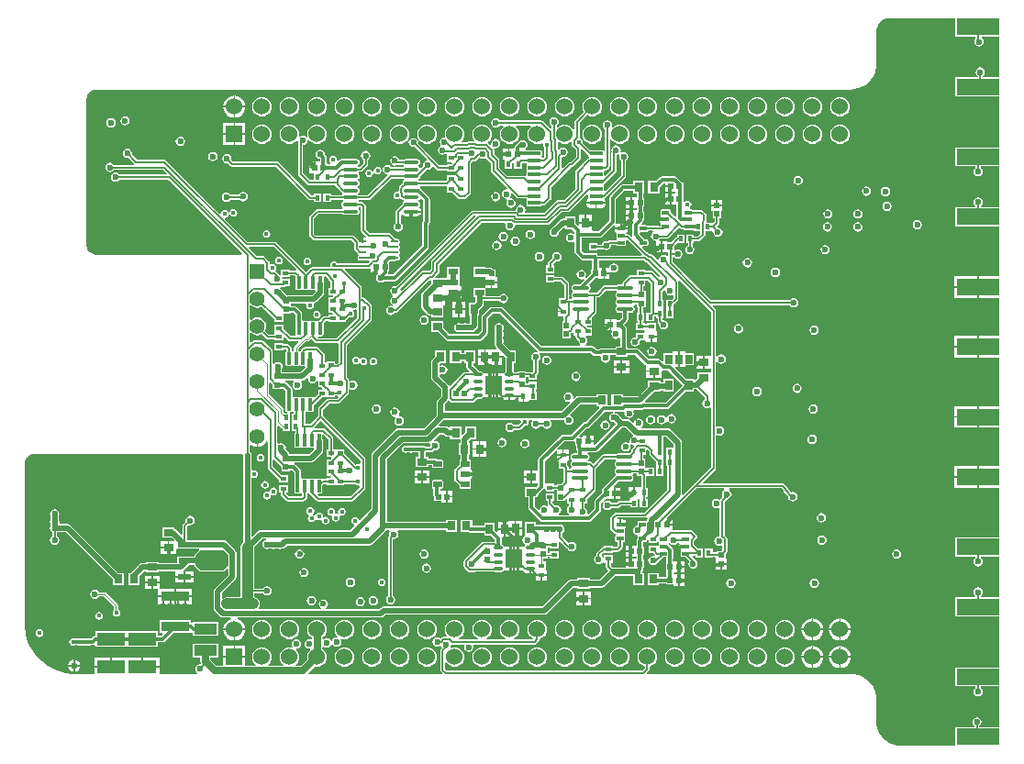
<source format=gbl>
G04 Layer_Physical_Order=6*
G04 Layer_Color=16711680*
%FSLAX44Y44*%
%MOMM*%
G71*
G01*
G75*
%ADD10R,0.4500X0.5500*%
%ADD11R,0.5200X0.5200*%
%ADD12R,0.5500X0.4500*%
%ADD13R,0.9000X0.7000*%
%ADD14R,0.7000X0.9000*%
%ADD16R,0.5200X0.5200*%
%ADD20R,3.9500X1.5000*%
%ADD21C,0.6000*%
%ADD37O,1.4000X0.3500*%
%ADD38O,1.5000X0.3990*%
%ADD41R,2.6000X0.9500*%
%ADD49R,0.6500X0.9000*%
%ADD59C,0.3500*%
%ADD60C,0.1250*%
%ADD61C,0.2000*%
%ADD63C,0.1500*%
%ADD64C,0.5000*%
%ADD65C,0.6500*%
%ADD66C,1.0000*%
%ADD72C,1.4000*%
%ADD73R,1.4000X1.4000*%
%ADD74C,1.5240*%
%ADD75R,1.5240X1.5240*%
%ADD76C,0.4500*%
%ADD77R,2.6000X1.2000*%
G04:AMPARAMS|DCode=78|XSize=0.399mm|YSize=0.65mm|CornerRadius=0.0499mm|HoleSize=0mm|Usage=FLASHONLY|Rotation=90.000|XOffset=0mm|YOffset=0mm|HoleType=Round|Shape=RoundedRectangle|*
%AMROUNDEDRECTD78*
21,1,0.3990,0.5503,0,0,90.0*
21,1,0.2993,0.6500,0,0,90.0*
1,1,0.0998,0.2751,0.1496*
1,1,0.0998,0.2751,-0.1496*
1,1,0.0998,-0.2751,-0.1496*
1,1,0.0998,-0.2751,0.1496*
%
%ADD78ROUNDEDRECTD78*%
%ADD79R,0.8000X0.9000*%
%ADD80R,2.0800X0.9800*%
%ADD81R,1.5000X1.7500*%
%ADD82O,0.8500X0.3000*%
G04:AMPARAMS|DCode=83|XSize=0.25mm|YSize=0.6mm|CornerRadius=0.05mm|HoleSize=0mm|Usage=FLASHONLY|Rotation=270.000|XOffset=0mm|YOffset=0mm|HoleType=Round|Shape=RoundedRectangle|*
%AMROUNDEDRECTD83*
21,1,0.2500,0.5000,0,0,270.0*
21,1,0.1500,0.6000,0,0,270.0*
1,1,0.1000,-0.2500,-0.0750*
1,1,0.1000,-0.2500,0.0750*
1,1,0.1000,0.2500,0.0750*
1,1,0.1000,0.2500,-0.0750*
%
%ADD83ROUNDEDRECTD83*%
%ADD84R,0.9000X0.6000*%
%ADD85R,0.9000X0.8000*%
G04:AMPARAMS|DCode=86|XSize=1.8mm|YSize=3mm|CornerRadius=0mm|HoleSize=0mm|Usage=FLASHONLY|Rotation=270.000|XOffset=0mm|YOffset=0mm|HoleType=Round|Shape=Octagon|*
%AMOCTAGOND86*
4,1,8,1.5000,0.4500,1.5000,-0.4500,1.0500,-0.9000,-1.0500,-0.9000,-1.5000,-0.4500,-1.5000,0.4500,-1.0500,0.9000,1.0500,0.9000,1.5000,0.4500,0.0*
%
%ADD86OCTAGOND86*%

%ADD87R,1.2000X0.5000*%
%ADD88R,1.6000X0.5000*%
G04:AMPARAMS|DCode=89|XSize=0.399mm|YSize=1.15mm|CornerRadius=0.0439mm|HoleSize=0mm|Usage=FLASHONLY|Rotation=0.000|XOffset=0mm|YOffset=0mm|HoleType=Round|Shape=RoundedRectangle|*
%AMROUNDEDRECTD89*
21,1,0.3990,1.0622,0,0,0.0*
21,1,0.3112,1.1500,0,0,0.0*
1,1,0.0878,0.1556,-0.5311*
1,1,0.0878,-0.1556,-0.5311*
1,1,0.0878,-0.1556,0.5311*
1,1,0.0878,0.1556,0.5311*
%
%ADD89ROUNDEDRECTD89*%
G04:AMPARAMS|DCode=90|XSize=0.3999mm|YSize=1.2mm|CornerRadius=0.05mm|HoleSize=0mm|Usage=FLASHONLY|Rotation=90.000|XOffset=0mm|YOffset=0mm|HoleType=Round|Shape=RoundedRectangle|*
%AMROUNDEDRECTD90*
21,1,0.3999,1.1000,0,0,90.0*
21,1,0.2999,1.2000,0,0,90.0*
1,1,0.1000,0.5500,0.1500*
1,1,0.1000,0.5500,-0.1500*
1,1,0.1000,-0.5500,-0.1500*
1,1,0.1000,-0.5500,0.1500*
%
%ADD90ROUNDEDRECTD90*%
G04:AMPARAMS|DCode=91|XSize=0.55mm|YSize=0.8mm|CornerRadius=0.0495mm|HoleSize=0mm|Usage=FLASHONLY|Rotation=90.000|XOffset=0mm|YOffset=0mm|HoleType=Round|Shape=RoundedRectangle|*
%AMROUNDEDRECTD91*
21,1,0.5500,0.7010,0,0,90.0*
21,1,0.4510,0.8000,0,0,90.0*
1,1,0.0990,0.3505,0.2255*
1,1,0.0990,0.3505,-0.2255*
1,1,0.0990,-0.3505,-0.2255*
1,1,0.0990,-0.3505,0.2255*
%
%ADD91ROUNDEDRECTD91*%
G36*
X1343206Y1125550D02*
Y1099000D01*
X1339000D01*
Y1091000D01*
X1346000D01*
Y1095256D01*
X1346450Y1095706D01*
X1348000D01*
Y1094000D01*
X1349206D01*
Y1091000D01*
X1349381Y1090122D01*
X1349878Y1089378D01*
X1350847Y1088408D01*
X1350667Y1087500D01*
X1350997Y1085842D01*
X1351936Y1084436D01*
X1353342Y1083497D01*
X1355000Y1083167D01*
X1356658Y1083497D01*
X1358064Y1084436D01*
X1359003Y1085842D01*
X1359333Y1087500D01*
X1359003Y1089158D01*
X1358064Y1090564D01*
X1356658Y1091503D01*
X1355000Y1091833D01*
X1353952Y1092730D01*
X1354098Y1094000D01*
X1355000D01*
Y1102000D01*
X1355000D01*
X1355000Y1103000D01*
X1355000D01*
Y1111000D01*
X1353794D01*
Y1118125D01*
X1355546Y1119877D01*
X1356717Y1119252D01*
X1356667Y1119000D01*
X1356997Y1117342D01*
X1357936Y1115936D01*
X1359342Y1114997D01*
X1361000Y1114667D01*
X1362658Y1114997D01*
X1362836Y1115115D01*
X1363956Y1114517D01*
Y1112537D01*
X1362419Y1111000D01*
X1357000D01*
Y1103000D01*
X1357000D01*
X1357000Y1102000D01*
X1357000D01*
Y1094000D01*
X1364000D01*
Y1102000D01*
X1364000D01*
X1364000Y1103000D01*
X1364000D01*
Y1106093D01*
X1367872Y1109965D01*
X1368369Y1110709D01*
X1368544Y1111587D01*
Y1127587D01*
X1368515Y1127735D01*
X1369685Y1128360D01*
X1383418Y1114628D01*
X1383761Y1114398D01*
X1398706Y1099454D01*
Y1059040D01*
X1392750D01*
Y1053000D01*
Y1046960D01*
X1398706D01*
Y1044508D01*
X1397750Y1043750D01*
X1386250D01*
Y1038657D01*
X1384296Y1036704D01*
X1384296Y1036703D01*
X1384270Y1036677D01*
X1383000Y1037203D01*
Y1037750D01*
X1375576D01*
X1365539Y1047787D01*
X1366025Y1048960D01*
X1368250D01*
Y1056000D01*
Y1063040D01*
X1363210D01*
Y1061750D01*
X1355000D01*
Y1054228D01*
X1353827Y1053742D01*
X1352406Y1055163D01*
X1351413Y1055826D01*
X1350243Y1056059D01*
X1350242Y1056059D01*
X1341267D01*
X1332163Y1065163D01*
X1331171Y1065826D01*
X1330000Y1066059D01*
X1330000Y1066059D01*
X1321750D01*
Y1067750D01*
X1321059D01*
Y1084000D01*
X1321059Y1084000D01*
X1320826Y1085171D01*
X1320163Y1086163D01*
X1320163Y1086163D01*
X1318576Y1087750D01*
X1321413Y1090587D01*
X1321413Y1090587D01*
X1322076Y1091580D01*
X1322309Y1092750D01*
Y1098941D01*
X1324755D01*
X1326021Y1099193D01*
X1327095Y1099911D01*
X1327812Y1100984D01*
X1328064Y1102250D01*
X1327812Y1103516D01*
X1327095Y1104589D01*
X1327420Y1105824D01*
X1328065Y1106456D01*
X1330493D01*
Y1103650D01*
X1331206D01*
Y1099000D01*
X1330000D01*
Y1091000D01*
X1331206D01*
Y1089343D01*
X1329500D01*
Y1082343D01*
X1337234D01*
X1337417Y1082210D01*
X1337571Y1081583D01*
X1337255Y1080961D01*
X1336609Y1080343D01*
X1329500D01*
Y1077025D01*
X1328657Y1076333D01*
X1326999Y1076003D01*
X1325593Y1075064D01*
X1324653Y1073658D01*
X1324324Y1072000D01*
X1324653Y1070342D01*
X1325593Y1068936D01*
X1326999Y1067997D01*
X1328657Y1067667D01*
X1330315Y1067997D01*
X1331721Y1068936D01*
X1332660Y1070342D01*
X1332990Y1072000D01*
X1332952Y1072194D01*
X1333930Y1073343D01*
X1337500Y1073343D01*
X1338210Y1072367D01*
Y1072053D01*
X1342750D01*
Y1076843D01*
X1343500D01*
Y1077593D01*
X1348790D01*
Y1081633D01*
X1348476D01*
X1347500Y1082343D01*
X1347500Y1082903D01*
Y1089343D01*
X1339500D01*
Y1088294D01*
X1337500D01*
Y1089343D01*
X1335794D01*
Y1091000D01*
X1337000D01*
Y1099000D01*
X1335794D01*
Y1103650D01*
X1338193D01*
Y1111350D01*
X1338193D01*
Y1111650D01*
X1338193D01*
Y1119350D01*
X1336294D01*
Y1123000D01*
X1338000D01*
Y1128706D01*
X1340050D01*
X1343206Y1125550D01*
D02*
G37*
G36*
X1026711Y1038223D02*
X1026667Y1038000D01*
X1026997Y1036342D01*
X1027936Y1034936D01*
X1029342Y1033997D01*
X1031000Y1033667D01*
X1032658Y1033997D01*
X1034064Y1034936D01*
X1034730Y1035932D01*
X1036000Y1035547D01*
Y1030000D01*
X1039250D01*
X1039984Y1029109D01*
X1039510Y1028000D01*
X1036000D01*
Y1023744D01*
X1033020Y1020764D01*
X1031559Y1020779D01*
X1031000Y1021152D01*
X1030341Y1021283D01*
X1027229D01*
X1026570Y1021152D01*
X1026011Y1020779D01*
X1025059D01*
X1024500Y1021152D01*
X1023841Y1021283D01*
X1020729D01*
X1020070Y1021152D01*
X1019511Y1020779D01*
X1018559D01*
X1018000Y1021152D01*
X1017341Y1021283D01*
X1014229D01*
X1013614Y1021161D01*
X1013565Y1021155D01*
X1012344Y1021860D01*
Y1028000D01*
X1012111Y1029171D01*
X1011448Y1030163D01*
X1011448Y1030163D01*
X1007448Y1034163D01*
X1006456Y1034826D01*
X1006050Y1034906D01*
X1006176Y1036177D01*
X1013315D01*
X1013651Y1035575D01*
X1013831Y1034906D01*
X1012997Y1033658D01*
X1012667Y1032000D01*
X1012997Y1030342D01*
X1013936Y1028936D01*
X1015342Y1027997D01*
X1017000Y1027667D01*
X1018658Y1027997D01*
X1020064Y1028936D01*
X1021003Y1030342D01*
X1021333Y1032000D01*
X1021003Y1033658D01*
X1020169Y1034906D01*
X1020349Y1035575D01*
X1020685Y1036177D01*
X1021285D01*
X1022748Y1036468D01*
X1023989Y1037296D01*
X1025541Y1038848D01*
X1026711Y1038223D01*
D02*
G37*
G36*
X1330150Y948150D02*
X1334106D01*
X1334206Y948050D01*
Y937954D01*
X1333936Y937695D01*
X1332409Y937812D01*
X1332290Y937976D01*
Y938290D01*
X1328250D01*
Y933000D01*
X1327500D01*
Y932250D01*
X1322710D01*
Y927710D01*
X1323024D01*
X1324000Y927000D01*
X1324000Y926564D01*
X1323700Y925294D01*
X1314500D01*
X1313622Y925119D01*
X1312878Y924622D01*
X1311550Y923294D01*
X1306579D01*
X1306064Y924064D01*
X1304658Y925003D01*
X1303000Y925333D01*
X1301342Y925003D01*
X1300689Y924568D01*
X1299880Y925554D01*
X1301267Y926941D01*
X1301500D01*
X1302670Y927174D01*
X1303590Y927788D01*
X1303986Y927704D01*
X1304860Y927343D01*
Y926860D01*
X1309250D01*
Y932000D01*
Y937140D01*
X1309125D01*
X1308639Y938313D01*
X1313267Y942941D01*
X1323755D01*
X1325021Y943193D01*
X1326095Y943911D01*
X1326812Y944984D01*
X1327064Y946250D01*
X1326812Y947516D01*
X1326095Y948589D01*
X1326420Y949824D01*
X1327065Y950456D01*
X1330150D01*
Y948150D01*
D02*
G37*
G36*
X1070477Y940477D02*
X1071634Y939703D01*
X1073000Y939431D01*
X1073159Y939463D01*
X1074445Y938547D01*
X1074532Y937777D01*
X1066050Y929294D01*
X1036950D01*
X1035797Y930447D01*
X1036323Y931717D01*
X1038341D01*
X1039000Y931848D01*
X1039559Y932221D01*
X1039932Y932780D01*
X1040063Y933439D01*
Y939534D01*
X1041235Y940706D01*
X1044000D01*
Y939500D01*
X1052000D01*
X1052000Y939500D01*
X1052285D01*
Y939500D01*
X1053270Y939500D01*
X1060285D01*
Y940706D01*
X1070323D01*
X1070477Y940477D01*
D02*
G37*
G36*
X1071954Y1101515D02*
Y1094198D01*
X1053050Y1075294D01*
X1036522D01*
X1035631Y1076287D01*
X1036229Y1077217D01*
X1039341D01*
X1040000Y1077348D01*
X1040559Y1077721D01*
X1040932Y1078280D01*
X1041063Y1078939D01*
Y1088819D01*
X1043450Y1091206D01*
X1046000D01*
Y1090000D01*
X1062000D01*
Y1091796D01*
X1062122Y1091878D01*
X1064893Y1094649D01*
X1065998Y1094429D01*
X1067364Y1094701D01*
X1068521Y1095474D01*
X1069295Y1096632D01*
X1069566Y1097998D01*
X1069295Y1099363D01*
X1068563Y1100459D01*
X1068676Y1100891D01*
X1068845Y1101296D01*
X1069071Y1101681D01*
X1070658Y1101997D01*
X1070834Y1102114D01*
X1071954Y1101515D01*
D02*
G37*
G36*
X1045706Y982050D02*
Y972500D01*
X1044000D01*
Y965500D01*
X1047795D01*
X1048269Y964391D01*
X1047535Y963500D01*
X1044000D01*
Y956500D01*
X1044000D01*
Y955500D01*
X1044000D01*
Y948500D01*
X1047535D01*
X1048269Y947609D01*
X1047795Y946500D01*
X1044000D01*
Y945294D01*
X1040285D01*
X1039635Y945165D01*
X1039559Y945279D01*
X1039000Y945652D01*
X1038341Y945783D01*
X1035229D01*
X1034570Y945652D01*
X1034011Y945279D01*
X1033059D01*
X1032500Y945652D01*
X1031841Y945783D01*
X1028729D01*
X1028070Y945652D01*
X1027511Y945279D01*
X1026559D01*
X1026000Y945652D01*
X1025341Y945783D01*
X1022229D01*
X1021614Y945661D01*
X1021565Y945655D01*
X1020344Y946360D01*
Y952500D01*
X1020111Y953671D01*
X1019448Y954663D01*
X1019448Y954663D01*
X1015448Y958663D01*
X1014456Y959326D01*
X1014050Y959407D01*
X1014175Y960676D01*
X1029285D01*
X1030748Y960968D01*
X1031989Y961796D01*
X1039489Y969296D01*
X1040318Y970537D01*
X1040609Y972000D01*
Y980500D01*
X1040318Y981963D01*
X1040063Y982344D01*
Y985896D01*
X1041333Y986423D01*
X1045706Y982050D01*
D02*
G37*
G36*
X975839Y1104394D02*
X977846Y1103562D01*
X980000Y1103279D01*
X982154Y1103562D01*
X984020Y1104335D01*
X996000Y1092356D01*
Y1090000D01*
X1004000D01*
Y1097000D01*
X1004000D01*
X1004290Y1098150D01*
X1010850D01*
Y1098941D01*
X1013018D01*
X1015226Y1096733D01*
Y1090352D01*
X1015138Y1090220D01*
X1015007Y1089561D01*
Y1078939D01*
X1015082Y1078564D01*
X1014577Y1077643D01*
X1014269Y1077294D01*
X1010632D01*
X1004000Y1083926D01*
Y1088000D01*
X996000D01*
Y1081270D01*
X996000Y1081000D01*
X996000D01*
Y1080064D01*
X995845Y1078794D01*
X990650D01*
X987264Y1082180D01*
X988038Y1084046D01*
X988321Y1086200D01*
X988038Y1088354D01*
X987206Y1090361D01*
X985884Y1092084D01*
X984161Y1093406D01*
X982154Y1094238D01*
X980000Y1094521D01*
X977846Y1094238D01*
X975839Y1093406D01*
X974314Y1092236D01*
X973044Y1092574D01*
Y1105226D01*
X974314Y1105564D01*
X975839Y1104394D01*
D02*
G37*
G36*
X1337857Y1145878D02*
X1338601Y1145380D01*
X1339479Y1145206D01*
X1339550D01*
X1351585Y1133171D01*
X1351152Y1131808D01*
X1350541Y1131703D01*
X1345122Y1137122D01*
X1344378Y1137619D01*
X1343500Y1137794D01*
X1338000D01*
Y1139000D01*
X1330000D01*
Y1133294D01*
X1324000D01*
X1323122Y1133120D01*
X1322378Y1132622D01*
X1317628Y1127872D01*
X1317130Y1127128D01*
X1316956Y1126250D01*
Y1125059D01*
X1313745D01*
X1312479Y1124807D01*
X1311405Y1124090D01*
X1311375Y1124044D01*
X1300750D01*
X1299872Y1123869D01*
X1299128Y1123372D01*
X1293300Y1117544D01*
X1286625D01*
X1286595Y1117589D01*
X1286375Y1117736D01*
Y1119264D01*
X1286595Y1119410D01*
X1287312Y1120484D01*
X1287564Y1121750D01*
X1287312Y1123016D01*
X1286595Y1124090D01*
X1286489Y1125163D01*
X1292476Y1131150D01*
X1294860D01*
Y1129860D01*
X1299250D01*
Y1135000D01*
Y1140140D01*
X1295059D01*
Y1146956D01*
X1336779D01*
X1337857Y1145878D01*
D02*
G37*
G36*
X1054270Y1021946D02*
X1054628Y1020508D01*
X1053662Y1019542D01*
X1045823D01*
X1044945Y1019367D01*
X1044201Y1018870D01*
X1036742Y1011411D01*
X1036245Y1010667D01*
X1036070Y1009789D01*
Y1003314D01*
X1029050Y996294D01*
X1024579D01*
Y1007401D01*
X1024661Y1007456D01*
X1026011Y1007721D01*
X1026570Y1007348D01*
X1027229Y1007217D01*
X1030341D01*
X1031000Y1007348D01*
X1031559Y1007721D01*
X1031932Y1008280D01*
X1032063Y1008939D01*
Y1013338D01*
X1032122Y1013378D01*
X1039744Y1021000D01*
X1044000D01*
Y1021000D01*
X1045270Y1021000D01*
X1052000D01*
Y1022206D01*
X1053500D01*
X1053794Y1022264D01*
X1054270Y1021946D01*
D02*
G37*
G36*
X1310405Y963410D02*
X1310625Y963264D01*
Y961736D01*
X1310405Y961590D01*
X1309688Y960516D01*
X1309436Y959250D01*
X1309688Y957984D01*
X1310405Y956910D01*
X1310625Y956764D01*
Y955236D01*
X1310405Y955089D01*
X1309688Y954016D01*
X1309436Y952750D01*
X1309688Y951484D01*
X1310405Y950411D01*
X1310625Y950264D01*
X1310716Y950064D01*
X1310682Y948810D01*
X1310087Y948413D01*
X1310087Y948413D01*
X1299337Y937663D01*
X1298674Y936671D01*
X1298511Y935850D01*
X1298150D01*
Y932696D01*
X1297352Y932163D01*
X1296689Y931171D01*
X1296650Y930976D01*
X1291837Y926163D01*
X1291174Y925171D01*
X1290941Y924000D01*
X1290941Y924000D01*
Y918267D01*
X1285515Y912841D01*
X1285119Y912900D01*
X1284198Y914320D01*
X1284333Y915000D01*
X1284003Y916658D01*
X1283064Y918064D01*
X1282294Y918579D01*
Y923000D01*
X1284000D01*
Y927256D01*
X1291622Y934878D01*
X1292119Y935622D01*
X1292294Y936500D01*
Y955050D01*
X1300700Y963456D01*
X1310375D01*
X1310405Y963410D01*
D02*
G37*
G36*
X1340438Y909446D02*
X1340117Y908967D01*
X1339827Y907503D01*
Y907407D01*
X1338799Y906566D01*
X1338684Y906644D01*
X1338001Y906779D01*
X1332499D01*
X1331816Y906644D01*
X1331238Y906257D01*
X1330851Y905679D01*
X1330716Y904996D01*
Y902277D01*
X1329342Y902003D01*
X1327936Y901064D01*
X1326997Y899658D01*
X1326667Y898000D01*
X1326997Y896342D01*
X1327936Y894936D01*
X1329342Y893997D01*
X1330103Y893845D01*
X1330625Y893032D01*
X1330802Y892431D01*
X1330716Y891996D01*
Y890231D01*
X1330174Y889420D01*
X1329941Y888250D01*
X1329941Y888250D01*
Y884140D01*
X1325750D01*
Y879000D01*
Y873860D01*
X1329941D01*
Y872140D01*
X1325750D01*
Y867000D01*
X1325000D01*
Y866250D01*
X1319860D01*
Y863823D01*
X1308000D01*
X1307517Y863727D01*
X1306294Y864950D01*
Y868000D01*
X1308000D01*
Y875000D01*
X1300000D01*
Y873453D01*
X1298730Y873067D01*
X1298064Y874064D01*
X1298032Y874085D01*
X1297899Y875655D01*
X1298849Y876605D01*
X1300000Y877000D01*
Y877000D01*
X1300000Y877000D01*
X1308000D01*
Y878206D01*
X1312500D01*
X1313378Y878381D01*
X1314122Y878878D01*
X1316372Y881128D01*
X1316870Y881872D01*
X1317044Y882750D01*
Y887221D01*
X1317501D01*
X1318184Y887356D01*
X1318762Y887743D01*
X1319149Y888321D01*
X1319284Y889004D01*
Y891996D01*
X1319149Y892679D01*
X1318762Y893257D01*
Y894243D01*
X1319149Y894821D01*
X1319284Y895504D01*
Y898496D01*
X1319149Y899179D01*
X1319211Y899491D01*
X1319692Y899813D01*
X1320364Y900818D01*
X1320600Y902004D01*
Y902750D01*
X1314750D01*
Y903500D01*
X1314000D01*
Y908094D01*
X1313147D01*
X1312499Y909364D01*
X1312747Y909706D01*
X1338000D01*
X1338878Y909881D01*
X1339622Y910378D01*
X1340438Y909446D01*
D02*
G37*
G36*
X1033378Y1071378D02*
X1034122Y1070881D01*
X1035000Y1070706D01*
X1054000D01*
X1054956Y1069601D01*
Y1053200D01*
X1053550Y1051794D01*
X1052000D01*
Y1054000D01*
X1044000D01*
X1044000Y1053500D01*
X1042294D01*
Y1060000D01*
X1042120Y1060878D01*
X1041622Y1061622D01*
X1036372Y1066872D01*
X1035628Y1067369D01*
X1034750Y1067544D01*
X1024250D01*
X1023372Y1067369D01*
X1022628Y1066872D01*
X1020663Y1064907D01*
X1020166Y1064163D01*
X1020063Y1063647D01*
X1019511Y1063279D01*
X1018787D01*
X1017697Y1064192D01*
Y1065827D01*
X1024081Y1072211D01*
X1026123D01*
X1026854Y1072357D01*
X1027475Y1072771D01*
X1029730Y1075026D01*
X1033378Y1071378D01*
D02*
G37*
G36*
X1246000Y935745D02*
Y934000D01*
X1254000D01*
Y935206D01*
X1256150D01*
Y933150D01*
X1256150D01*
Y932850D01*
X1256150D01*
Y925150D01*
X1263850D01*
Y926375D01*
X1263878Y926380D01*
X1264622Y926878D01*
X1264827Y927082D01*
X1266000Y926596D01*
Y923000D01*
X1267706D01*
Y920579D01*
X1266936Y920064D01*
X1265997Y918658D01*
X1265667Y917000D01*
X1265997Y915342D01*
X1266936Y913936D01*
X1267845Y913329D01*
X1267459Y912059D01*
X1258541D01*
X1258155Y913329D01*
X1259064Y913936D01*
X1260003Y915342D01*
X1260333Y917000D01*
X1260003Y918658D01*
X1259064Y920064D01*
X1257658Y921003D01*
X1256000Y921333D01*
X1255092Y921153D01*
X1252514Y923730D01*
X1252826Y925000D01*
X1254000D01*
Y932000D01*
X1246000D01*
Y925000D01*
X1247706D01*
Y923000D01*
X1247880Y922122D01*
X1248378Y921378D01*
X1247556Y920403D01*
X1246658Y921003D01*
X1245000Y921333D01*
X1243342Y921003D01*
X1241936Y920064D01*
X1240997Y918658D01*
X1240742Y917380D01*
X1239692Y916904D01*
X1239446Y916879D01*
X1236059Y920267D01*
Y928250D01*
X1238750D01*
Y930561D01*
X1239163Y930837D01*
X1244163Y935837D01*
X1245758Y935938D01*
X1246000Y935745D01*
D02*
G37*
G36*
X1045351Y1130404D02*
X1045380Y1130258D01*
X1045878Y1129514D01*
X1047706Y1127686D01*
Y1122000D01*
X1046000D01*
Y1115000D01*
X1049692D01*
X1050166Y1113891D01*
X1049432Y1113000D01*
X1046000D01*
Y1106000D01*
Y1099000D01*
X1049250D01*
X1049984Y1098109D01*
X1049510Y1097000D01*
X1046000D01*
Y1095794D01*
X1042500D01*
X1041622Y1095619D01*
X1040878Y1095122D01*
X1037039Y1091283D01*
X1036229D01*
X1035570Y1091152D01*
X1035011Y1090779D01*
X1034059D01*
X1033500Y1091152D01*
X1032841Y1091283D01*
X1029729D01*
X1029070Y1091152D01*
X1028511Y1090779D01*
X1027559D01*
X1027000Y1091152D01*
X1026341Y1091283D01*
X1023229D01*
X1022614Y1091161D01*
X1022565Y1091155D01*
X1021344Y1091860D01*
Y1098000D01*
X1021111Y1099171D01*
X1020448Y1100163D01*
X1020448Y1100163D01*
X1016448Y1104163D01*
X1015456Y1104826D01*
X1014285Y1105059D01*
X1014285Y1105059D01*
X1011282D01*
X1010850Y1106150D01*
X1010850Y1106150D01*
X1010850D01*
X1010850Y1106150D01*
Y1107677D01*
X1024334D01*
X1025112Y1106407D01*
X1024931Y1105500D01*
X1025203Y1104135D01*
X1025976Y1102977D01*
X1027134Y1102203D01*
X1028500Y1101932D01*
X1029865Y1102203D01*
X1031023Y1102977D01*
X1031797Y1104135D01*
X1032068Y1105500D01*
X1031880Y1106446D01*
X1031879Y1106465D01*
X1032451Y1107609D01*
X1032665Y1107852D01*
X1033249Y1107968D01*
X1034489Y1108796D01*
X1040489Y1114796D01*
X1041318Y1116037D01*
X1041609Y1117500D01*
Y1126000D01*
X1041318Y1127463D01*
X1041063Y1127844D01*
Y1132061D01*
X1042180Y1132956D01*
X1042800D01*
X1045351Y1130404D01*
D02*
G37*
G36*
X1075706Y1196050D02*
Y1175000D01*
X1075881Y1174122D01*
X1076378Y1173378D01*
X1080263Y1169493D01*
X1079637Y1168322D01*
X1079500Y1168350D01*
X1077750D01*
Y1164500D01*
X1076250D01*
Y1168350D01*
X1074500D01*
X1073314Y1168114D01*
X1072308Y1167442D01*
X1071705Y1167382D01*
X1069465Y1169622D01*
X1068721Y1170119D01*
X1067843Y1170294D01*
X1033950D01*
X1032294Y1171950D01*
Y1186050D01*
X1036200Y1189956D01*
X1058783D01*
X1059579Y1189424D01*
X1060750Y1189191D01*
X1071250D01*
X1072421Y1189424D01*
X1073413Y1190087D01*
X1074076Y1191079D01*
X1074309Y1192250D01*
X1074076Y1193420D01*
X1073413Y1194413D01*
X1073376Y1195885D01*
X1073967Y1196456D01*
X1075300D01*
X1075706Y1196050D01*
D02*
G37*
G36*
X975839Y1078994D02*
X977846Y1078162D01*
X980000Y1077879D01*
X982154Y1078162D01*
X984020Y1078935D01*
X988078Y1074878D01*
X988822Y1074381D01*
X989700Y1074206D01*
X996000D01*
Y1073000D01*
X1004000D01*
Y1075778D01*
X1005173Y1076264D01*
X1008060Y1073378D01*
X1008804Y1072881D01*
X1009682Y1072706D01*
X1017509D01*
X1017995Y1071533D01*
X1014433Y1067971D01*
X1014019Y1067350D01*
X1013873Y1066619D01*
Y1064115D01*
X1012763Y1063328D01*
X1011661Y1063544D01*
X1011579Y1063599D01*
Y1065715D01*
X1011405Y1066593D01*
X1010907Y1067337D01*
X1009122Y1069122D01*
X1008378Y1069620D01*
X1007500Y1069794D01*
X1004000D01*
Y1071000D01*
X996000D01*
Y1064000D01*
X1004000D01*
Y1065206D01*
X1005863D01*
X1006408Y1064634D01*
X1006511Y1063279D01*
X1006138Y1062720D01*
X1006007Y1062061D01*
Y1051439D01*
X1006138Y1050780D01*
X1006511Y1050221D01*
X1007070Y1049848D01*
X1007729Y1049717D01*
X1010841D01*
X1011500Y1049848D01*
X1012059Y1050221D01*
X1013011D01*
X1013570Y1049848D01*
X1014229Y1049717D01*
X1017341D01*
X1018000Y1049848D01*
X1018559Y1050221D01*
X1019511D01*
X1020070Y1049848D01*
X1020729Y1049717D01*
X1023799D01*
X1023887Y1049623D01*
X1024414Y1048536D01*
X1019701Y1043823D01*
X1002822D01*
Y1047070D01*
X1003001Y1047340D01*
X1003331Y1048998D01*
X1003001Y1050656D01*
X1002062Y1052062D01*
X1000656Y1053001D01*
X998998Y1053331D01*
X997340Y1053001D01*
X995934Y1052062D01*
X995564Y1051508D01*
X994294Y1051894D01*
Y1063000D01*
X994119Y1063878D01*
X993622Y1064622D01*
X985622Y1072622D01*
X984878Y1073119D01*
X984000Y1073294D01*
X977119D01*
X976241Y1073119D01*
X975496Y1072622D01*
X974217Y1071343D01*
X973044Y1071829D01*
Y1079826D01*
X974314Y1080164D01*
X975839Y1078994D01*
D02*
G37*
G36*
X1015021Y1132131D02*
X1015007Y1132061D01*
Y1121439D01*
X1015138Y1120780D01*
X1015511Y1120221D01*
X1016070Y1119848D01*
X1016729Y1119717D01*
X1019841D01*
X1020500Y1119848D01*
X1021059Y1120221D01*
X1022011D01*
X1022570Y1119848D01*
X1023229Y1119717D01*
X1026341D01*
X1027000Y1119848D01*
X1027559Y1120221D01*
X1028511D01*
X1029070Y1119848D01*
X1029729Y1119717D01*
X1032799D01*
X1032887Y1119623D01*
X1033414Y1118536D01*
X1030201Y1115324D01*
X1008500D01*
X1007319Y1115089D01*
X1001704Y1120704D01*
X1000985Y1121184D01*
X1001370Y1122454D01*
X1004248D01*
X1005126Y1122628D01*
X1005682Y1123000D01*
X1010000D01*
Y1130000D01*
X1003227D01*
X1002794Y1130891D01*
X1003555Y1132000D01*
X1010000D01*
Y1133206D01*
X1014092D01*
X1015021Y1132131D01*
D02*
G37*
G36*
X1181440Y1187280D02*
X1140878Y1146718D01*
X1140381Y1145974D01*
X1140206Y1145096D01*
Y1139086D01*
X1138914Y1137794D01*
X1132500D01*
X1131622Y1137619D01*
X1130878Y1137122D01*
X1113171Y1119415D01*
X1111808Y1119848D01*
X1111703Y1120459D01*
X1179698Y1188454D01*
X1180954D01*
X1181440Y1187280D01*
D02*
G37*
G36*
X1392706Y1021050D02*
Y1018579D01*
X1391936Y1018064D01*
X1390997Y1016658D01*
X1390667Y1015000D01*
X1390997Y1013342D01*
X1391936Y1011936D01*
X1393342Y1010997D01*
X1395000Y1010667D01*
X1396658Y1010997D01*
X1397436Y1011516D01*
X1398706Y1010837D01*
Y956375D01*
X1382953Y940622D01*
X1382953Y940622D01*
X1373065Y930734D01*
X1372517Y930852D01*
X1371823Y931289D01*
Y979000D01*
X1371532Y980463D01*
X1370704Y981704D01*
X1361454Y990954D01*
X1360213Y991782D01*
X1358750Y992074D01*
X1334563D01*
X1334178Y993344D01*
X1335061Y993934D01*
X1336001Y995340D01*
X1336331Y996998D01*
X1336001Y998656D01*
X1335061Y1000062D01*
X1333656Y1001001D01*
X1331997Y1001331D01*
X1330339Y1001001D01*
X1328933Y1000062D01*
X1327994Y998656D01*
X1327844Y997905D01*
X1326466Y997487D01*
X1324500Y999454D01*
X1323259Y1000282D01*
X1321796Y1000573D01*
X1318250D01*
X1317486Y1000421D01*
X1313203Y1004704D01*
X1311963Y1005532D01*
X1311109Y1005702D01*
X1310658Y1006003D01*
X1309815Y1006171D01*
X1309940Y1007441D01*
X1317243D01*
X1317243Y1007441D01*
X1317676Y1007527D01*
X1318766Y1006498D01*
X1318667Y1006000D01*
X1318997Y1004342D01*
X1319936Y1002936D01*
X1321342Y1001997D01*
X1323000Y1001667D01*
X1324658Y1001997D01*
X1326064Y1002936D01*
X1327003Y1004342D01*
X1327333Y1006000D01*
X1327003Y1007658D01*
X1326661Y1008171D01*
X1327339Y1009441D01*
X1335278D01*
X1335278Y1009441D01*
X1336449Y1009674D01*
X1336848Y1009941D01*
X1358000D01*
X1358000Y1009941D01*
X1359171Y1010174D01*
X1360163Y1010837D01*
X1375576Y1026250D01*
X1383000D01*
Y1028176D01*
X1385000D01*
X1385483Y1028273D01*
X1392706Y1021050D01*
D02*
G37*
G36*
X1308185Y1006171D02*
X1307342Y1006003D01*
X1305936Y1005064D01*
X1304997Y1003658D01*
X1304667Y1002000D01*
X1304997Y1000342D01*
X1305936Y998936D01*
X1307342Y997997D01*
X1309000Y997667D01*
X1309355Y997737D01*
X1310883Y996209D01*
X1291410Y976736D01*
X1290140Y977262D01*
Y979250D01*
X1285000D01*
Y980000D01*
X1284250D01*
Y985140D01*
X1279860D01*
Y983850D01*
X1277393D01*
X1276906Y985023D01*
X1283824Y991941D01*
X1284000D01*
X1284000Y991941D01*
X1285171Y992174D01*
X1286163Y992837D01*
X1300767Y1007441D01*
X1308060D01*
X1308185Y1006171D01*
D02*
G37*
G36*
X1313031Y1245098D02*
X1313929Y1244318D01*
X1313667Y1243000D01*
X1313997Y1241342D01*
X1314936Y1239936D01*
X1315706Y1239421D01*
Y1225950D01*
X1300973Y1211217D01*
X1299953Y1211675D01*
X1299784Y1211825D01*
Y1214750D01*
X1299648Y1215432D01*
X1299262Y1216011D01*
Y1216989D01*
X1299648Y1217568D01*
X1299666Y1217656D01*
X1300372Y1218128D01*
X1310622Y1228378D01*
X1311120Y1229122D01*
X1311294Y1230000D01*
Y1244725D01*
X1312658Y1244997D01*
X1312900Y1245158D01*
X1313031Y1245098D01*
D02*
G37*
G36*
X1145878Y1230878D02*
X1146622Y1230380D01*
X1147500Y1230206D01*
X1155000D01*
Y1229000D01*
X1162710D01*
Y1227710D01*
X1162710D01*
Y1227290D01*
X1162710D01*
Y1226000D01*
X1155000D01*
Y1221744D01*
X1153800Y1220544D01*
X1129217D01*
X1128842Y1220794D01*
X1128822Y1220847D01*
Y1222153D01*
X1128842Y1222206D01*
X1129413Y1222587D01*
X1130076Y1223579D01*
X1130309Y1224750D01*
X1130257Y1225012D01*
X1136092Y1230847D01*
X1137000Y1230667D01*
X1138658Y1230997D01*
X1140064Y1231936D01*
X1141003Y1233342D01*
X1141105Y1233854D01*
X1142483Y1234272D01*
X1145878Y1230878D01*
D02*
G37*
G36*
X1311405Y1119410D02*
X1311625Y1119264D01*
Y1117736D01*
X1311405Y1117589D01*
X1310688Y1116516D01*
X1310436Y1115250D01*
X1310688Y1113984D01*
X1311405Y1112911D01*
X1311625Y1112764D01*
Y1111236D01*
X1311405Y1111089D01*
X1310688Y1110016D01*
X1310436Y1108750D01*
X1310688Y1107484D01*
X1311405Y1106411D01*
X1311625Y1106264D01*
Y1104736D01*
X1311405Y1104589D01*
X1310688Y1103516D01*
X1310436Y1102250D01*
X1310688Y1100984D01*
X1311405Y1099911D01*
X1312479Y1099193D01*
X1313745Y1098941D01*
X1316191D01*
Y1094017D01*
X1314024Y1091850D01*
X1311140D01*
Y1093140D01*
X1306750D01*
Y1088000D01*
Y1082860D01*
X1307015D01*
X1307619Y1081590D01*
X1306997Y1080658D01*
X1306667Y1079000D01*
X1306997Y1077342D01*
X1307936Y1075936D01*
X1309342Y1074997D01*
X1311000Y1074667D01*
X1312658Y1074997D01*
X1313671Y1075673D01*
X1314941Y1075137D01*
Y1067750D01*
X1310250D01*
Y1066059D01*
X1297485D01*
X1296315Y1065826D01*
X1295541Y1065309D01*
X1293017D01*
X1291163Y1067163D01*
X1290170Y1067826D01*
X1289000Y1068059D01*
X1289000Y1068059D01*
X1283147D01*
X1282988Y1068274D01*
X1283286Y1070000D01*
X1283564Y1070186D01*
X1284503Y1071592D01*
X1284833Y1073250D01*
X1284503Y1074908D01*
X1283564Y1076314D01*
X1282942Y1076730D01*
X1283327Y1078000D01*
X1289000D01*
Y1085000D01*
X1284750D01*
X1284016Y1085891D01*
X1284490Y1087000D01*
X1289000D01*
Y1094000D01*
X1289000Y1094000D01*
X1289000D01*
X1289385Y1095141D01*
X1292622Y1098378D01*
X1293120Y1099122D01*
X1293294Y1100000D01*
Y1112956D01*
X1294250D01*
X1295128Y1113130D01*
X1295872Y1113628D01*
X1301700Y1119456D01*
X1311375D01*
X1311405Y1119410D01*
D02*
G37*
G36*
X1114587Y1222587D02*
X1115158Y1222206D01*
X1115178Y1222153D01*
Y1220847D01*
X1115158Y1220794D01*
X1114587Y1220413D01*
X1113924Y1219420D01*
X1113691Y1218250D01*
X1113759Y1217910D01*
X1111128Y1215279D01*
X1110630Y1214535D01*
X1110456Y1213657D01*
Y1211574D01*
X1109186Y1210532D01*
X1109000Y1210569D01*
X1107634Y1210297D01*
X1106477Y1209523D01*
X1105703Y1208366D01*
X1105431Y1207000D01*
X1105703Y1205634D01*
X1106477Y1204477D01*
X1107634Y1203703D01*
X1109000Y1203431D01*
X1110366Y1203703D01*
X1111523Y1204477D01*
X1112742Y1204014D01*
X1113128Y1203628D01*
X1113872Y1203130D01*
X1114750Y1202956D01*
X1114783D01*
X1115158Y1202706D01*
X1115178Y1202653D01*
Y1201347D01*
X1115158Y1201294D01*
X1114587Y1200913D01*
X1113924Y1199921D01*
X1113737Y1198982D01*
X1108378Y1193622D01*
X1107880Y1192878D01*
X1107706Y1192000D01*
Y1181579D01*
X1106936Y1181064D01*
X1105997Y1179658D01*
X1105667Y1178000D01*
X1105997Y1176342D01*
X1106936Y1174936D01*
X1108342Y1173997D01*
X1110000Y1173667D01*
X1111658Y1173997D01*
X1113064Y1174936D01*
X1114003Y1176342D01*
X1114333Y1178000D01*
X1114003Y1179658D01*
X1113064Y1181064D01*
X1112294Y1181579D01*
Y1188911D01*
X1113564Y1189296D01*
X1113657Y1189157D01*
X1115076Y1188209D01*
X1116750Y1187876D01*
X1121250D01*
Y1192250D01*
X1122000D01*
Y1193000D01*
X1131475D01*
X1131291Y1193924D01*
X1130343Y1195343D01*
X1129413Y1195964D01*
Y1196587D01*
X1130076Y1197579D01*
X1130309Y1198750D01*
X1130076Y1199921D01*
X1129413Y1200913D01*
X1128842Y1201294D01*
X1128822Y1201347D01*
Y1202653D01*
X1128842Y1202706D01*
X1129413Y1203087D01*
X1129965Y1203913D01*
X1130604Y1204154D01*
X1131408Y1204266D01*
X1133191Y1202483D01*
Y1184092D01*
X1132837Y1183738D01*
X1132174Y1182746D01*
X1131941Y1181575D01*
X1131941Y1181575D01*
Y1160824D01*
X1105176Y1134059D01*
X1101838D01*
X1101616Y1134228D01*
X1100925Y1135329D01*
X1101059Y1136000D01*
Y1137150D01*
X1101850D01*
Y1144850D01*
X1101850Y1144850D01*
X1101850D01*
X1102285Y1145959D01*
X1102767Y1146441D01*
X1107000D01*
X1108170Y1146674D01*
X1108607Y1146966D01*
X1109500D01*
X1110183Y1147102D01*
X1110762Y1147488D01*
X1111149Y1148067D01*
X1111284Y1148750D01*
Y1150250D01*
X1111149Y1150933D01*
X1110762Y1151512D01*
Y1152488D01*
X1111149Y1153067D01*
X1111284Y1153750D01*
Y1155250D01*
X1111149Y1155933D01*
X1110762Y1156512D01*
Y1157488D01*
X1111149Y1158067D01*
X1111284Y1158750D01*
Y1160250D01*
X1111149Y1160933D01*
X1110762Y1161512D01*
Y1162488D01*
X1111149Y1163067D01*
X1111284Y1163750D01*
Y1165250D01*
X1111149Y1165933D01*
X1110762Y1166512D01*
X1110183Y1166898D01*
X1109500Y1167034D01*
X1107710D01*
X1103122Y1171622D01*
X1102378Y1172119D01*
X1101500Y1172294D01*
X1083950D01*
X1080294Y1175950D01*
Y1197000D01*
X1080119Y1197878D01*
X1079622Y1198622D01*
X1077872Y1200372D01*
X1077128Y1200870D01*
X1076250Y1201044D01*
X1073816D01*
X1073353Y1202191D01*
X1073376Y1202385D01*
X1073967Y1202956D01*
X1083250D01*
X1084128Y1203130D01*
X1084872Y1203628D01*
X1103950Y1222706D01*
X1114508D01*
X1114587Y1222587D01*
D02*
G37*
G36*
X1624250Y1353950D02*
X1642956D01*
Y1352077D01*
X1642936Y1352064D01*
X1641997Y1350658D01*
X1641667Y1349000D01*
X1641997Y1347342D01*
X1642936Y1345936D01*
X1644342Y1344997D01*
X1646000Y1344667D01*
X1647658Y1344997D01*
X1649064Y1345936D01*
X1650003Y1347342D01*
X1650333Y1349000D01*
X1650003Y1350658D01*
X1649064Y1352064D01*
X1648142Y1352680D01*
X1648528Y1353950D01*
X1664941D01*
Y1316050D01*
X1649294D01*
Y1317421D01*
X1650064Y1317936D01*
X1651003Y1319342D01*
X1651333Y1321000D01*
X1651003Y1322658D01*
X1650064Y1324064D01*
X1648658Y1325003D01*
X1647000Y1325333D01*
X1645342Y1325003D01*
X1643936Y1324064D01*
X1642997Y1322658D01*
X1642667Y1321000D01*
X1642997Y1319342D01*
X1643936Y1317936D01*
X1644706Y1317421D01*
Y1316050D01*
X1624250D01*
Y1298550D01*
X1664941D01*
Y1251450D01*
X1624250D01*
Y1233950D01*
X1642956D01*
Y1232746D01*
X1641936Y1232064D01*
X1640997Y1230658D01*
X1640667Y1229000D01*
X1640997Y1227342D01*
X1641936Y1225936D01*
X1643342Y1224997D01*
X1645000Y1224667D01*
X1646658Y1224997D01*
X1648064Y1225936D01*
X1649003Y1227342D01*
X1649333Y1229000D01*
X1649003Y1230658D01*
X1648064Y1232064D01*
X1647544Y1232411D01*
Y1233950D01*
X1664941D01*
Y1196050D01*
X1647294D01*
Y1197421D01*
X1648064Y1197936D01*
X1649003Y1199342D01*
X1649333Y1201000D01*
X1649003Y1202658D01*
X1648064Y1204064D01*
X1646658Y1205003D01*
X1645000Y1205333D01*
X1643342Y1205003D01*
X1641936Y1204064D01*
X1640997Y1202658D01*
X1640667Y1201000D01*
X1640997Y1199342D01*
X1641936Y1197936D01*
X1642706Y1197421D01*
Y1196050D01*
X1624250D01*
Y1178550D01*
X1664941D01*
Y1132740D01*
X1646000D01*
Y1122700D01*
Y1112660D01*
X1664941D01*
Y1077340D01*
X1646000D01*
Y1067300D01*
Y1057260D01*
X1664941D01*
Y1012740D01*
X1646000D01*
Y1002700D01*
Y992660D01*
X1664941D01*
Y957340D01*
X1646000D01*
Y947300D01*
Y937260D01*
X1664941D01*
Y891450D01*
X1624250D01*
Y873950D01*
X1642956D01*
Y872746D01*
X1641936Y872064D01*
X1640997Y870658D01*
X1640667Y869000D01*
X1640997Y867342D01*
X1641936Y865936D01*
X1643342Y864997D01*
X1645000Y864667D01*
X1646658Y864997D01*
X1648064Y865936D01*
X1649003Y867342D01*
X1649333Y869000D01*
X1649003Y870658D01*
X1648064Y872064D01*
X1647544Y872411D01*
Y873950D01*
X1664941D01*
Y836050D01*
X1647294D01*
Y837421D01*
X1648064Y837936D01*
X1649003Y839342D01*
X1649333Y841000D01*
X1649003Y842658D01*
X1648064Y844064D01*
X1646658Y845003D01*
X1645000Y845333D01*
X1643342Y845003D01*
X1641936Y844064D01*
X1640997Y842658D01*
X1640667Y841000D01*
X1640997Y839342D01*
X1641936Y837936D01*
X1642706Y837421D01*
Y836050D01*
X1624250D01*
Y818550D01*
X1664941D01*
Y771450D01*
X1624250D01*
Y753950D01*
X1642706D01*
Y752579D01*
X1641936Y752064D01*
X1640997Y750658D01*
X1640667Y749000D01*
X1640997Y747342D01*
X1641936Y745936D01*
X1643342Y744997D01*
X1645000Y744667D01*
X1646658Y744997D01*
X1648064Y745936D01*
X1649003Y747342D01*
X1649333Y749000D01*
X1649003Y750658D01*
X1648064Y752064D01*
X1647294Y752579D01*
Y753950D01*
X1664941D01*
Y716050D01*
X1646294D01*
Y717421D01*
X1647064Y717936D01*
X1648003Y719342D01*
X1648333Y721000D01*
X1648003Y722658D01*
X1647064Y724064D01*
X1645658Y725003D01*
X1644000Y725333D01*
X1642342Y725003D01*
X1640936Y724064D01*
X1639997Y722658D01*
X1639667Y721000D01*
X1639997Y719342D01*
X1640936Y717936D01*
X1641706Y717421D01*
Y716050D01*
X1624250D01*
Y699059D01*
X1574000Y699059D01*
X1571740Y699059D01*
X1567308Y699940D01*
X1563133Y701670D01*
X1559376Y704180D01*
X1556180Y707376D01*
X1553670Y711133D01*
X1551940Y715308D01*
X1551059Y719740D01*
X1551059Y722000D01*
X1551059Y742000D01*
X1551044Y742075D01*
X1551055Y742150D01*
X1550959Y744110D01*
X1550903Y744330D01*
Y744557D01*
X1550139Y748402D01*
X1550023Y748680D01*
X1549965Y748976D01*
X1548464Y752598D01*
X1548297Y752849D01*
X1548182Y753127D01*
X1546003Y756387D01*
X1545790Y756600D01*
X1545623Y756851D01*
X1542851Y759623D01*
X1542600Y759790D01*
X1542387Y760003D01*
X1539127Y762181D01*
X1538849Y762297D01*
X1538598Y762464D01*
X1534976Y763965D01*
X1534681Y764023D01*
X1534402Y764139D01*
X1530557Y764904D01*
X1530330D01*
X1530110Y764959D01*
X1528150Y765055D01*
X1528075Y765044D01*
X1528000Y765059D01*
X1339962Y765059D01*
X1339476Y766232D01*
X1341472Y768228D01*
X1341969Y768972D01*
X1342144Y769850D01*
Y772405D01*
X1342166Y772408D01*
X1344323Y773302D01*
X1346176Y774724D01*
X1347598Y776577D01*
X1348492Y778735D01*
X1348797Y781050D01*
X1348492Y783365D01*
X1347598Y785523D01*
X1346176Y787376D01*
X1344323Y788798D01*
X1342166Y789692D01*
X1339850Y789996D01*
X1337534Y789692D01*
X1335377Y788798D01*
X1333524Y787376D01*
X1332102Y785523D01*
X1331208Y783365D01*
X1330903Y781050D01*
X1331208Y778735D01*
X1332102Y776577D01*
X1333524Y774724D01*
X1335377Y773302D01*
X1337534Y772408D01*
X1337556Y772405D01*
Y770800D01*
X1335050Y768294D01*
X1154950D01*
X1153294Y769950D01*
Y775805D01*
X1154564Y776235D01*
X1155724Y774724D01*
X1157577Y773302D01*
X1159734Y772408D01*
X1162050Y772104D01*
X1164365Y772408D01*
X1166523Y773302D01*
X1168376Y774724D01*
X1169798Y776577D01*
X1170692Y778735D01*
X1170996Y781050D01*
X1170692Y783365D01*
X1169798Y785523D01*
X1168376Y787376D01*
X1166523Y788798D01*
X1164365Y789692D01*
X1162050Y789996D01*
X1159734Y789692D01*
X1158851Y789326D01*
X1158001Y790340D01*
X1158283Y791760D01*
X1158295Y791794D01*
X1158880Y792341D01*
X1159483Y792718D01*
X1159542Y792706D01*
X1169575D01*
X1170260Y792842D01*
X1170748Y792395D01*
X1171100Y791813D01*
X1170997Y791658D01*
X1170667Y790000D01*
X1170997Y788342D01*
X1171936Y786936D01*
X1173342Y785997D01*
X1175000Y785667D01*
X1176658Y785997D01*
X1178064Y786936D01*
X1179003Y788342D01*
X1179333Y790000D01*
X1179048Y791436D01*
X1179715Y792706D01*
X1236000D01*
X1236878Y792881D01*
X1237622Y793378D01*
X1239872Y795628D01*
X1240369Y796372D01*
X1240544Y797250D01*
Y797805D01*
X1240565Y797808D01*
X1242723Y798702D01*
X1244576Y800124D01*
X1245998Y801977D01*
X1246892Y804135D01*
X1247197Y806450D01*
X1246892Y808765D01*
X1245998Y810923D01*
X1244576Y812776D01*
X1242723Y814198D01*
X1240565Y815092D01*
X1238250Y815396D01*
X1235935Y815092D01*
X1233777Y814198D01*
X1231924Y812776D01*
X1230502Y810923D01*
X1229608Y808765D01*
X1229304Y806450D01*
X1229608Y804135D01*
X1230502Y801977D01*
X1231924Y800124D01*
X1233777Y798702D01*
X1234110Y798564D01*
X1233857Y797294D01*
X1217243D01*
X1216990Y798564D01*
X1217323Y798702D01*
X1219176Y800124D01*
X1220598Y801977D01*
X1221492Y804135D01*
X1221796Y806450D01*
X1221492Y808765D01*
X1220598Y810923D01*
X1219176Y812776D01*
X1217323Y814198D01*
X1215165Y815092D01*
X1212850Y815396D01*
X1210535Y815092D01*
X1208377Y814198D01*
X1206524Y812776D01*
X1205102Y810923D01*
X1204208Y808765D01*
X1203904Y806450D01*
X1204208Y804135D01*
X1205102Y801977D01*
X1206524Y800124D01*
X1208377Y798702D01*
X1208710Y798564D01*
X1208457Y797294D01*
X1191843D01*
X1191590Y798564D01*
X1191923Y798702D01*
X1193776Y800124D01*
X1195198Y801977D01*
X1196092Y804135D01*
X1196396Y806450D01*
X1196092Y808765D01*
X1195198Y810923D01*
X1193776Y812776D01*
X1191923Y814198D01*
X1189765Y815092D01*
X1187450Y815396D01*
X1185135Y815092D01*
X1182977Y814198D01*
X1181124Y812776D01*
X1179702Y810923D01*
X1178808Y808765D01*
X1178503Y806450D01*
X1178808Y804135D01*
X1179702Y801977D01*
X1181124Y800124D01*
X1182977Y798702D01*
X1183310Y798564D01*
X1183057Y797294D01*
X1178165D01*
X1178053Y797369D01*
X1177175Y797544D01*
X1169825D01*
X1168948Y797369D01*
X1168835Y797294D01*
X1166443D01*
X1166190Y798564D01*
X1166523Y798702D01*
X1168376Y800124D01*
X1169798Y801977D01*
X1170692Y804135D01*
X1170996Y806450D01*
X1170692Y808765D01*
X1169798Y810923D01*
X1168376Y812776D01*
X1166523Y814198D01*
X1164365Y815092D01*
X1162050Y815396D01*
X1159734Y815092D01*
X1157577Y814198D01*
X1155724Y812776D01*
X1154302Y810923D01*
X1153408Y808765D01*
X1153103Y806450D01*
X1153408Y804135D01*
X1154302Y801977D01*
X1155195Y800813D01*
X1154569Y799542D01*
X1151823D01*
X1150945Y799368D01*
X1150201Y798871D01*
X1149365Y798035D01*
X1149064Y798064D01*
X1147658Y799003D01*
X1146000Y799333D01*
X1144342Y799003D01*
X1142936Y798064D01*
X1141997Y796658D01*
X1141667Y795000D01*
X1141997Y793342D01*
X1142936Y791936D01*
X1144342Y790997D01*
X1146000Y790667D01*
X1147658Y790997D01*
X1148462Y791534D01*
X1149860Y791015D01*
X1149994Y790340D01*
X1150435Y789680D01*
X1149378Y788622D01*
X1148881Y787878D01*
X1148706Y787000D01*
Y769000D01*
X1148881Y768122D01*
X1149378Y767378D01*
X1150524Y766232D01*
X1150038Y765059D01*
X1027207D01*
X1026721Y766232D01*
X1032878Y772389D01*
X1035050Y772104D01*
X1037365Y772408D01*
X1039523Y773302D01*
X1041376Y774724D01*
X1042798Y776577D01*
X1043692Y778735D01*
X1043997Y781050D01*
X1043692Y783365D01*
X1042798Y785523D01*
X1041376Y787376D01*
X1040088Y788364D01*
Y790093D01*
X1041358Y790654D01*
X1042342Y789997D01*
X1044000Y789667D01*
X1045658Y789997D01*
X1047064Y790936D01*
X1048003Y792342D01*
X1048075Y792704D01*
X1048122Y792722D01*
X1049397Y792838D01*
X1050128Y791744D01*
X1051534Y790804D01*
X1053192Y790474D01*
X1054851Y790804D01*
X1056256Y791744D01*
X1057196Y793149D01*
X1057526Y794808D01*
X1057196Y796466D01*
X1056866Y796959D01*
X1057708Y797985D01*
X1058135Y797808D01*
X1060450Y797504D01*
X1062766Y797808D01*
X1064923Y798702D01*
X1066776Y800124D01*
X1068198Y801977D01*
X1069092Y804135D01*
X1069397Y806450D01*
X1069092Y808765D01*
X1068198Y810923D01*
X1066776Y812776D01*
X1064923Y814198D01*
X1062766Y815092D01*
X1060450Y815396D01*
X1058135Y815092D01*
X1055977Y814198D01*
X1054124Y812776D01*
X1052702Y810923D01*
X1051808Y808765D01*
X1051504Y806450D01*
X1051808Y804135D01*
X1052702Y801977D01*
X1054009Y800273D01*
X1053849Y799756D01*
X1053363Y799107D01*
X1053192Y799141D01*
X1051534Y798811D01*
X1050128Y797872D01*
X1049189Y796466D01*
X1049117Y796104D01*
X1049071Y796085D01*
X1047795Y795970D01*
X1047064Y797064D01*
X1045658Y798003D01*
X1044000Y798333D01*
X1042342Y798003D01*
X1041358Y797346D01*
X1040088Y797907D01*
Y799136D01*
X1041376Y800124D01*
X1042798Y801977D01*
X1043692Y804135D01*
X1043997Y806450D01*
X1043692Y808765D01*
X1042798Y810923D01*
X1041376Y812776D01*
X1039523Y814198D01*
X1037365Y815092D01*
X1035050Y815396D01*
X1032735Y815092D01*
X1030577Y814198D01*
X1028724Y812776D01*
X1027302Y810923D01*
X1026408Y808765D01*
X1026104Y806450D01*
X1026408Y804135D01*
X1027302Y801977D01*
X1028724Y800124D01*
X1030577Y798702D01*
X1030661Y798667D01*
X1030676Y797734D01*
X1029562Y797022D01*
X1028000Y797333D01*
X1026342Y797003D01*
X1024936Y796064D01*
X1023997Y794658D01*
X1023667Y793000D01*
X1023997Y791342D01*
X1024936Y789936D01*
X1026342Y788997D01*
X1028000Y788667D01*
X1028431Y788753D01*
X1028969Y787565D01*
X1028724Y787376D01*
X1027302Y785523D01*
X1026408Y783365D01*
X1026104Y781050D01*
X1026389Y778878D01*
X1020349Y772838D01*
X1015605D01*
X1015174Y774108D01*
X1015976Y774724D01*
X1017398Y776577D01*
X1018292Y778735D01*
X1018596Y781050D01*
X1018292Y783365D01*
X1017398Y785523D01*
X1015976Y787376D01*
X1015883Y787447D01*
X1015916Y787787D01*
X1016302Y788727D01*
X1017658Y788997D01*
X1019064Y789936D01*
X1020003Y791342D01*
X1020333Y793000D01*
X1020003Y794658D01*
X1019064Y796064D01*
X1017658Y797003D01*
X1016000Y797333D01*
X1014342Y797003D01*
X1012936Y796064D01*
X1011997Y794658D01*
X1011667Y793000D01*
X1011997Y791342D01*
X1012315Y790865D01*
X1012284Y790760D01*
X1011534Y789749D01*
X1009650Y789996D01*
X1007335Y789692D01*
X1005177Y788798D01*
X1003324Y787376D01*
X1001902Y785523D01*
X1001008Y783365D01*
X1000704Y781050D01*
X1001008Y778735D01*
X1001902Y776577D01*
X1003324Y774724D01*
X1004126Y774108D01*
X1003695Y772838D01*
X990205D01*
X989774Y774108D01*
X990576Y774724D01*
X991998Y776577D01*
X992892Y778735D01*
X993196Y781050D01*
X992892Y783365D01*
X991998Y785523D01*
X990576Y787376D01*
X988723Y788798D01*
X986565Y789692D01*
X984250Y789996D01*
X981935Y789692D01*
X979777Y788798D01*
X977924Y787376D01*
X976502Y785523D01*
X975608Y783365D01*
X975303Y781050D01*
X975608Y778735D01*
X976502Y776577D01*
X977924Y774724D01*
X978726Y774108D01*
X978295Y772838D01*
X969010D01*
Y780300D01*
X958850D01*
X948690D01*
Y772838D01*
X942651D01*
X936588Y778901D01*
Y780750D01*
X943650D01*
Y793050D01*
X920350D01*
Y780750D01*
X927412D01*
Y777000D01*
X927713Y775486D01*
X927204Y774664D01*
X926861Y774306D01*
X925342Y774003D01*
X923936Y773064D01*
X922997Y771658D01*
X922667Y770000D01*
X922997Y768342D01*
X923936Y766936D01*
X924845Y766329D01*
X924460Y765059D01*
X889540D01*
Y771500D01*
X874000D01*
Y772250D01*
X873250D01*
Y780790D01*
X858460D01*
Y780540D01*
X845750D01*
Y772000D01*
X845000D01*
Y771250D01*
X829460D01*
Y765059D01*
X812794D01*
X809665Y765059D01*
X803461Y765875D01*
X797416Y767495D01*
X791635Y769890D01*
X786215Y773019D01*
X781251Y776829D01*
X776826Y781255D01*
X773016Y786220D01*
X769888Y791639D01*
X767494Y797421D01*
X765874Y803466D01*
X765058Y809670D01*
X765059Y812800D01*
X765059Y812800D01*
X765059Y812800D01*
X765059Y958850D01*
X765058Y958851D01*
X765059Y958852D01*
X765058Y959802D01*
X765427Y961665D01*
X766153Y963420D01*
X767208Y964999D01*
X768551Y966342D01*
X770130Y967397D01*
X771885Y968123D01*
X773748Y968492D01*
X774698Y968491D01*
X774699Y968492D01*
X774700Y968491D01*
X965200Y968491D01*
X965907Y968632D01*
X966882Y967865D01*
X967007Y967654D01*
X966926Y967250D01*
Y886962D01*
X966244Y886506D01*
X964863Y884439D01*
X964378Y882000D01*
Y842000D01*
Y836372D01*
X952000D01*
X949561Y835887D01*
X948344Y835074D01*
X947074Y835752D01*
Y839666D01*
X959704Y852296D01*
X959704Y852296D01*
X960532Y853537D01*
X960824Y855000D01*
X960824Y855000D01*
Y877000D01*
X960824Y877000D01*
X960532Y878463D01*
X959704Y879704D01*
X951704Y887704D01*
X950463Y888532D01*
X949000Y888823D01*
X915294D01*
Y901050D01*
X917092Y902847D01*
X918000Y902667D01*
X919658Y902997D01*
X921064Y903936D01*
X922003Y905342D01*
X922333Y907000D01*
X922003Y908658D01*
X921064Y910064D01*
X919658Y911003D01*
X918000Y911333D01*
X916342Y911003D01*
X914936Y910064D01*
X913997Y908658D01*
X913667Y907000D01*
X913847Y906092D01*
X911378Y903622D01*
X910881Y902878D01*
X910706Y902000D01*
Y894361D01*
X909533Y893875D01*
X904704Y898704D01*
X903750Y899341D01*
Y900750D01*
X892250D01*
Y891250D01*
X901343D01*
X903379Y889213D01*
X902893Y888040D01*
X898750D01*
Y882000D01*
Y875960D01*
X905040D01*
Y880274D01*
X905750Y881250D01*
X912631D01*
X913000Y881177D01*
X926046D01*
X926532Y879906D01*
X921750Y875125D01*
Y873750D01*
X915369D01*
X915000Y873823D01*
X914631Y873750D01*
X905750D01*
Y867823D01*
X888750D01*
Y868750D01*
X877250D01*
Y867823D01*
X874000D01*
X874000Y867823D01*
X872537Y867532D01*
X871296Y866704D01*
X863343Y858750D01*
X860750D01*
Y847250D01*
X871250D01*
Y855843D01*
X875584Y860176D01*
X877250D01*
Y859250D01*
X888750D01*
Y860176D01*
X903247D01*
X904460Y860040D01*
X904460Y858906D01*
Y855750D01*
X912250D01*
Y860040D01*
X912109D01*
X911718Y861252D01*
X911717Y861310D01*
X916657Y866250D01*
X921750D01*
Y864875D01*
X926875Y859750D01*
X949125D01*
X952003Y862628D01*
X953176Y862142D01*
Y856584D01*
X940546Y843954D01*
X939718Y842713D01*
X939426Y841250D01*
Y826376D01*
X939718Y824912D01*
X940546Y823672D01*
X945672Y818546D01*
X946913Y817718D01*
X948376Y817427D01*
X955482D01*
X955734Y816156D01*
X953726Y815325D01*
X951604Y813696D01*
X949975Y811574D01*
X948951Y809102D01*
X948701Y807200D01*
X958850D01*
X968999D01*
X968748Y809102D01*
X967725Y811574D01*
X966096Y813696D01*
X963974Y815325D01*
X961966Y816156D01*
X962218Y817427D01*
X1093932D01*
X1095396Y817718D01*
X1096636Y818546D01*
X1098016Y819927D01*
X1244750D01*
X1246213Y820218D01*
X1247454Y821046D01*
X1271584Y845176D01*
X1275250D01*
Y844250D01*
X1286750D01*
Y845176D01*
X1298000D01*
X1299463Y845468D01*
X1300704Y846296D01*
X1310584Y856177D01*
X1326340D01*
Y847160D01*
X1336840D01*
Y858660D01*
X1335782D01*
X1335309Y859559D01*
X1335225Y859930D01*
X1335826Y860829D01*
X1336059Y862000D01*
Y863150D01*
X1336850D01*
Y870850D01*
X1336059D01*
Y875150D01*
X1336850D01*
Y882850D01*
X1336059D01*
Y886983D01*
X1336297Y887221D01*
X1338001D01*
X1338684Y887356D01*
X1339262Y887743D01*
X1339649Y888321D01*
X1339730Y888731D01*
X1341000Y888606D01*
Y886000D01*
X1349000D01*
Y886904D01*
X1350270Y887309D01*
X1350738Y886650D01*
Y885757D01*
X1350351Y885179D01*
X1350216Y884496D01*
Y884131D01*
X1349000Y884000D01*
Y884000D01*
X1341000D01*
Y877000D01*
X1345256D01*
X1347155Y875101D01*
X1347030Y874824D01*
X1346406Y874054D01*
X1345000Y874333D01*
X1343342Y874003D01*
X1341936Y873064D01*
X1340997Y871658D01*
X1340667Y870000D01*
X1340997Y868342D01*
X1341936Y866936D01*
X1343342Y865997D01*
X1345000Y865667D01*
X1346658Y865997D01*
X1348064Y866936D01*
X1348629Y867781D01*
X1349128Y867881D01*
X1349872Y868378D01*
X1354715Y873221D01*
X1357301D01*
X1357441Y873050D01*
X1357441Y873050D01*
Y867850D01*
X1357150D01*
Y860150D01*
X1357441D01*
Y855850D01*
X1357150D01*
Y855059D01*
X1350840D01*
Y858660D01*
X1340340D01*
Y847160D01*
X1350840D01*
Y848941D01*
X1357150D01*
Y848150D01*
X1363860D01*
Y846860D01*
X1368250D01*
Y852000D01*
Y857140D01*
X1364749D01*
X1364249Y858000D01*
X1364749Y858860D01*
X1368250D01*
Y864000D01*
Y869140D01*
X1363860D01*
X1363559Y870285D01*
Y871980D01*
X1363826Y872380D01*
X1364059Y873550D01*
Y879450D01*
X1363826Y880620D01*
X1363163Y881613D01*
X1363163Y881613D01*
X1359613Y885163D01*
X1359613Y885164D01*
X1359674Y886181D01*
X1359849Y886226D01*
X1360932Y885941D01*
X1360936Y885936D01*
X1362342Y884997D01*
X1364000Y884667D01*
X1365658Y884997D01*
X1367064Y885936D01*
X1367579Y886706D01*
X1368793D01*
X1369124Y886304D01*
X1369587Y885436D01*
X1369400Y884496D01*
Y883750D01*
X1375250D01*
Y882250D01*
X1369400D01*
Y881504D01*
X1369636Y880318D01*
X1370308Y879313D01*
X1370789Y878991D01*
X1370851Y878679D01*
X1370716Y877996D01*
Y875004D01*
X1370851Y874321D01*
X1371238Y873743D01*
X1371816Y873356D01*
X1372499Y873221D01*
X1375285D01*
X1378738Y869768D01*
X1377997Y868658D01*
X1377667Y867000D01*
X1377997Y865342D01*
X1378936Y863936D01*
X1380342Y862997D01*
X1382000Y862667D01*
X1383658Y862997D01*
X1385064Y863936D01*
X1386003Y865342D01*
X1386333Y867000D01*
X1386003Y868658D01*
X1385064Y870064D01*
X1384038Y870750D01*
X1383622Y871372D01*
X1381462Y873533D01*
X1381948Y874706D01*
X1384000D01*
Y873000D01*
X1391000D01*
Y881000D01*
X1387722D01*
X1387500Y881044D01*
X1386776D01*
X1383044Y884776D01*
Y888224D01*
X1385372Y890553D01*
X1385869Y891297D01*
X1386044Y892175D01*
Y892250D01*
X1385869Y893128D01*
X1385372Y893872D01*
X1381622Y897622D01*
X1380878Y898120D01*
X1380000Y898294D01*
X1363140D01*
Y902250D01*
X1358000D01*
Y903750D01*
X1363140D01*
Y908140D01*
X1358619D01*
X1358133Y909313D01*
X1385526Y936706D01*
X1410452D01*
X1410589Y936503D01*
X1410255Y934778D01*
X1409936Y934564D01*
X1408997Y933158D01*
X1408667Y931500D01*
X1408997Y929842D01*
X1409638Y928882D01*
X1407378Y926622D01*
X1406726Y925954D01*
X1405820Y926403D01*
X1405227Y926798D01*
X1403569Y927128D01*
X1401911Y926798D01*
X1400505Y925859D01*
X1399566Y924453D01*
X1399236Y922795D01*
X1399566Y921137D01*
X1400505Y919731D01*
X1401911Y918792D01*
X1403569Y918462D01*
X1405227Y918792D01*
X1405436Y918931D01*
X1406706Y918252D01*
Y893488D01*
X1406000Y892333D01*
X1404342Y892003D01*
X1402936Y891064D01*
X1401997Y889658D01*
X1401667Y888000D01*
X1401997Y886342D01*
X1402936Y884936D01*
X1404342Y883997D01*
X1406000Y883667D01*
X1407658Y883997D01*
X1407836Y884115D01*
X1408956Y883517D01*
Y879700D01*
X1408106Y878850D01*
X1404150D01*
Y877794D01*
X1400000D01*
Y881000D01*
X1393000D01*
Y873000D01*
X1400000D01*
Y873206D01*
X1402367D01*
X1402860Y872140D01*
Y867750D01*
X1413140D01*
Y872140D01*
X1411850D01*
Y876106D01*
X1412872Y877128D01*
X1413369Y877872D01*
X1413544Y878750D01*
Y890175D01*
X1413369Y891052D01*
X1412872Y891797D01*
X1411294Y893375D01*
Y924050D01*
X1414907Y927663D01*
X1416064Y928436D01*
X1416837Y929593D01*
X1417122Y929878D01*
X1417619Y930622D01*
X1417794Y931500D01*
X1417619Y932378D01*
X1417122Y933122D01*
X1416951Y933236D01*
X1416064Y934564D01*
X1415744Y934778D01*
X1415411Y936503D01*
X1415548Y936706D01*
X1463625D01*
X1465206Y935125D01*
Y935075D01*
X1465381Y934197D01*
X1465878Y933453D01*
X1469775Y929556D01*
X1469664Y928998D01*
X1469994Y927340D01*
X1470933Y925934D01*
X1472339Y924995D01*
X1473997Y924665D01*
X1475655Y924995D01*
X1477061Y925934D01*
X1478000Y927340D01*
X1478330Y928998D01*
X1478000Y930656D01*
X1477061Y932062D01*
X1475655Y933002D01*
X1473997Y933331D01*
X1472739Y933081D01*
X1469794Y936026D01*
Y936075D01*
X1469619Y936953D01*
X1469122Y937698D01*
X1466198Y940622D01*
X1465453Y941120D01*
X1464575Y941294D01*
X1391773D01*
X1391287Y942467D01*
X1402622Y953802D01*
X1403119Y954547D01*
X1403294Y955425D01*
Y985267D01*
X1404414Y985865D01*
X1404592Y985747D01*
X1406250Y985417D01*
X1407908Y985747D01*
X1409314Y986686D01*
X1410253Y988092D01*
X1410583Y989750D01*
X1410253Y991408D01*
X1409314Y992814D01*
X1407908Y993753D01*
X1406250Y994083D01*
X1404592Y993753D01*
X1404414Y993635D01*
X1403294Y994233D01*
Y1053107D01*
X1404564Y1053492D01*
X1404936Y1052936D01*
X1406342Y1051997D01*
X1408000Y1051667D01*
X1409658Y1051997D01*
X1411064Y1052936D01*
X1412003Y1054342D01*
X1412333Y1056000D01*
X1412003Y1057658D01*
X1411064Y1059064D01*
X1409658Y1060003D01*
X1408000Y1060333D01*
X1406342Y1060003D01*
X1404936Y1059064D01*
X1404564Y1058508D01*
X1403294Y1058893D01*
Y1100404D01*
X1403119Y1101282D01*
X1402622Y1102026D01*
X1400116Y1104533D01*
X1400602Y1105706D01*
X1471421D01*
X1471936Y1104936D01*
X1473342Y1103997D01*
X1475000Y1103667D01*
X1476658Y1103997D01*
X1478064Y1104936D01*
X1479003Y1106342D01*
X1479333Y1108000D01*
X1479003Y1109658D01*
X1478064Y1111064D01*
X1476658Y1112003D01*
X1475000Y1112333D01*
X1473342Y1112003D01*
X1471936Y1111064D01*
X1471421Y1110294D01*
X1398950D01*
X1388122Y1121122D01*
X1387779Y1121352D01*
X1363544Y1145586D01*
Y1149733D01*
X1364814Y1150118D01*
X1364936Y1149936D01*
X1366342Y1148997D01*
X1368000Y1148667D01*
X1369658Y1148997D01*
X1371064Y1149936D01*
X1372003Y1151342D01*
X1372333Y1153000D01*
X1372003Y1154658D01*
X1371064Y1156064D01*
X1369658Y1157003D01*
X1368000Y1157333D01*
X1366342Y1157003D01*
X1365870Y1156688D01*
X1364600Y1157367D01*
Y1160106D01*
X1367494Y1163000D01*
X1374000D01*
Y1171000D01*
X1367000D01*
Y1168871D01*
X1366628Y1168622D01*
X1361856Y1163850D01*
X1357890D01*
Y1165140D01*
X1353500D01*
Y1160000D01*
Y1154860D01*
X1357890D01*
X1358956Y1154367D01*
Y1151841D01*
X1357686Y1151317D01*
X1356658Y1152003D01*
X1355000Y1152333D01*
X1353342Y1152003D01*
X1351936Y1151064D01*
X1350997Y1149658D01*
X1350702Y1148176D01*
X1350124Y1147839D01*
X1349444Y1147637D01*
X1344709Y1152372D01*
X1343965Y1152869D01*
X1343087Y1153044D01*
X1341776D01*
X1340697Y1154122D01*
X1339953Y1154620D01*
X1339543Y1154701D01*
X1335197Y1159047D01*
X1335683Y1160221D01*
X1339001D01*
X1339684Y1160357D01*
X1340262Y1160743D01*
X1340649Y1161321D01*
X1340784Y1162004D01*
Y1164996D01*
X1340649Y1165679D01*
X1340262Y1166257D01*
X1339684Y1166644D01*
X1339001Y1166779D01*
X1337296D01*
X1332640Y1171436D01*
X1332753Y1172228D01*
X1333499Y1173221D01*
X1339001D01*
X1339684Y1173356D01*
X1340262Y1173743D01*
X1340649Y1174321D01*
X1340725Y1174706D01*
X1344952D01*
X1345089Y1174503D01*
X1344756Y1172778D01*
X1344436Y1172564D01*
X1343497Y1171158D01*
X1343167Y1169500D01*
X1343497Y1167842D01*
X1344436Y1166436D01*
X1345842Y1165497D01*
X1346438Y1165378D01*
X1347500Y1165162D01*
X1347610Y1163949D01*
Y1160750D01*
X1352000D01*
Y1165140D01*
X1351240D01*
X1350771Y1166352D01*
X1351390Y1167206D01*
X1358000D01*
X1358878Y1167381D01*
X1359622Y1167878D01*
X1369250Y1177506D01*
X1369878Y1176878D01*
X1370622Y1176380D01*
X1371500Y1176206D01*
X1372929D01*
X1373238Y1175743D01*
X1373816Y1175357D01*
X1374499Y1175221D01*
X1376510D01*
X1376579Y1175174D01*
X1377750Y1174941D01*
X1383000D01*
Y1174000D01*
X1388706D01*
Y1171950D01*
X1386050Y1169294D01*
X1383000D01*
Y1171000D01*
X1376000D01*
Y1163000D01*
X1377206D01*
Y1160913D01*
X1375936Y1160064D01*
X1374997Y1158658D01*
X1374667Y1157000D01*
X1374997Y1155342D01*
X1375936Y1153936D01*
X1377342Y1152997D01*
X1379000Y1152667D01*
X1380658Y1152997D01*
X1382064Y1153936D01*
X1383003Y1155342D01*
X1383333Y1157000D01*
X1383003Y1158658D01*
X1382064Y1160064D01*
X1381794Y1160245D01*
Y1163000D01*
X1383000D01*
Y1164706D01*
X1387000D01*
X1387878Y1164881D01*
X1388622Y1165378D01*
X1392622Y1169378D01*
X1393119Y1170122D01*
X1393294Y1171000D01*
Y1174000D01*
X1399000D01*
Y1174000D01*
X1399668Y1174256D01*
X1400727Y1173303D01*
X1400667Y1173000D01*
X1400997Y1171342D01*
X1401936Y1169936D01*
X1403342Y1168997D01*
X1405000Y1168667D01*
X1406658Y1168997D01*
X1408064Y1169936D01*
X1409003Y1171342D01*
X1409333Y1173000D01*
X1409003Y1174658D01*
X1408064Y1176064D01*
X1406658Y1177003D01*
X1405000Y1177333D01*
X1404638Y1177679D01*
X1404620Y1179376D01*
X1405622Y1180378D01*
X1406120Y1181122D01*
X1406294Y1182000D01*
Y1186150D01*
X1407850D01*
Y1192860D01*
X1409140D01*
Y1197250D01*
X1404000D01*
X1398860D01*
Y1192860D01*
X1400150D01*
Y1186150D01*
X1401706D01*
Y1182950D01*
X1400270Y1181514D01*
X1399000Y1182000D01*
Y1182000D01*
X1394897D01*
X1394233Y1182958D01*
X1394149Y1183270D01*
X1394294Y1184000D01*
Y1189000D01*
X1394119Y1189878D01*
X1393622Y1190622D01*
X1391122Y1193122D01*
X1390378Y1193619D01*
X1389500Y1193794D01*
X1381571D01*
X1381262Y1194257D01*
X1380684Y1194643D01*
X1380001Y1194779D01*
X1379269D01*
X1378884Y1196049D01*
X1379523Y1196477D01*
X1380297Y1197634D01*
X1380569Y1199000D01*
X1380297Y1200366D01*
X1379523Y1201523D01*
X1378366Y1202297D01*
X1377000Y1202569D01*
X1375634Y1202297D01*
X1374477Y1201523D01*
X1374463Y1201503D01*
X1373193Y1201888D01*
Y1207350D01*
X1372902D01*
Y1211650D01*
X1373193D01*
Y1219350D01*
X1371761D01*
X1366949Y1224163D01*
X1365956Y1224826D01*
X1364786Y1225059D01*
X1364786Y1225059D01*
X1354000D01*
X1352829Y1224826D01*
X1351837Y1224163D01*
X1348014Y1220340D01*
X1340683D01*
Y1208840D01*
X1351183D01*
Y1214857D01*
X1354933Y1218607D01*
X1356203Y1218135D01*
Y1216250D01*
X1361343D01*
Y1215500D01*
X1362093D01*
Y1210360D01*
X1365594D01*
X1366095Y1209500D01*
X1365594Y1208640D01*
X1362093D01*
Y1203500D01*
Y1198360D01*
X1366483D01*
X1366784Y1197215D01*
Y1188119D01*
X1365611Y1187633D01*
X1361284Y1191960D01*
Y1192996D01*
X1361149Y1193679D01*
X1360762Y1194257D01*
X1360184Y1194643D01*
X1359501Y1194779D01*
X1353999D01*
X1353316Y1194643D01*
X1352738Y1194257D01*
X1352352Y1193679D01*
X1352216Y1192996D01*
Y1190004D01*
X1352352Y1189321D01*
X1352289Y1189009D01*
X1351808Y1188687D01*
X1351136Y1187682D01*
X1350901Y1186496D01*
Y1185750D01*
X1356750D01*
Y1184250D01*
X1350901D01*
Y1183504D01*
X1351136Y1182318D01*
X1351808Y1181313D01*
X1352289Y1180991D01*
X1352352Y1180678D01*
X1352216Y1179996D01*
Y1178794D01*
X1350789D01*
X1350302Y1179119D01*
X1349425Y1179294D01*
X1340206D01*
X1339684Y1179643D01*
X1339001Y1179779D01*
X1334901D01*
X1334375Y1181049D01*
X1335506Y1182180D01*
X1335506Y1182180D01*
X1336169Y1183173D01*
X1336402Y1184343D01*
X1337193Y1184650D01*
Y1192350D01*
X1336402D01*
Y1196650D01*
X1337193D01*
Y1204350D01*
X1336402D01*
Y1208840D01*
X1337183D01*
Y1220340D01*
X1326683D01*
Y1217649D01*
X1317590D01*
X1316419Y1217416D01*
X1315427Y1216753D01*
X1315427Y1216753D01*
X1305837Y1207163D01*
X1305174Y1206171D01*
X1304941Y1205000D01*
X1304941Y1205000D01*
Y1184267D01*
X1294733Y1174059D01*
X1289930D01*
X1289040Y1174960D01*
Y1181250D01*
X1283000D01*
X1276960D01*
Y1180025D01*
X1275787Y1179539D01*
X1273750Y1181576D01*
Y1187750D01*
X1264250D01*
Y1185823D01*
X1262000D01*
X1262000Y1185824D01*
X1260537Y1185532D01*
X1259296Y1184704D01*
X1251296Y1176704D01*
X1250468Y1175463D01*
X1250439Y1175321D01*
X1249997Y1174658D01*
X1249667Y1173000D01*
X1249997Y1171342D01*
X1250936Y1169936D01*
X1252342Y1168997D01*
X1254000Y1168667D01*
X1255658Y1168997D01*
X1257064Y1169936D01*
X1258003Y1171342D01*
X1258315Y1172908D01*
X1262980Y1177573D01*
X1264250Y1177047D01*
Y1176250D01*
X1270424D01*
X1272941Y1173733D01*
Y1171889D01*
X1272891Y1171842D01*
X1271671Y1171327D01*
X1270658Y1172003D01*
X1269000Y1172333D01*
X1267342Y1172003D01*
X1265936Y1171064D01*
X1264997Y1169658D01*
X1264667Y1168000D01*
X1264997Y1166342D01*
X1265936Y1164936D01*
X1267342Y1163997D01*
X1269000Y1163667D01*
X1270658Y1163997D01*
X1271671Y1164673D01*
X1272941Y1164137D01*
Y1155000D01*
X1272941Y1155000D01*
X1273174Y1153829D01*
X1273837Y1152837D01*
X1278337Y1148337D01*
X1278337Y1148337D01*
X1279330Y1147674D01*
X1280500Y1147441D01*
X1280500Y1147441D01*
X1286000D01*
Y1147000D01*
X1288941D01*
Y1138850D01*
X1288150D01*
Y1135476D01*
X1283554Y1130880D01*
X1282567Y1131689D01*
X1283003Y1132342D01*
X1283333Y1134000D01*
X1283003Y1135658D01*
X1282064Y1137064D01*
X1280658Y1138003D01*
X1279000Y1138333D01*
X1277342Y1138003D01*
X1275936Y1137064D01*
X1274997Y1135658D01*
X1274667Y1134000D01*
X1274997Y1132342D01*
X1275936Y1130936D01*
X1277342Y1129997D01*
X1279000Y1129667D01*
X1280658Y1129997D01*
X1281311Y1130433D01*
X1282120Y1129446D01*
X1277733Y1125059D01*
X1273245D01*
X1271979Y1124807D01*
X1270906Y1124090D01*
X1270188Y1123016D01*
X1269936Y1121750D01*
X1270188Y1120484D01*
X1270906Y1119410D01*
X1271125Y1119264D01*
Y1117736D01*
X1270906Y1117589D01*
X1270188Y1116516D01*
X1269936Y1115250D01*
X1270188Y1113984D01*
X1270906Y1112911D01*
X1270399Y1111721D01*
X1270004Y1111294D01*
X1268240D01*
X1267794Y1111837D01*
Y1113596D01*
X1267869Y1113709D01*
X1268044Y1114587D01*
X1267869Y1115465D01*
X1267794Y1115578D01*
Y1124837D01*
X1267619Y1125715D01*
X1267122Y1126459D01*
X1262122Y1131459D01*
X1261378Y1131956D01*
X1260500Y1132131D01*
X1254343D01*
Y1133500D01*
X1246343D01*
Y1126500D01*
X1254343D01*
Y1127543D01*
X1259550D01*
X1263206Y1123887D01*
Y1112787D01*
X1262919Y1112500D01*
X1258343D01*
Y1105500D01*
X1257367Y1104790D01*
X1257053D01*
Y1100750D01*
X1262343D01*
Y1099250D01*
X1257053D01*
Y1095210D01*
X1262103D01*
X1262706Y1094475D01*
Y1090850D01*
X1261150D01*
Y1083150D01*
X1261150Y1083150D01*
Y1082850D01*
X1261150D01*
X1261150Y1081880D01*
Y1075150D01*
X1268850D01*
Y1079856D01*
X1269032D01*
X1269910Y1080031D01*
X1270654Y1080528D01*
X1270730Y1080604D01*
X1272000Y1080078D01*
Y1078000D01*
X1273706D01*
Y1077000D01*
X1273880Y1076122D01*
X1274378Y1075378D01*
X1276223Y1073533D01*
X1276167Y1073250D01*
X1276497Y1071592D01*
X1277436Y1070186D01*
X1277714Y1070000D01*
X1278012Y1068274D01*
X1277853Y1068059D01*
X1242267D01*
X1207163Y1103163D01*
X1206171Y1103826D01*
X1205000Y1104059D01*
X1205000Y1104059D01*
X1196000D01*
X1196000Y1104059D01*
X1194829Y1103826D01*
X1193837Y1103163D01*
X1193837Y1103163D01*
X1187837Y1097163D01*
X1187174Y1096171D01*
X1186941Y1095000D01*
X1186941Y1095000D01*
Y1082267D01*
X1183733Y1079059D01*
X1157267D01*
X1151750Y1084576D01*
Y1091250D01*
X1140250D01*
Y1080750D01*
X1146924D01*
X1153837Y1073837D01*
X1154829Y1073174D01*
X1156000Y1072941D01*
X1156000Y1072941D01*
X1185000D01*
X1185000Y1072941D01*
X1186171Y1073174D01*
X1187163Y1073837D01*
X1192163Y1078837D01*
X1192163Y1078837D01*
X1192826Y1079829D01*
X1193059Y1081000D01*
Y1093733D01*
X1197267Y1097941D01*
X1203733D01*
X1238306Y1063368D01*
X1237680Y1062198D01*
X1237000Y1062333D01*
X1235342Y1062003D01*
X1233936Y1061064D01*
X1232997Y1059658D01*
X1232667Y1058000D01*
X1232997Y1056342D01*
X1233936Y1054936D01*
X1234706Y1054421D01*
Y1044450D01*
X1234256Y1044000D01*
X1232972D01*
X1232750Y1044044D01*
X1227850D01*
Y1044850D01*
X1220150D01*
Y1044044D01*
X1217017D01*
X1216573Y1044340D01*
Y1052250D01*
X1218750D01*
Y1063750D01*
X1213657D01*
X1206824Y1070584D01*
Y1071072D01*
X1207003Y1071342D01*
X1207333Y1073000D01*
X1207003Y1074658D01*
X1206824Y1074928D01*
Y1077072D01*
X1207003Y1077342D01*
X1207333Y1079000D01*
X1207003Y1080658D01*
X1206824Y1080928D01*
Y1083072D01*
X1207003Y1083342D01*
X1207333Y1085000D01*
X1207003Y1086658D01*
X1206064Y1088064D01*
X1204658Y1089003D01*
X1203000Y1089333D01*
X1201342Y1089003D01*
X1199936Y1088064D01*
X1198997Y1086658D01*
X1198667Y1085000D01*
X1198997Y1083342D01*
X1199176Y1083072D01*
Y1080928D01*
X1198997Y1080658D01*
X1198667Y1079000D01*
X1198997Y1077342D01*
X1199176Y1077072D01*
Y1074928D01*
X1198997Y1074658D01*
X1198667Y1073000D01*
X1198997Y1071342D01*
X1199176Y1071072D01*
Y1069000D01*
X1199468Y1067537D01*
X1200296Y1066296D01*
X1200379Y1066213D01*
X1199893Y1065040D01*
X1196040D01*
Y1065040D01*
X1190750D01*
Y1058000D01*
Y1050960D01*
X1193350D01*
Y1051000D01*
X1196150D01*
Y1050960D01*
X1199250D01*
Y1058000D01*
X1200000D01*
Y1058750D01*
X1206040D01*
Y1058893D01*
X1207213Y1059380D01*
X1209079Y1057514D01*
X1208926Y1056750D01*
Y1044340D01*
X1208017Y1043733D01*
X1207721Y1043290D01*
X1202650D01*
Y1040750D01*
X1205500D01*
Y1023250D01*
X1202650D01*
Y1020710D01*
X1206187D01*
X1206194Y1020674D01*
X1207087Y1019337D01*
X1208424Y1018444D01*
X1210000Y1018131D01*
X1212000D01*
Y1022250D01*
X1213500D01*
Y1018131D01*
X1215500D01*
X1217076Y1018444D01*
X1218413Y1019337D01*
X1219306Y1020674D01*
X1219440Y1021350D01*
X1220710Y1021225D01*
Y1016710D01*
X1224750D01*
Y1022000D01*
X1226250D01*
Y1016710D01*
X1230290D01*
Y1017024D01*
X1231000Y1018000D01*
X1231560Y1018000D01*
X1238000D01*
Y1026000D01*
X1236794D01*
Y1028000D01*
X1238000D01*
Y1035000D01*
X1230000D01*
Y1033794D01*
X1227850D01*
Y1035880D01*
X1227850Y1036850D01*
X1227850D01*
Y1037150D01*
X1227850D01*
Y1039456D01*
X1230000D01*
Y1037000D01*
X1238000D01*
Y1041256D01*
X1238622Y1041878D01*
X1239119Y1042622D01*
X1239294Y1043500D01*
Y1054421D01*
X1240064Y1054936D01*
X1241003Y1056342D01*
X1241333Y1058000D01*
X1241003Y1059658D01*
X1240242Y1060797D01*
X1240716Y1061792D01*
X1240872Y1061967D01*
X1241000Y1061941D01*
X1287733D01*
X1289587Y1060087D01*
X1290580Y1059424D01*
X1291750Y1059191D01*
X1296406D01*
X1296473Y1059158D01*
X1297108Y1058504D01*
X1297370Y1058023D01*
X1297167Y1057000D01*
X1297497Y1055342D01*
X1298436Y1053936D01*
X1299842Y1052997D01*
X1301500Y1052667D01*
X1303158Y1052997D01*
X1304564Y1053936D01*
X1305503Y1055342D01*
X1305833Y1057000D01*
X1305503Y1058658D01*
X1305395Y1058821D01*
X1305993Y1059941D01*
X1310250D01*
Y1058250D01*
X1321750D01*
Y1059941D01*
X1328733D01*
X1337837Y1050837D01*
X1338829Y1050174D01*
X1338960Y1050148D01*
Y1045750D01*
X1346000D01*
Y1045000D01*
X1346750D01*
Y1038960D01*
X1353040D01*
Y1044619D01*
X1354310Y1045527D01*
X1354743Y1045441D01*
X1354743Y1045441D01*
X1359233D01*
X1372674Y1032000D01*
X1356733Y1016059D01*
X1338125D01*
X1337639Y1017232D01*
X1346657Y1026250D01*
X1351750D01*
Y1027177D01*
X1355000D01*
Y1026250D01*
X1364000D01*
Y1037750D01*
X1355000D01*
Y1034824D01*
X1351750D01*
Y1035750D01*
X1340250D01*
Y1030657D01*
X1331416Y1021824D01*
X1317250D01*
Y1023750D01*
X1306750D01*
Y1013559D01*
X1303250D01*
Y1023750D01*
X1292750D01*
Y1021824D01*
X1276454D01*
X1276454Y1021824D01*
X1274991Y1021532D01*
X1273750Y1020704D01*
X1272276Y1019229D01*
X1271105Y1019855D01*
X1271333Y1021000D01*
X1271003Y1022658D01*
X1270064Y1024064D01*
X1268658Y1025003D01*
X1267000Y1025333D01*
X1265342Y1025003D01*
X1263936Y1024064D01*
X1262997Y1022658D01*
X1262667Y1021000D01*
X1262997Y1019342D01*
X1263936Y1017936D01*
X1265342Y1016997D01*
X1267000Y1016667D01*
X1268145Y1016895D01*
X1268771Y1015724D01*
X1260870Y1007823D01*
X1152823D01*
Y1014416D01*
X1155683Y1017276D01*
X1157219Y1017536D01*
X1158378Y1016378D01*
X1159122Y1015881D01*
X1160000Y1015706D01*
X1179000D01*
X1179878Y1015881D01*
X1180622Y1016378D01*
X1183690Y1019446D01*
X1186000D01*
X1187073Y1019660D01*
X1187983Y1020267D01*
X1188278Y1020710D01*
X1193350D01*
Y1023250D01*
X1190500D01*
Y1040750D01*
X1193350D01*
Y1043290D01*
X1188278D01*
X1187983Y1043733D01*
X1187073Y1044341D01*
X1186000Y1044554D01*
X1184772D01*
X1179059Y1050267D01*
Y1052250D01*
X1180750D01*
Y1063750D01*
X1171250D01*
Y1061824D01*
X1168250D01*
Y1063750D01*
X1157750D01*
Y1052250D01*
X1168250D01*
Y1054176D01*
X1171250D01*
Y1052250D01*
X1172941D01*
Y1049000D01*
X1172941Y1049000D01*
X1173174Y1047830D01*
X1173837Y1046837D01*
X1175457Y1045217D01*
X1174971Y1044044D01*
X1171750D01*
X1170872Y1043869D01*
X1170128Y1043372D01*
X1158013Y1031257D01*
X1156625Y1031666D01*
X1155954Y1032671D01*
X1155954Y1032671D01*
X1148263Y1040361D01*
X1148347Y1041224D01*
X1148474Y1041322D01*
X1149545Y1041956D01*
X1151000Y1041667D01*
X1152658Y1041997D01*
X1154064Y1042936D01*
X1155003Y1044342D01*
X1155333Y1046000D01*
X1155003Y1047658D01*
X1154064Y1049064D01*
X1152658Y1050003D01*
X1151000Y1050333D01*
X1149342Y1050003D01*
X1149244Y1049938D01*
X1148158Y1050494D01*
X1148101Y1051210D01*
X1149080Y1052250D01*
X1154250D01*
Y1063750D01*
X1143750D01*
Y1058157D01*
X1141514Y1055921D01*
X1140685Y1054681D01*
X1140394Y1053217D01*
Y1039000D01*
X1140685Y1037537D01*
X1141514Y1036296D01*
X1149426Y1028384D01*
Y1021834D01*
X1146296Y1018704D01*
X1145468Y1017463D01*
X1145176Y1016000D01*
Y1003584D01*
X1133666Y992074D01*
X1110250D01*
X1108787Y991782D01*
X1107546Y990954D01*
X1086296Y969704D01*
X1085468Y968463D01*
X1085176Y967000D01*
Y917584D01*
X1074808Y907215D01*
X1073440Y907644D01*
X1073297Y908366D01*
X1072523Y909523D01*
X1071366Y910297D01*
X1070000Y910569D01*
X1068634Y910297D01*
X1067477Y909523D01*
X1066703Y908366D01*
X1066431Y907000D01*
X1066703Y905634D01*
X1067477Y904477D01*
X1068634Y903703D01*
X1069356Y903559D01*
X1069785Y902192D01*
X1065666Y898074D01*
X983250D01*
X983250Y898074D01*
X981787Y897782D01*
X980546Y896954D01*
X980546Y896954D01*
X975747Y892154D01*
X974573Y892640D01*
Y946022D01*
X975844Y946662D01*
X977000Y946431D01*
X978366Y946703D01*
X979523Y947477D01*
X980297Y948634D01*
X980569Y950000D01*
X980297Y951366D01*
X979523Y952523D01*
X978366Y953297D01*
X977000Y953569D01*
X975844Y953338D01*
X974573Y953978D01*
Y967250D01*
X974282Y968713D01*
X973454Y969954D01*
X973044Y970227D01*
Y976312D01*
X974314Y976938D01*
X975189Y976267D01*
X977510Y975306D01*
X979250Y975076D01*
Y984600D01*
X980750D01*
Y975076D01*
X982490Y975306D01*
X984811Y976267D01*
X986804Y977796D01*
X988333Y979789D01*
X988436Y980037D01*
X989706Y979784D01*
Y956000D01*
X989881Y955122D01*
X990378Y954378D01*
X1000000Y944756D01*
Y942000D01*
X1008000D01*
Y949000D01*
X1002244D01*
X994294Y956950D01*
Y962784D01*
X995564Y963310D01*
X1002150Y956724D01*
Y952650D01*
X1009850D01*
Y953441D01*
X1012018D01*
X1014226Y951233D01*
Y944852D01*
X1014138Y944720D01*
X1014007Y944061D01*
Y933439D01*
X1014138Y932780D01*
X1014511Y932221D01*
X1015070Y931848D01*
X1015729Y931717D01*
X1018841D01*
X1019500Y931848D01*
X1020059Y932221D01*
X1021409Y931956D01*
X1021491Y931901D01*
Y929735D01*
X1021050Y929294D01*
X1008950D01*
X1006514Y931730D01*
X1006826Y933000D01*
X1008000D01*
Y940000D01*
X1000000D01*
Y933000D01*
X1001706D01*
Y931000D01*
X1001880Y930122D01*
X1002378Y929378D01*
X1006378Y925378D01*
X1007122Y924881D01*
X1008000Y924706D01*
X1022000D01*
X1022878Y924881D01*
X1023622Y925378D01*
X1025407Y927163D01*
X1025905Y927907D01*
X1026079Y928785D01*
Y931901D01*
X1026161Y931956D01*
X1027511Y932221D01*
X1028070Y931848D01*
X1028172Y931828D01*
X1028663Y931093D01*
X1034378Y925378D01*
X1035122Y924881D01*
X1036000Y924706D01*
X1067000D01*
X1067878Y924881D01*
X1068622Y925378D01*
X1079122Y935878D01*
X1079619Y936622D01*
X1079794Y937500D01*
Y963500D01*
X1079619Y964378D01*
X1079122Y965122D01*
X1040658Y1003586D01*
Y1008838D01*
X1046774Y1014954D01*
X1054612D01*
X1055490Y1015128D01*
X1056234Y1015626D01*
X1063872Y1023264D01*
X1064369Y1024008D01*
X1064544Y1024886D01*
Y1027670D01*
X1065814Y1028349D01*
X1066342Y1027997D01*
X1068000Y1027667D01*
X1069658Y1027997D01*
X1071064Y1028936D01*
X1072003Y1030342D01*
X1072333Y1032000D01*
X1072003Y1033658D01*
X1071064Y1035064D01*
X1069658Y1036003D01*
X1068000Y1036333D01*
X1066342Y1036003D01*
X1065814Y1035651D01*
X1064912Y1036023D01*
X1064517Y1036311D01*
X1064369Y1037053D01*
X1063872Y1037797D01*
X1062794Y1038875D01*
Y1069357D01*
X1085122Y1091685D01*
X1085620Y1092430D01*
X1085794Y1093308D01*
Y1104500D01*
X1085620Y1105378D01*
X1085122Y1106122D01*
X1078622Y1112622D01*
X1077878Y1113119D01*
X1077000Y1113294D01*
X1076542D01*
Y1121752D01*
X1076367Y1122630D01*
X1075870Y1123374D01*
X1060712Y1138533D01*
X1061198Y1139706D01*
X1083000D01*
X1083590Y1139823D01*
X1084516Y1139315D01*
X1084860Y1139009D01*
Y1135860D01*
X1089250D01*
Y1141000D01*
X1090750D01*
Y1135860D01*
X1091338D01*
X1091723Y1134590D01*
X1090936Y1134064D01*
X1089997Y1132658D01*
X1089667Y1131000D01*
X1089997Y1129342D01*
X1090936Y1127936D01*
X1092342Y1126997D01*
X1094000Y1126667D01*
X1095658Y1126997D01*
X1097064Y1127936D01*
X1097068Y1127941D01*
X1106442D01*
X1106443Y1127941D01*
X1107613Y1128174D01*
X1108605Y1128837D01*
X1137163Y1157394D01*
X1137163Y1157394D01*
X1137826Y1158387D01*
X1138059Y1159557D01*
Y1180308D01*
X1138413Y1180663D01*
X1139076Y1181655D01*
X1139309Y1182825D01*
Y1203750D01*
X1139309Y1203750D01*
X1139076Y1204921D01*
X1138413Y1205913D01*
X1138413Y1205913D01*
X1130413Y1213913D01*
X1130410Y1213915D01*
X1130163Y1215607D01*
X1130451Y1215956D01*
X1154750D01*
X1155000Y1215751D01*
Y1210000D01*
X1159256D01*
X1164878Y1204378D01*
X1165622Y1203880D01*
X1166500Y1203706D01*
X1171000D01*
X1171878Y1203880D01*
X1172622Y1204378D01*
X1176622Y1208378D01*
X1177120Y1209122D01*
X1177294Y1210000D01*
Y1237050D01*
X1178700Y1238456D01*
X1180175D01*
X1181052Y1238631D01*
X1181797Y1239128D01*
X1184634Y1241966D01*
X1184936Y1241936D01*
X1186342Y1240997D01*
X1188000Y1240667D01*
X1189658Y1240997D01*
X1190095Y1241289D01*
X1191124Y1241848D01*
X1191628Y1241107D01*
X1195706Y1237029D01*
Y1230000D01*
X1195881Y1229122D01*
X1196378Y1228378D01*
X1210878Y1213878D01*
X1210252Y1212708D01*
X1210000Y1212758D01*
X1208342Y1212428D01*
X1206936Y1211489D01*
X1205997Y1210083D01*
X1205667Y1208425D01*
X1205997Y1206766D01*
X1206936Y1205360D01*
X1208342Y1204421D01*
X1210000Y1204091D01*
X1210268Y1204145D01*
X1210766Y1203334D01*
X1210872Y1202970D01*
X1209994Y1201656D01*
X1209664Y1199998D01*
X1209994Y1198339D01*
X1210934Y1196934D01*
X1212339Y1195994D01*
X1213998Y1195664D01*
X1215656Y1195994D01*
X1217062Y1196934D01*
X1218001Y1198339D01*
X1218331Y1199998D01*
X1218001Y1201656D01*
X1217062Y1203062D01*
X1215656Y1204001D01*
X1213998Y1204331D01*
X1213729Y1204277D01*
X1213231Y1205088D01*
X1213125Y1205452D01*
X1214003Y1206766D01*
X1214333Y1208425D01*
X1214283Y1208676D01*
X1215454Y1209302D01*
X1219628Y1205128D01*
X1220372Y1204631D01*
X1221250Y1204456D01*
X1228426D01*
X1228738Y1203989D01*
Y1203011D01*
X1228352Y1202432D01*
X1228216Y1201750D01*
Y1198750D01*
X1228352Y1198068D01*
X1228738Y1197489D01*
X1229317Y1197102D01*
X1230000Y1196966D01*
X1241000D01*
X1241683Y1197102D01*
X1242262Y1197489D01*
X1242574Y1197956D01*
X1244250D01*
X1245128Y1198130D01*
X1245872Y1198628D01*
X1250622Y1203378D01*
X1251120Y1204122D01*
X1251294Y1205000D01*
Y1215050D01*
X1269700Y1233456D01*
X1270175D01*
X1271052Y1233631D01*
X1271797Y1234128D01*
X1277872Y1240203D01*
X1278370Y1240947D01*
X1278544Y1241825D01*
Y1249416D01*
X1279814Y1249942D01*
X1285216Y1244540D01*
Y1244250D01*
X1285352Y1243568D01*
X1285738Y1242989D01*
Y1242011D01*
X1285352Y1241432D01*
X1285334Y1241344D01*
X1284628Y1240872D01*
X1274128Y1230372D01*
X1273631Y1229628D01*
X1273456Y1228750D01*
Y1213296D01*
X1262954Y1202794D01*
X1257308D01*
X1256430Y1202619D01*
X1255686Y1202122D01*
X1244605Y1191042D01*
X1227481D01*
X1226882Y1192162D01*
X1227001Y1192339D01*
X1227331Y1193998D01*
X1227001Y1195656D01*
X1226062Y1197062D01*
X1224656Y1198001D01*
X1222998Y1198331D01*
X1221339Y1198001D01*
X1219933Y1197062D01*
X1218994Y1195656D01*
X1218708Y1194215D01*
X1218664Y1193998D01*
X1217560Y1193042D01*
X1179994D01*
X1179878Y1193120D01*
X1179000Y1193294D01*
X1178122Y1193120D01*
X1177378Y1192622D01*
X1107908Y1123153D01*
X1107000Y1123333D01*
X1105342Y1123003D01*
X1103936Y1122064D01*
X1102997Y1120658D01*
X1102667Y1119000D01*
X1102997Y1117342D01*
X1103936Y1115936D01*
X1105029Y1115206D01*
X1105107Y1114904D01*
Y1114096D01*
X1105029Y1113794D01*
X1103936Y1113064D01*
X1102997Y1111658D01*
X1102667Y1110000D01*
X1102997Y1108342D01*
X1103936Y1106936D01*
X1105204Y1106088D01*
X1104656Y1105001D01*
X1102998Y1105331D01*
X1101339Y1105001D01*
X1099934Y1104062D01*
X1098994Y1102656D01*
X1098664Y1100998D01*
X1098994Y1099340D01*
X1099934Y1097934D01*
X1101339Y1096994D01*
X1102998Y1096665D01*
X1104656Y1096994D01*
X1106062Y1097934D01*
X1106576Y1098704D01*
X1107958D01*
X1108836Y1098878D01*
X1109580Y1099376D01*
X1138980Y1128775D01*
X1140250Y1128250D01*
Y1125657D01*
X1132296Y1117704D01*
X1131468Y1116463D01*
X1131177Y1115000D01*
Y1105000D01*
X1131468Y1103537D01*
X1132296Y1102296D01*
X1137296Y1097296D01*
X1138537Y1096468D01*
X1140000Y1096177D01*
X1140250D01*
Y1094750D01*
X1151750D01*
Y1105250D01*
X1152726Y1105960D01*
X1153040D01*
Y1111115D01*
X1153960Y1111960D01*
X1160250D01*
Y1117500D01*
X1161000D01*
Y1118250D01*
X1168040D01*
Y1123040D01*
X1166750D01*
Y1131250D01*
X1166750D01*
Y1132250D01*
X1166750D01*
Y1140750D01*
X1155250D01*
Y1132250D01*
X1155250D01*
Y1132094D01*
X1154157Y1130824D01*
X1147000D01*
X1147000Y1130824D01*
X1146631Y1130750D01*
X1144614D01*
X1144128Y1131923D01*
X1147372Y1135168D01*
X1147869Y1135912D01*
X1148044Y1136790D01*
Y1142800D01*
X1187198Y1181954D01*
X1208514D01*
X1209113Y1180834D01*
X1208994Y1180656D01*
X1208664Y1178998D01*
X1208994Y1177339D01*
X1209933Y1175934D01*
X1211339Y1174994D01*
X1212998Y1174664D01*
X1214656Y1174994D01*
X1216062Y1175934D01*
X1217001Y1177339D01*
X1217288Y1178780D01*
X1217331Y1178998D01*
X1218436Y1179954D01*
X1248248D01*
X1249126Y1180128D01*
X1249870Y1180626D01*
X1260950Y1191706D01*
X1267000D01*
X1267878Y1191880D01*
X1268622Y1192378D01*
X1283946Y1207701D01*
X1285216Y1207175D01*
Y1205250D01*
X1285352Y1204568D01*
X1285291Y1204264D01*
X1284808Y1203941D01*
X1284136Y1202936D01*
X1283900Y1201750D01*
Y1201000D01*
X1292500D01*
X1301100D01*
Y1201750D01*
X1300864Y1202936D01*
X1300600Y1203330D01*
X1300624Y1204447D01*
X1300984Y1204868D01*
X1301372Y1205128D01*
X1319622Y1223378D01*
X1320119Y1224122D01*
X1320294Y1225000D01*
Y1239421D01*
X1321064Y1239936D01*
X1322003Y1241342D01*
X1322333Y1243000D01*
X1322003Y1244658D01*
X1321064Y1246064D01*
X1319658Y1247003D01*
X1318000Y1247333D01*
X1316342Y1247003D01*
X1316100Y1246842D01*
X1315969Y1246902D01*
X1315071Y1247682D01*
X1315333Y1249000D01*
X1315003Y1250658D01*
X1314064Y1252064D01*
X1312658Y1253003D01*
X1311000Y1253333D01*
X1309342Y1253003D01*
X1307936Y1252064D01*
X1306997Y1250658D01*
X1306667Y1249000D01*
X1306888Y1247889D01*
X1306880Y1247878D01*
X1306706Y1247000D01*
Y1230950D01*
X1301054Y1225299D01*
X1299784Y1225825D01*
Y1227750D01*
X1299648Y1228432D01*
X1299262Y1229011D01*
Y1229315D01*
X1300338Y1230456D01*
X1301750D01*
X1302628Y1230630D01*
X1303372Y1231128D01*
X1304622Y1232378D01*
X1305119Y1233122D01*
X1305294Y1234000D01*
Y1259257D01*
X1306564Y1259510D01*
X1306702Y1259177D01*
X1308124Y1257324D01*
X1309977Y1255902D01*
X1312135Y1255008D01*
X1314450Y1254704D01*
X1316765Y1255008D01*
X1318923Y1255902D01*
X1320776Y1257324D01*
X1322198Y1259177D01*
X1323092Y1261335D01*
X1323396Y1263650D01*
X1323092Y1265965D01*
X1322198Y1268123D01*
X1320776Y1269976D01*
X1318923Y1271398D01*
X1316765Y1272292D01*
X1314450Y1272597D01*
X1312135Y1272292D01*
X1309977Y1271398D01*
X1308219Y1270049D01*
X1307863Y1270154D01*
X1307073Y1270693D01*
X1307333Y1272000D01*
X1307003Y1273658D01*
X1306064Y1275064D01*
X1304658Y1276003D01*
X1303000Y1276333D01*
X1301342Y1276003D01*
X1299936Y1275064D01*
X1298997Y1273658D01*
X1298667Y1272000D01*
X1298997Y1270342D01*
X1299936Y1268936D01*
X1300706Y1268421D01*
Y1248630D01*
X1299436Y1248251D01*
X1299262Y1248511D01*
X1298683Y1248898D01*
X1298000Y1249034D01*
X1287211D01*
X1280515Y1255730D01*
X1280569Y1256000D01*
X1280297Y1257366D01*
X1279523Y1258523D01*
X1278366Y1259297D01*
X1277120Y1259545D01*
X1277119Y1259547D01*
X1277294Y1260425D01*
Y1274050D01*
X1284560Y1281315D01*
X1284577Y1281302D01*
X1286734Y1280408D01*
X1289050Y1280103D01*
X1291366Y1280408D01*
X1293523Y1281302D01*
X1295376Y1282724D01*
X1296798Y1284577D01*
X1297692Y1286734D01*
X1297997Y1289050D01*
X1297692Y1291366D01*
X1296798Y1293523D01*
X1295376Y1295376D01*
X1293523Y1296798D01*
X1291366Y1297692D01*
X1289050Y1297997D01*
X1286734Y1297692D01*
X1284577Y1296798D01*
X1282724Y1295376D01*
X1281302Y1293523D01*
X1280408Y1291366D01*
X1280103Y1289050D01*
X1280408Y1286734D01*
X1281302Y1284577D01*
X1281315Y1284560D01*
X1273378Y1276622D01*
X1272880Y1275878D01*
X1272706Y1275000D01*
Y1268284D01*
X1271436Y1268032D01*
X1271398Y1268123D01*
X1269976Y1269976D01*
X1268123Y1271398D01*
X1265965Y1272292D01*
X1263650Y1272597D01*
X1261335Y1272292D01*
X1259177Y1271398D01*
X1257344Y1269992D01*
X1256865Y1270054D01*
X1256074Y1270323D01*
Y1271641D01*
X1256844Y1272156D01*
X1257783Y1273562D01*
X1258113Y1275220D01*
X1257783Y1276878D01*
X1256844Y1278284D01*
X1255438Y1279223D01*
X1253780Y1279553D01*
X1252122Y1279223D01*
X1250716Y1278284D01*
X1249777Y1276878D01*
X1249447Y1275220D01*
X1249777Y1273562D01*
X1250716Y1272156D01*
X1251486Y1271641D01*
Y1269276D01*
X1250313Y1268790D01*
X1243480Y1275622D01*
X1242736Y1276119D01*
X1241858Y1276294D01*
X1203579D01*
X1203064Y1277064D01*
X1201658Y1278003D01*
X1200000Y1278333D01*
X1198342Y1278003D01*
X1196936Y1277064D01*
X1195997Y1275658D01*
X1195667Y1274000D01*
X1195997Y1272342D01*
X1196936Y1270936D01*
X1198342Y1269997D01*
X1200000Y1269667D01*
X1201658Y1269997D01*
X1203064Y1270936D01*
X1203579Y1271706D01*
X1206692D01*
X1207123Y1270436D01*
X1206524Y1269976D01*
X1205102Y1268123D01*
X1204208Y1265965D01*
X1203904Y1263650D01*
X1204208Y1261335D01*
X1205102Y1259177D01*
X1206524Y1257324D01*
X1208377Y1255902D01*
X1210535Y1255008D01*
X1212850Y1254704D01*
X1215165Y1255008D01*
X1217323Y1255902D01*
X1219176Y1257324D01*
X1220598Y1259177D01*
X1221492Y1261335D01*
X1221796Y1263650D01*
X1221492Y1265965D01*
X1220598Y1268123D01*
X1219176Y1269976D01*
X1218577Y1270436D01*
X1219008Y1271706D01*
X1232092D01*
X1232523Y1270436D01*
X1231924Y1269976D01*
X1230502Y1268123D01*
X1229608Y1265965D01*
X1229304Y1263650D01*
X1229608Y1261335D01*
X1230502Y1259177D01*
X1231924Y1257324D01*
X1233777Y1255902D01*
X1235935Y1255008D01*
X1238250Y1254704D01*
X1240565Y1255008D01*
X1242604Y1255853D01*
X1242703Y1255809D01*
X1243024Y1255601D01*
X1243630Y1254997D01*
X1243431Y1254000D01*
X1243703Y1252634D01*
X1244477Y1251477D01*
X1244706Y1251323D01*
Y1242950D01*
X1244069Y1242314D01*
X1242680Y1242558D01*
X1242452Y1243273D01*
X1242648Y1243568D01*
X1242784Y1244250D01*
Y1247250D01*
X1242648Y1247932D01*
X1242262Y1248511D01*
X1241683Y1248898D01*
X1241000Y1249034D01*
X1230000D01*
X1229317Y1248898D01*
X1229184Y1248809D01*
X1227661D01*
X1227497Y1249028D01*
X1227791Y1250752D01*
X1228062Y1250933D01*
X1229001Y1252339D01*
X1229331Y1253997D01*
X1229001Y1255656D01*
X1228062Y1257062D01*
X1226656Y1258001D01*
X1224997Y1258331D01*
X1223339Y1258001D01*
X1221934Y1257062D01*
X1221732Y1256760D01*
X1220835Y1256160D01*
X1220835Y1256160D01*
X1217837Y1253163D01*
X1217174Y1252171D01*
X1216941Y1251000D01*
X1216105Y1250140D01*
X1212750D01*
Y1245000D01*
X1212000D01*
Y1244250D01*
X1206860D01*
Y1239860D01*
X1208000D01*
Y1232000D01*
X1215000D01*
Y1236556D01*
X1215840Y1237226D01*
X1217000Y1236720D01*
Y1232000D01*
X1224000D01*
Y1236256D01*
X1224700Y1236956D01*
X1228426D01*
X1228738Y1236489D01*
Y1235511D01*
X1228352Y1234932D01*
X1228216Y1234250D01*
Y1231250D01*
X1228352Y1230568D01*
X1228738Y1229989D01*
Y1229011D01*
X1228352Y1228432D01*
X1228216Y1227750D01*
Y1225753D01*
X1226946Y1225074D01*
X1226878Y1225119D01*
X1226000Y1225294D01*
X1210546D01*
X1203544Y1232296D01*
Y1239325D01*
X1203370Y1240203D01*
X1202872Y1240947D01*
X1198794Y1245026D01*
Y1248521D01*
X1198620Y1249399D01*
X1198428Y1249684D01*
X1199192Y1250827D01*
X1200000Y1250667D01*
X1201658Y1250997D01*
X1203064Y1251936D01*
X1204003Y1253342D01*
X1204333Y1255000D01*
X1204003Y1256658D01*
X1203064Y1258064D01*
X1201658Y1259003D01*
X1200000Y1259333D01*
X1198342Y1259003D01*
X1196936Y1258064D01*
X1195997Y1256658D01*
X1195667Y1255000D01*
X1195817Y1254244D01*
X1194647Y1253618D01*
X1193078Y1255187D01*
X1192970Y1256098D01*
X1193076Y1256787D01*
X1193776Y1257324D01*
X1195198Y1259177D01*
X1196092Y1261335D01*
X1196396Y1263650D01*
X1196092Y1265965D01*
X1195198Y1268123D01*
X1193776Y1269976D01*
X1191923Y1271398D01*
X1189765Y1272292D01*
X1187450Y1272597D01*
X1185135Y1272292D01*
X1182977Y1271398D01*
X1181124Y1269976D01*
X1179702Y1268123D01*
X1178808Y1265965D01*
X1178503Y1263650D01*
X1178808Y1261335D01*
X1179702Y1259177D01*
X1180556Y1258064D01*
X1179930Y1256794D01*
X1174479D01*
X1173601Y1256619D01*
X1172857Y1256122D01*
X1172809Y1256074D01*
X1168723D01*
X1168455Y1256865D01*
X1168392Y1257344D01*
X1169798Y1259177D01*
X1170692Y1261335D01*
X1170996Y1263650D01*
X1170692Y1265965D01*
X1169798Y1268123D01*
X1168376Y1269976D01*
X1166523Y1271398D01*
X1164365Y1272292D01*
X1162050Y1272597D01*
X1159734Y1272292D01*
X1157577Y1271398D01*
X1155724Y1269976D01*
X1154302Y1268123D01*
X1153408Y1265965D01*
X1153103Y1263650D01*
X1153355Y1261739D01*
X1152858Y1260904D01*
X1152370Y1260522D01*
X1151008Y1260251D01*
X1149602Y1259312D01*
X1148662Y1257906D01*
X1148333Y1256247D01*
X1148662Y1254589D01*
X1148953Y1254154D01*
X1149338Y1253005D01*
X1148630Y1252527D01*
X1147934Y1252062D01*
X1146994Y1250656D01*
X1146664Y1248997D01*
X1146994Y1247339D01*
X1147934Y1245933D01*
X1149339Y1244994D01*
X1150998Y1244664D01*
X1152656Y1244994D01*
X1153721Y1245706D01*
X1154022D01*
X1155000Y1245000D01*
Y1238000D01*
X1159510D01*
X1159984Y1236891D01*
X1159250Y1236000D01*
X1155000D01*
Y1234794D01*
X1148450D01*
X1128153Y1255092D01*
X1128333Y1256000D01*
X1128003Y1257658D01*
X1127064Y1259064D01*
X1125658Y1260003D01*
X1124000Y1260333D01*
X1122342Y1260003D01*
X1120936Y1259064D01*
X1119997Y1257658D01*
X1119667Y1256000D01*
X1119997Y1254342D01*
X1120936Y1252936D01*
X1122342Y1251997D01*
X1124000Y1251667D01*
X1124908Y1251847D01*
X1136272Y1240483D01*
X1135854Y1239105D01*
X1135342Y1239003D01*
X1133936Y1238064D01*
X1132997Y1236658D01*
X1132667Y1235000D01*
X1132847Y1234092D01*
X1131256Y1232501D01*
X1129797Y1232838D01*
X1129413Y1233413D01*
X1128842Y1233794D01*
X1128822Y1233847D01*
Y1235153D01*
X1128842Y1235206D01*
X1129413Y1235587D01*
X1130076Y1236580D01*
X1130309Y1237750D01*
X1130076Y1238921D01*
X1129413Y1239913D01*
X1128420Y1240576D01*
X1127250Y1240809D01*
X1116750D01*
X1115580Y1240576D01*
X1114783Y1240044D01*
X1111126D01*
X1111003Y1240658D01*
X1110064Y1242064D01*
X1108658Y1243003D01*
X1107000Y1243333D01*
X1105342Y1243003D01*
X1103936Y1242064D01*
X1102997Y1240658D01*
X1102667Y1239000D01*
X1102997Y1237342D01*
X1103936Y1235936D01*
X1105342Y1234997D01*
X1107000Y1234667D01*
X1108658Y1234997D01*
X1109346Y1235456D01*
X1114783D01*
X1114844Y1235415D01*
X1114934Y1234054D01*
X1114137Y1233294D01*
X1103579D01*
X1103064Y1234064D01*
X1101658Y1235003D01*
X1100000Y1235333D01*
X1098342Y1235003D01*
X1096936Y1234064D01*
X1095997Y1232658D01*
X1095667Y1231000D01*
X1095997Y1229342D01*
X1096936Y1227936D01*
X1098342Y1226997D01*
X1099688Y1226729D01*
X1100126Y1225843D01*
X1100189Y1225433D01*
X1082300Y1207544D01*
X1073216D01*
X1072842Y1207794D01*
X1072822Y1207847D01*
Y1209153D01*
X1072842Y1209206D01*
X1073413Y1209587D01*
X1074076Y1210580D01*
X1074309Y1211750D01*
X1074076Y1212921D01*
X1073413Y1213913D01*
X1072842Y1214294D01*
X1072822Y1214347D01*
Y1215653D01*
X1072842Y1215706D01*
X1073413Y1216087D01*
X1074076Y1217079D01*
X1074309Y1218250D01*
X1074076Y1219420D01*
X1073413Y1220413D01*
X1072842Y1220794D01*
X1072822Y1220847D01*
Y1222153D01*
X1072842Y1222206D01*
X1073413Y1222587D01*
X1074076Y1223579D01*
X1074309Y1224750D01*
X1074076Y1225920D01*
X1073413Y1226913D01*
X1073376Y1228385D01*
X1073967Y1228956D01*
X1075250D01*
X1076128Y1229130D01*
X1076872Y1229628D01*
X1081622Y1234378D01*
X1082120Y1235122D01*
X1082294Y1236000D01*
Y1240421D01*
X1083064Y1240936D01*
X1084003Y1242342D01*
X1084333Y1244000D01*
X1084003Y1245658D01*
X1083064Y1247064D01*
X1081658Y1248003D01*
X1080000Y1248333D01*
X1078342Y1248003D01*
X1076936Y1247064D01*
X1075997Y1245658D01*
X1075667Y1244000D01*
X1075997Y1242342D01*
X1076936Y1240936D01*
X1077706Y1240421D01*
Y1236950D01*
X1074300Y1233544D01*
X1073216D01*
X1072842Y1233794D01*
X1072822Y1233847D01*
Y1235153D01*
X1072842Y1235206D01*
X1073413Y1235587D01*
X1074076Y1236580D01*
X1074309Y1237750D01*
X1074076Y1238921D01*
X1073413Y1239913D01*
X1072421Y1240576D01*
X1071250Y1240809D01*
X1057750D01*
X1056580Y1240576D01*
X1055587Y1239913D01*
X1055587Y1239913D01*
X1054662Y1238988D01*
X1053492Y1239613D01*
X1053569Y1240000D01*
X1053297Y1241366D01*
X1052523Y1242523D01*
X1051366Y1243297D01*
X1050000Y1243569D01*
X1048634Y1243297D01*
X1047477Y1242523D01*
X1046703Y1241366D01*
X1046431Y1240000D01*
X1046703Y1238634D01*
X1047477Y1237477D01*
X1047698Y1237329D01*
X1047313Y1236059D01*
X1044850D01*
Y1236850D01*
X1044059D01*
Y1242000D01*
X1043826Y1243170D01*
X1043163Y1244163D01*
X1042332Y1244994D01*
X1042333Y1245000D01*
X1042003Y1246658D01*
X1041064Y1248064D01*
X1039658Y1249003D01*
X1038000Y1249333D01*
X1036342Y1249003D01*
X1034936Y1248064D01*
X1033997Y1246658D01*
X1033667Y1245000D01*
X1033997Y1243342D01*
X1034936Y1241936D01*
X1036342Y1240997D01*
X1037941Y1240678D01*
Y1238140D01*
X1033750D01*
Y1233000D01*
X1033000D01*
Y1232250D01*
X1027860D01*
Y1227860D01*
X1032000D01*
Y1221294D01*
X1028950D01*
X1022294Y1227950D01*
Y1253725D01*
X1023658Y1253997D01*
X1025064Y1254936D01*
X1026003Y1256342D01*
X1026333Y1258000D01*
X1026331Y1258011D01*
X1026482Y1258159D01*
X1028173Y1258041D01*
X1028724Y1257324D01*
X1030577Y1255902D01*
X1032735Y1255008D01*
X1035050Y1254704D01*
X1037365Y1255008D01*
X1039523Y1255902D01*
X1041376Y1257324D01*
X1042798Y1259177D01*
X1043692Y1261335D01*
X1043997Y1263650D01*
X1043692Y1265965D01*
X1042798Y1268123D01*
X1041376Y1269976D01*
X1039523Y1271398D01*
X1037365Y1272292D01*
X1035050Y1272597D01*
X1032735Y1272292D01*
X1030577Y1271398D01*
X1028724Y1269976D01*
X1027302Y1268123D01*
X1026408Y1265965D01*
X1026104Y1263650D01*
X1026408Y1261335D01*
X1025279Y1260743D01*
X1025064Y1261064D01*
X1023658Y1262003D01*
X1022000Y1262333D01*
X1020342Y1262003D01*
X1019595Y1261505D01*
X1018411Y1262241D01*
X1018596Y1263650D01*
X1018292Y1265965D01*
X1017398Y1268123D01*
X1015976Y1269976D01*
X1014123Y1271398D01*
X1011965Y1272292D01*
X1009650Y1272597D01*
X1007335Y1272292D01*
X1005177Y1271398D01*
X1003324Y1269976D01*
X1001902Y1268123D01*
X1001008Y1265965D01*
X1000704Y1263650D01*
X1001008Y1261335D01*
X1001902Y1259177D01*
X1003324Y1257324D01*
X1005177Y1255902D01*
X1007335Y1255008D01*
X1009650Y1254704D01*
X1011965Y1255008D01*
X1014123Y1255902D01*
X1015976Y1257324D01*
X1015990Y1257342D01*
X1017501Y1257301D01*
X1017880Y1256878D01*
X1017706Y1256000D01*
Y1227000D01*
X1017880Y1226122D01*
X1018378Y1225378D01*
X1026378Y1217378D01*
X1027122Y1216880D01*
X1028000Y1216706D01*
X1051764D01*
X1051880Y1216122D01*
X1052378Y1215378D01*
X1057628Y1210128D01*
X1058372Y1209631D01*
X1058434Y1209618D01*
X1058595Y1209289D01*
X1058624Y1208115D01*
X1058034Y1207544D01*
X1048000D01*
Y1209000D01*
X1041000D01*
Y1201000D01*
X1048000D01*
Y1202956D01*
X1058783D01*
X1059158Y1202706D01*
X1059178Y1202653D01*
Y1201347D01*
X1059158Y1201294D01*
X1058587Y1200913D01*
X1057924Y1199921D01*
X1057691Y1198750D01*
X1057924Y1197579D01*
X1058587Y1196587D01*
X1058624Y1195115D01*
X1058034Y1194544D01*
X1035250D01*
X1034372Y1194369D01*
X1033628Y1193872D01*
X1028378Y1188622D01*
X1027880Y1187878D01*
X1027706Y1187000D01*
Y1171000D01*
X1027880Y1170122D01*
X1028378Y1169378D01*
X1031378Y1166378D01*
X1032122Y1165881D01*
X1033000Y1165706D01*
X1066893D01*
X1069206Y1163393D01*
Y1157861D01*
X1069381Y1156983D01*
X1069878Y1156239D01*
X1072802Y1153314D01*
X1072851Y1153067D01*
X1073238Y1152488D01*
Y1151512D01*
X1072851Y1150933D01*
X1072716Y1150250D01*
Y1148750D01*
X1072851Y1148067D01*
X1073238Y1147488D01*
X1073817Y1147102D01*
X1074500Y1146966D01*
X1079500D01*
X1080183Y1147102D01*
X1080339Y1147206D01*
X1082784D01*
X1083150Y1146688D01*
X1083382Y1145936D01*
X1083030Y1145410D01*
X1082997Y1145241D01*
X1082050Y1144294D01*
X1054311D01*
X1054297Y1144366D01*
X1053523Y1145523D01*
X1052366Y1146297D01*
X1051000Y1146569D01*
X1049634Y1146297D01*
X1048477Y1145523D01*
X1047703Y1144366D01*
X1047431Y1143000D01*
X1047618Y1142064D01*
X1046853Y1140794D01*
X1030500D01*
X1029622Y1140619D01*
X1028878Y1140122D01*
X1025000Y1136244D01*
X997622Y1163622D01*
X996878Y1164119D01*
X996000Y1164294D01*
X970946D01*
X950007Y1185234D01*
X950505Y1186532D01*
X951366Y1186703D01*
X952523Y1187477D01*
X953297Y1188634D01*
X953452Y1189414D01*
X954363Y1189575D01*
X954771Y1189533D01*
X955477Y1188477D01*
X956634Y1187703D01*
X958000Y1187431D01*
X959366Y1187703D01*
X960523Y1188477D01*
X961297Y1189634D01*
X961569Y1191000D01*
X961297Y1192366D01*
X960523Y1193523D01*
X959366Y1194297D01*
X958000Y1194569D01*
X956634Y1194297D01*
X955477Y1193523D01*
X954703Y1192366D01*
X954548Y1191586D01*
X953637Y1191425D01*
X953229Y1191467D01*
X952523Y1192523D01*
X951366Y1193297D01*
X950000Y1193569D01*
X948634Y1193297D01*
X947477Y1192523D01*
X946703Y1191366D01*
X946532Y1190505D01*
X945234Y1190007D01*
X895618Y1239622D01*
X894874Y1240119D01*
X893996Y1240294D01*
X868950D01*
X864153Y1245092D01*
X864333Y1246000D01*
X864003Y1247658D01*
X863064Y1249064D01*
X861658Y1250003D01*
X860000Y1250333D01*
X858342Y1250003D01*
X856936Y1249064D01*
X855997Y1247658D01*
X855667Y1246000D01*
X855997Y1244342D01*
X856936Y1242936D01*
X858342Y1241997D01*
X860000Y1241667D01*
X860908Y1241847D01*
X866293Y1236462D01*
X866260Y1236104D01*
X865866Y1235192D01*
X847643D01*
X847062Y1236062D01*
X845657Y1237001D01*
X843998Y1237331D01*
X842340Y1237001D01*
X840934Y1236062D01*
X839995Y1234656D01*
X839665Y1232998D01*
X839995Y1231339D01*
X840934Y1229933D01*
X842340Y1228994D01*
X843998Y1228664D01*
X845657Y1228994D01*
X847062Y1229933D01*
X847511Y1230604D01*
X893551D01*
X896688Y1227467D01*
X896202Y1226294D01*
X852579D01*
X852064Y1227064D01*
X850658Y1228003D01*
X849000Y1228333D01*
X847342Y1228003D01*
X845936Y1227064D01*
X844997Y1225658D01*
X844667Y1224000D01*
X844997Y1222342D01*
X845936Y1220936D01*
X847342Y1219997D01*
X849000Y1219667D01*
X850658Y1219997D01*
X852064Y1220936D01*
X852579Y1221706D01*
X897854D01*
X966019Y1153541D01*
X965393Y1152370D01*
X965200Y1152409D01*
X831850Y1152409D01*
X831850Y1152409D01*
X831849Y1152409D01*
X830900Y1152409D01*
X829037Y1152779D01*
X827282Y1153505D01*
X825704Y1154560D01*
X824361Y1155903D01*
X823305Y1157483D01*
X822579Y1159237D01*
X822208Y1161100D01*
X822209Y1162049D01*
X822209Y1162050D01*
X822209Y1162050D01*
X822208Y1295388D01*
X822215Y1296327D01*
X822600Y1298187D01*
X823340Y1299936D01*
X824407Y1301507D01*
X825761Y1302839D01*
X827348Y1303882D01*
X829109Y1304594D01*
X830975Y1304949D01*
X831924Y1304942D01*
X831937Y1304944D01*
X831950Y1304941D01*
X1528000Y1304941D01*
X1528075Y1304956D01*
X1528150Y1304945D01*
X1530110Y1305041D01*
X1530330Y1305096D01*
X1530557D01*
X1534402Y1305861D01*
X1534681Y1305977D01*
X1534976Y1306035D01*
X1538598Y1307536D01*
X1538849Y1307703D01*
X1539127Y1307818D01*
X1542387Y1309996D01*
X1542600Y1310210D01*
X1542851Y1310377D01*
X1545623Y1313149D01*
X1545791Y1313400D01*
X1546004Y1313613D01*
X1548182Y1316873D01*
X1548297Y1317151D01*
X1548464Y1317401D01*
X1549965Y1321024D01*
X1550023Y1321319D01*
X1550139Y1321598D01*
X1550904Y1325443D01*
Y1325670D01*
X1550959Y1325890D01*
X1551055Y1327850D01*
X1551044Y1327925D01*
X1551059Y1328000D01*
X1551059Y1358000D01*
X1551059Y1359275D01*
X1551556Y1361775D01*
X1552531Y1364130D01*
X1553948Y1366250D01*
X1555750Y1368052D01*
X1557870Y1369469D01*
X1560225Y1370444D01*
X1562725Y1370941D01*
X1564000Y1370941D01*
X1624250Y1370941D01*
Y1353950D01*
D02*
G37*
G36*
X1273150Y979597D02*
Y976150D01*
X1273941D01*
Y974000D01*
X1273941Y974000D01*
X1274174Y972830D01*
X1274691Y972056D01*
Y969059D01*
X1272245D01*
X1270979Y968807D01*
X1269905Y968090D01*
X1269188Y967016D01*
X1268936Y965750D01*
X1269188Y964484D01*
X1269905Y963410D01*
X1270125Y963264D01*
Y961736D01*
X1269905Y961590D01*
X1269188Y960516D01*
X1268936Y959250D01*
X1269188Y957984D01*
X1269905Y956910D01*
X1269579Y955676D01*
X1268935Y955044D01*
X1267294D01*
Y955500D01*
X1267119Y956378D01*
X1266622Y957122D01*
X1266000Y957744D01*
X1266000Y962000D01*
X1266976Y962710D01*
X1267290D01*
Y966750D01*
X1256710D01*
Y962710D01*
X1257024D01*
X1258000Y962000D01*
X1258000Y961440D01*
Y955000D01*
X1262256D01*
X1262706Y954550D01*
Y943450D01*
X1260106Y940850D01*
X1256150D01*
Y939794D01*
X1254000D01*
Y941000D01*
X1246000D01*
X1245059Y941794D01*
Y961733D01*
X1255440Y972114D01*
X1256710Y971588D01*
Y968250D01*
X1261250D01*
Y972290D01*
X1257412D01*
X1256886Y973560D01*
X1263267Y979941D01*
X1270557D01*
X1270557Y979941D01*
X1271728Y980174D01*
X1271880Y980276D01*
X1273150Y979597D01*
D02*
G37*
G36*
X1318250Y992926D02*
X1320212D01*
X1326759Y986380D01*
X1326341Y985002D01*
X1326339Y985002D01*
X1324933Y984062D01*
X1323994Y982656D01*
X1323890Y982134D01*
X1323878Y982122D01*
X1323380Y981378D01*
X1323206Y980500D01*
X1323380Y979622D01*
X1323673Y979185D01*
X1323673Y979185D01*
X1323652Y979216D01*
X1323645Y979157D01*
X1322806Y978318D01*
X1322442Y978479D01*
X1321658Y979003D01*
X1320000Y979333D01*
X1318342Y979003D01*
X1316936Y978064D01*
X1315997Y976658D01*
X1315667Y975000D01*
X1315997Y973342D01*
X1316936Y971936D01*
X1318342Y970997D01*
X1320000Y970667D01*
X1321658Y970997D01*
X1323064Y971936D01*
X1324003Y973342D01*
X1324333Y975000D01*
X1324003Y976658D01*
X1323969Y976709D01*
X1324670Y977947D01*
X1324933Y977934D01*
X1326339Y976995D01*
X1327117Y976840D01*
X1327536Y975462D01*
X1325625Y973551D01*
X1325128Y972807D01*
X1324953Y971929D01*
Y970773D01*
X1323239Y969059D01*
X1312745D01*
X1311479Y968807D01*
X1310405Y968090D01*
X1310375Y968044D01*
X1299750D01*
X1298872Y967869D01*
X1298128Y967372D01*
X1290000Y959244D01*
X1288372Y960872D01*
X1287628Y961369D01*
X1286750Y961544D01*
X1285625D01*
X1285594Y961590D01*
X1285375Y961736D01*
Y963264D01*
X1285594Y963410D01*
X1286312Y964484D01*
X1286564Y965750D01*
X1286312Y967016D01*
X1285594Y968090D01*
X1284724Y968671D01*
X1284801Y969572D01*
X1284935Y969941D01*
X1292000D01*
X1292000Y969941D01*
X1293170Y970174D01*
X1294163Y970837D01*
X1316377Y993051D01*
X1317000Y993175D01*
X1318250Y992926D01*
D02*
G37*
G36*
X1015721Y1139034D02*
X1015647Y1138620D01*
X1015166Y1137794D01*
X1010000D01*
Y1139000D01*
X1002000D01*
Y1134477D01*
X1000802Y1133671D01*
X1000117Y1133880D01*
X999620Y1134624D01*
X997122Y1137122D01*
X996544Y1137508D01*
X997297Y1138634D01*
X997569Y1140000D01*
X997297Y1141366D01*
X996523Y1142523D01*
X995366Y1143297D01*
X994000Y1143569D01*
X992814Y1143333D01*
X991891Y1143694D01*
X991544Y1143880D01*
Y1144932D01*
X991369Y1145810D01*
X990872Y1146554D01*
X986804Y1150622D01*
X986060Y1151119D01*
X985182Y1151294D01*
X979350D01*
X972112Y1158533D01*
X972598Y1159706D01*
X995050D01*
X1015721Y1139034D01*
D02*
G37*
G36*
X1364176Y977416D02*
Y975197D01*
X1364000Y974000D01*
X1362906Y974000D01*
X1357000D01*
Y966000D01*
X1357000D01*
X1357000Y965000D01*
X1357000D01*
Y957000D01*
X1358206D01*
Y935450D01*
X1340927Y918171D01*
X1340000Y919040D01*
Y927000D01*
X1338794D01*
Y929000D01*
X1340000D01*
Y937000D01*
X1338794D01*
Y946815D01*
X1339000Y948000D01*
X1339409Y948000D01*
X1346000D01*
Y956000D01*
X1339058D01*
X1338944Y956014D01*
X1337850Y956290D01*
Y963850D01*
X1336294D01*
Y968000D01*
X1339000D01*
Y971960D01*
X1340270Y972486D01*
X1341706Y971050D01*
Y968500D01*
X1341881Y967622D01*
X1342378Y966878D01*
X1348000Y961256D01*
Y957000D01*
X1348000D01*
Y956000D01*
X1348000D01*
Y948000D01*
X1355000D01*
Y956000D01*
X1355000D01*
Y957000D01*
X1355000D01*
Y964730D01*
X1355000Y965000D01*
X1355000D01*
X1355000Y966000D01*
X1355000D01*
Y974000D01*
X1354559D01*
Y984426D01*
X1357166D01*
X1364176Y977416D01*
D02*
G37*
G36*
X1326683Y1208840D02*
X1330284D01*
Y1205640D01*
X1326093D01*
Y1200500D01*
Y1195360D01*
X1330284D01*
Y1193640D01*
X1326093D01*
Y1188500D01*
Y1183360D01*
X1326375D01*
X1326668Y1182652D01*
X1326788Y1182090D01*
X1326174Y1181171D01*
X1325941Y1180000D01*
X1325941Y1180000D01*
Y1170750D01*
X1325941Y1170750D01*
X1326103Y1169938D01*
X1324960Y1169284D01*
X1323622Y1170622D01*
X1322878Y1171120D01*
X1322000Y1171294D01*
X1320648D01*
X1320320Y1172564D01*
X1320692Y1172813D01*
X1321364Y1173818D01*
X1321599Y1175004D01*
Y1175750D01*
X1315750D01*
X1309901D01*
Y1175004D01*
X1310136Y1173818D01*
X1310808Y1172813D01*
X1311289Y1172491D01*
X1311351Y1172179D01*
X1311216Y1171496D01*
Y1168504D01*
X1311351Y1167821D01*
X1311738Y1167243D01*
Y1166936D01*
X1310660Y1165794D01*
X1304500D01*
X1303622Y1165619D01*
X1302920Y1165150D01*
X1302000Y1165333D01*
X1300342Y1165003D01*
X1298936Y1164064D01*
X1297997Y1162658D01*
X1297825Y1161794D01*
X1294000D01*
Y1163000D01*
X1286000D01*
Y1156000D01*
X1294000D01*
Y1157206D01*
X1300028D01*
X1300342Y1156997D01*
X1302000Y1156667D01*
X1303658Y1156997D01*
X1305064Y1157936D01*
X1306003Y1159342D01*
X1306333Y1161000D01*
X1306502Y1161206D01*
X1311429D01*
X1311738Y1160743D01*
X1312316Y1160357D01*
X1312999Y1160221D01*
X1318501D01*
X1319184Y1160357D01*
X1319762Y1160743D01*
X1320148Y1161321D01*
X1320284Y1162004D01*
Y1164996D01*
X1320197Y1165436D01*
X1320310Y1165649D01*
X1321672Y1165927D01*
X1321919Y1165837D01*
X1335038Y1152717D01*
X1334552Y1151544D01*
X1294000D01*
Y1154000D01*
X1286000D01*
Y1153559D01*
X1281767D01*
X1279059Y1156267D01*
Y1167941D01*
X1296000D01*
X1296000Y1167941D01*
X1297171Y1168174D01*
X1298163Y1168837D01*
X1309047Y1179722D01*
X1309564Y1179466D01*
X1310095Y1178973D01*
X1309901Y1177996D01*
Y1177250D01*
X1315000D01*
Y1181095D01*
X1312999D01*
X1311813Y1180859D01*
X1311617Y1180728D01*
X1310702Y1181644D01*
X1310826Y1181829D01*
X1311059Y1183000D01*
Y1203733D01*
X1318857Y1211531D01*
X1326683D01*
Y1208840D01*
D02*
G37*
G36*
X994150Y1032224D02*
Y1028150D01*
X1001850D01*
Y1028941D01*
X1004018D01*
X1006226Y1026733D01*
Y1020352D01*
X1006138Y1020220D01*
X1006007Y1019561D01*
Y1008939D01*
X1006138Y1008280D01*
X1006511Y1007721D01*
X1007070Y1007348D01*
X1007462Y1007270D01*
X1007337Y1006000D01*
X1005204D01*
X1003912Y1007292D01*
Y1010000D01*
X1003766Y1010732D01*
X1003352Y1011352D01*
X990912Y1023792D01*
Y1033803D01*
X992085Y1034289D01*
X994150Y1032224D01*
D02*
G37*
G36*
X1013409Y1007456D02*
X1013491Y1007401D01*
Y1006000D01*
X1012000D01*
Y999270D01*
X1012000Y998000D01*
X1012000D01*
Y998000D01*
X1012000D01*
Y990000D01*
X1014991D01*
Y988099D01*
X1014511Y987779D01*
X1014138Y987220D01*
X1014007Y986561D01*
Y975939D01*
X1014138Y975280D01*
X1014511Y974721D01*
X1015070Y974348D01*
X1015729Y974217D01*
X1018841D01*
X1019500Y974348D01*
X1020059Y974721D01*
X1021011D01*
X1021570Y974348D01*
X1022229Y974217D01*
X1025341D01*
X1026000Y974348D01*
X1026559Y974721D01*
X1027511D01*
X1028070Y974348D01*
X1028729Y974217D01*
X1031799D01*
X1031887Y974123D01*
X1032414Y973036D01*
X1027701Y968324D01*
X1009850D01*
Y968350D01*
X1009754D01*
X1009532Y969463D01*
X1008704Y970704D01*
X1006180Y973228D01*
X1006333Y974000D01*
X1006003Y975658D01*
X1005064Y977064D01*
X1003658Y978003D01*
X1002000Y978333D01*
X1000342Y978003D01*
X999814Y977651D01*
X998544Y978330D01*
Y994093D01*
X999717Y994579D01*
X1001648Y992648D01*
X1002268Y992234D01*
X1003000Y992088D01*
Y990000D01*
X1010000D01*
Y996730D01*
X1010000Y998000D01*
X1010000D01*
Y998000D01*
X1010000D01*
Y1006000D01*
X1010000D01*
X1010128Y1007217D01*
X1010841D01*
X1011500Y1007348D01*
X1012059Y1007721D01*
X1013409Y1007456D01*
D02*
G37*
G36*
X1075206Y962550D02*
Y960147D01*
X1073936Y959382D01*
X1073000Y959569D01*
X1071634Y959297D01*
X1070623Y958621D01*
X1060285Y968959D01*
Y972500D01*
X1053270D01*
X1052285Y972500D01*
Y972500D01*
X1052000D01*
Y972500D01*
X1050294D01*
Y983000D01*
X1050119Y983878D01*
X1049622Y984622D01*
X1042622Y991622D01*
X1041878Y992120D01*
X1041000Y992294D01*
X1033334D01*
X1032808Y993564D01*
X1038500Y999256D01*
X1075206Y962550D01*
D02*
G37*
G36*
X1259177Y1255902D02*
X1261335Y1255008D01*
X1263650Y1254704D01*
X1265965Y1255008D01*
X1268123Y1255902D01*
X1268936Y1256526D01*
X1270206Y1255899D01*
Y1254070D01*
X1270380Y1253192D01*
X1270878Y1252448D01*
X1273956Y1249370D01*
Y1242776D01*
X1269224Y1238044D01*
X1268750D01*
X1267872Y1237869D01*
X1267128Y1237372D01*
X1262064Y1232308D01*
X1260794Y1232834D01*
Y1241635D01*
X1262000Y1242667D01*
X1263658Y1242997D01*
X1265064Y1243936D01*
X1266003Y1245342D01*
X1266333Y1247000D01*
X1266003Y1248658D01*
X1265064Y1250064D01*
X1263658Y1251003D01*
X1262000Y1251333D01*
X1260342Y1251003D01*
X1258936Y1250064D01*
X1258571Y1249518D01*
X1258349Y1249460D01*
X1257101Y1249604D01*
X1257044Y1249690D01*
Y1255938D01*
X1258314Y1256564D01*
X1259177Y1255902D01*
D02*
G37*
G36*
X1292750Y1012250D02*
X1295265D01*
X1295751Y1011077D01*
X1282733Y998059D01*
X1282558D01*
X1282557Y998059D01*
X1281387Y997826D01*
X1280394Y997163D01*
X1269290Y986059D01*
X1262000D01*
X1260829Y985826D01*
X1259837Y985163D01*
X1239837Y965163D01*
X1239174Y964171D01*
X1238941Y963000D01*
X1238941Y963000D01*
Y953040D01*
X1233750D01*
Y947000D01*
Y940960D01*
X1238941D01*
Y939267D01*
X1237424Y937750D01*
X1227250D01*
Y928250D01*
X1229941D01*
Y919000D01*
X1229941Y919000D01*
X1230174Y917830D01*
X1230837Y916837D01*
X1240837Y906837D01*
X1241830Y906174D01*
X1243000Y905941D01*
X1243000Y905941D01*
X1286000D01*
X1286000Y905941D01*
X1287171Y906174D01*
X1288163Y906837D01*
X1296163Y914837D01*
X1296163Y914837D01*
X1296826Y915829D01*
X1297059Y917000D01*
X1297059Y917000D01*
Y922733D01*
X1298446Y924120D01*
X1299432Y923311D01*
X1298997Y922658D01*
X1298667Y921000D01*
X1298997Y919342D01*
X1299936Y917936D01*
X1301342Y916997D01*
X1303000Y916667D01*
X1304658Y916997D01*
X1306064Y917936D01*
X1306579Y918706D01*
X1312500D01*
X1313378Y918881D01*
X1314122Y919378D01*
X1315450Y920706D01*
X1324000D01*
Y919000D01*
X1331000D01*
Y926109D01*
X1331618Y926755D01*
X1332240Y927071D01*
X1332867Y926917D01*
X1333000Y926734D01*
Y919000D01*
X1339960D01*
X1340829Y918074D01*
X1337050Y914294D01*
X1311000D01*
X1310122Y914119D01*
X1309378Y913622D01*
X1306378Y910622D01*
X1305880Y909878D01*
X1305706Y909000D01*
Y900000D01*
X1305880Y899122D01*
X1306378Y898378D01*
X1309378Y895378D01*
X1310122Y894881D01*
X1310349Y894836D01*
X1310352Y894821D01*
X1310738Y894243D01*
Y893257D01*
X1310352Y892679D01*
X1310216Y891996D01*
Y889004D01*
X1310352Y888321D01*
X1310738Y887743D01*
X1311316Y887356D01*
X1311999Y887221D01*
X1312456D01*
Y883700D01*
X1311550Y882794D01*
X1308000D01*
Y884000D01*
X1300000D01*
Y882794D01*
X1299500D01*
X1298622Y882619D01*
X1297878Y882122D01*
X1293378Y877622D01*
X1292881Y876878D01*
X1292706Y876000D01*
Y874579D01*
X1291936Y874064D01*
X1290997Y872658D01*
X1290667Y871000D01*
X1290997Y869342D01*
X1291936Y867936D01*
X1293342Y866997D01*
X1295000Y866667D01*
X1296658Y866997D01*
X1298064Y867936D01*
X1298730Y868933D01*
X1300000Y868547D01*
Y868000D01*
X1301706D01*
Y864000D01*
X1301881Y863122D01*
X1302378Y862378D01*
X1304174Y860582D01*
X1296416Y852823D01*
X1286750D01*
Y853750D01*
X1275250D01*
Y852823D01*
X1270000D01*
X1270000Y852823D01*
X1268537Y852532D01*
X1267296Y851704D01*
X1243166Y827573D01*
X1096432D01*
X1094969Y827282D01*
X1093729Y826454D01*
X1092349Y825073D01*
X1043563D01*
X1043177Y826344D01*
X1044064Y826936D01*
X1045003Y828342D01*
X1045333Y830000D01*
X1045003Y831658D01*
X1044064Y833064D01*
X1042658Y834003D01*
X1041000Y834333D01*
X1039342Y834003D01*
X1037936Y833064D01*
X1036997Y831658D01*
X1036667Y830000D01*
X1036997Y828342D01*
X1037936Y826936D01*
X1038823Y826344D01*
X1038437Y825073D01*
X981752D01*
X981074Y826344D01*
X981887Y827561D01*
X982373Y830000D01*
X981887Y832439D01*
X980506Y834506D01*
X978439Y835887D01*
X977122Y836149D01*
Y839706D01*
X985421D01*
X985936Y838936D01*
X987342Y837997D01*
X989000Y837667D01*
X990658Y837997D01*
X992064Y838936D01*
X993003Y840342D01*
X993333Y842000D01*
X993003Y843658D01*
X992064Y845064D01*
X990658Y846003D01*
X989000Y846333D01*
X987342Y846003D01*
X985936Y845064D01*
X985421Y844294D01*
X977122D01*
Y882000D01*
X977004Y882597D01*
X984834Y890426D01*
X987986D01*
X988111Y889156D01*
X987342Y889003D01*
X985936Y888064D01*
X984997Y886658D01*
X984667Y885000D01*
X984997Y883342D01*
X985936Y881936D01*
X987342Y880997D01*
X989000Y880667D01*
X990658Y880997D01*
X990737Y881049D01*
X990850Y881027D01*
X993297D01*
X993342Y880997D01*
X995000Y880667D01*
X996658Y880997D01*
X996703Y881027D01*
X998822D01*
X999092Y880847D01*
X1000750Y880517D01*
X1002408Y880847D01*
X1002678Y881027D01*
X1002850D01*
X1004313Y881318D01*
X1005554Y882146D01*
X1007584Y884176D01*
X1084000D01*
X1085463Y884468D01*
X1086704Y885296D01*
X1098704Y897296D01*
X1098704Y897296D01*
X1099292Y898176D01*
X1101865D01*
X1102414Y896907D01*
X1101747Y895908D01*
X1101417Y894250D01*
X1101597Y893342D01*
X1101378Y893122D01*
X1100881Y892378D01*
X1100706Y891500D01*
Y837579D01*
X1099936Y837064D01*
X1098997Y835658D01*
X1098667Y834000D01*
X1098997Y832342D01*
X1099936Y830936D01*
X1101342Y829997D01*
X1103000Y829667D01*
X1104658Y829997D01*
X1106064Y830936D01*
X1107003Y832342D01*
X1107333Y834000D01*
X1107003Y835658D01*
X1106064Y837064D01*
X1105294Y837579D01*
Y889542D01*
X1105750Y889917D01*
X1107408Y890247D01*
X1108814Y891186D01*
X1109753Y892592D01*
X1110083Y894250D01*
X1109753Y895908D01*
X1109086Y896907D01*
X1109635Y898176D01*
X1153750D01*
Y896250D01*
X1164250D01*
Y907750D01*
X1153750D01*
Y905824D01*
X1099824D01*
Y963416D01*
X1114584Y978176D01*
X1138000D01*
X1138941Y978364D01*
X1139305Y978120D01*
X1139928Y977389D01*
X1139938Y977366D01*
X1139667Y976000D01*
X1138592Y974894D01*
X1135677D01*
X1135523Y975123D01*
X1134366Y975897D01*
X1133000Y976169D01*
X1132448Y976059D01*
X1123722D01*
X1123366Y976297D01*
X1122000Y976569D01*
X1120634Y976297D01*
X1120278Y976059D01*
X1118722D01*
X1118366Y976297D01*
X1117000Y976569D01*
X1115634Y976297D01*
X1114477Y975523D01*
X1113703Y974366D01*
X1113431Y973000D01*
X1113703Y971634D01*
X1114477Y970477D01*
X1115634Y969703D01*
X1117000Y969431D01*
X1118366Y969703D01*
X1118722Y969941D01*
X1120278D01*
X1120634Y969703D01*
X1122000Y969431D01*
X1123366Y969703D01*
X1123722Y969941D01*
X1128941D01*
Y965750D01*
X1126250D01*
Y956250D01*
X1137750D01*
Y957941D01*
X1140966D01*
Y957245D01*
X1141101Y956564D01*
X1141487Y955987D01*
X1142064Y955601D01*
X1142745Y955466D01*
X1149755D01*
X1150436Y955601D01*
X1151013Y955987D01*
X1151399Y956564D01*
X1151534Y957245D01*
Y961755D01*
X1151399Y962436D01*
X1151013Y963013D01*
X1150436Y963399D01*
X1149755Y963534D01*
X1145607D01*
X1145171Y963826D01*
X1144000Y964059D01*
X1144000Y964059D01*
X1137750D01*
Y965750D01*
X1135059D01*
Y969766D01*
X1135523Y970077D01*
X1135677Y970306D01*
X1140600D01*
X1141478Y970481D01*
X1142222Y970978D01*
X1143092Y971847D01*
X1144000Y971667D01*
X1145658Y971997D01*
X1147064Y972936D01*
X1148003Y974342D01*
X1148333Y976000D01*
X1148003Y977658D01*
X1147064Y979064D01*
X1145658Y980003D01*
X1144000Y980333D01*
X1143421Y980218D01*
X1142796Y981389D01*
X1147834Y986426D01*
X1151962D01*
X1153092Y985296D01*
X1154333Y984468D01*
X1155796Y984176D01*
X1157750D01*
Y982250D01*
X1166971D01*
X1167177Y982000D01*
Y978750D01*
X1166250D01*
Y967250D01*
X1167177D01*
Y963140D01*
X1166987Y963013D01*
X1166601Y962436D01*
X1166466Y961755D01*
Y958642D01*
X1162378Y954554D01*
X1161881Y953810D01*
X1161706Y952932D01*
Y945000D01*
X1161881Y944122D01*
X1162378Y943378D01*
X1166466Y939290D01*
Y938245D01*
X1166601Y937564D01*
X1166987Y936987D01*
X1167564Y936601D01*
X1168245Y936466D01*
X1175255D01*
X1175936Y936601D01*
X1176513Y936987D01*
X1176899Y937564D01*
X1177034Y938245D01*
Y942755D01*
X1176899Y943436D01*
X1176739Y943675D01*
X1176598Y944243D01*
X1176966Y945238D01*
X1177443Y945557D01*
X1178114Y946561D01*
X1178350Y947745D01*
Y949250D01*
X1171750D01*
Y950750D01*
X1178350D01*
Y952255D01*
X1178114Y953439D01*
X1177443Y954443D01*
X1176966Y954762D01*
X1176598Y955757D01*
X1176739Y956325D01*
X1176899Y956564D01*
X1177034Y957245D01*
Y961755D01*
X1176899Y962436D01*
X1176513Y963013D01*
X1175936Y963399D01*
X1175255Y963534D01*
X1174824D01*
Y967250D01*
X1175750D01*
Y978750D01*
X1174824D01*
Y980416D01*
X1176657Y982250D01*
X1182250D01*
Y993750D01*
X1171750D01*
Y988157D01*
X1169520Y985927D01*
X1168250Y986453D01*
Y993750D01*
X1157750D01*
Y993249D01*
X1156480Y992723D01*
X1156249Y992954D01*
X1155009Y993782D01*
X1153546Y994073D01*
X1148140D01*
X1147654Y995247D01*
X1152584Y1000176D01*
X1222834D01*
X1223612Y998906D01*
X1223431Y998000D01*
X1223485Y997730D01*
X1221050Y995294D01*
X1216579D01*
X1216064Y996064D01*
X1214658Y997003D01*
X1213000Y997333D01*
X1211342Y997003D01*
X1209936Y996064D01*
X1208997Y994658D01*
X1208667Y993000D01*
X1208997Y991342D01*
X1209936Y989936D01*
X1211342Y988997D01*
X1213000Y988667D01*
X1214658Y988997D01*
X1216064Y989936D01*
X1216579Y990706D01*
X1222000D01*
X1222878Y990881D01*
X1223622Y991378D01*
X1226730Y994485D01*
X1227000Y994431D01*
X1228366Y994703D01*
X1229523Y995477D01*
X1230297Y996634D01*
X1230569Y998000D01*
X1230388Y998906D01*
X1231166Y1000176D01*
X1233315D01*
X1233651Y999575D01*
X1233831Y998906D01*
X1232997Y997658D01*
X1232667Y996000D01*
X1232997Y994342D01*
X1233936Y992936D01*
X1235342Y991997D01*
X1237000Y991667D01*
X1238658Y991997D01*
X1240064Y992936D01*
X1240579Y993706D01*
X1243421D01*
X1243936Y992936D01*
X1245342Y991997D01*
X1247000Y991667D01*
X1248658Y991997D01*
X1250064Y992936D01*
X1251003Y994342D01*
X1251333Y996000D01*
X1251003Y997658D01*
X1250169Y998906D01*
X1250349Y999575D01*
X1250685Y1000176D01*
X1262006D01*
X1263167Y999500D01*
X1263497Y997842D01*
X1264436Y996436D01*
X1265842Y995497D01*
X1267500Y995167D01*
X1269158Y995497D01*
X1270564Y996436D01*
X1271503Y997842D01*
X1271833Y999500D01*
X1271503Y1001158D01*
X1270564Y1002564D01*
X1269158Y1003503D01*
X1268983Y1003538D01*
X1268615Y1004753D01*
X1278038Y1014176D01*
X1292750D01*
Y1012250D01*
D02*
G37*
%LPC*%
G36*
X1374790Y1063040D02*
X1369750D01*
Y1056000D01*
Y1048960D01*
X1374790D01*
Y1050250D01*
X1383000D01*
Y1061750D01*
X1374790D01*
Y1063040D01*
D02*
G37*
G36*
X1391250Y1052250D02*
X1384960D01*
Y1046960D01*
X1391250D01*
Y1052250D01*
D02*
G37*
G36*
X1344047Y1067380D02*
X1342388Y1067050D01*
X1340983Y1066111D01*
X1340043Y1064705D01*
X1339713Y1063047D01*
X1340043Y1061388D01*
X1340983Y1059983D01*
X1342388Y1059043D01*
X1344047Y1058713D01*
X1345705Y1059043D01*
X1347111Y1059983D01*
X1348050Y1061388D01*
X1348380Y1063047D01*
X1348050Y1064705D01*
X1347111Y1066111D01*
X1345705Y1067050D01*
X1344047Y1067380D01*
D02*
G37*
G36*
X1348790Y1076093D02*
X1344250D01*
Y1072053D01*
X1348790D01*
Y1076093D01*
D02*
G37*
G36*
X1391250Y1059040D02*
X1384960D01*
Y1053750D01*
X1391250D01*
Y1059040D01*
D02*
G37*
G36*
X1326750Y938290D02*
X1322710D01*
Y933750D01*
X1326750D01*
Y938290D01*
D02*
G37*
G36*
X1315140Y937140D02*
X1310750D01*
Y932750D01*
X1315140D01*
Y937140D01*
D02*
G37*
G36*
Y931250D02*
X1310750D01*
Y926860D01*
X1315140D01*
Y931250D01*
D02*
G37*
G36*
X1309000Y1144333D02*
X1307342Y1144003D01*
X1305936Y1143064D01*
X1304997Y1141658D01*
X1304695Y1140140D01*
X1300750D01*
Y1135750D01*
X1305140D01*
Y1136015D01*
X1306410Y1136619D01*
X1307342Y1135997D01*
X1309000Y1135667D01*
X1310658Y1135997D01*
X1312064Y1136936D01*
X1313003Y1138342D01*
X1313333Y1140000D01*
X1313003Y1141658D01*
X1312064Y1143064D01*
X1310658Y1144003D01*
X1309000Y1144333D01*
D02*
G37*
G36*
X1305140Y1134250D02*
X1300750D01*
Y1129860D01*
X1305140D01*
Y1134250D01*
D02*
G37*
G36*
X1324250Y884140D02*
X1319860D01*
Y879750D01*
X1324250D01*
Y884140D01*
D02*
G37*
G36*
Y878250D02*
X1319860D01*
Y873860D01*
X1324250D01*
Y878250D01*
D02*
G37*
G36*
X1324250Y872140D02*
X1319860D01*
Y867750D01*
X1324250D01*
Y872140D01*
D02*
G37*
G36*
X1317501Y908094D02*
X1315500D01*
Y904250D01*
X1320600D01*
Y904996D01*
X1320364Y906182D01*
X1319692Y907187D01*
X1318687Y907859D01*
X1317501Y908094D01*
D02*
G37*
G36*
X1035000Y1100569D02*
X1033634Y1100297D01*
X1032477Y1099523D01*
X1031703Y1098366D01*
X1031431Y1097000D01*
X1031703Y1095634D01*
X1032477Y1094477D01*
X1033634Y1093703D01*
X1035000Y1093431D01*
X1036366Y1093703D01*
X1037523Y1094477D01*
X1038297Y1095634D01*
X1038569Y1097000D01*
X1038297Y1098366D01*
X1037523Y1099523D01*
X1036366Y1100297D01*
X1035000Y1100569D01*
D02*
G37*
G36*
X1342997Y1004331D02*
X1341339Y1004001D01*
X1339933Y1003062D01*
X1338994Y1001656D01*
X1338664Y999998D01*
X1338994Y998340D01*
X1339933Y996934D01*
X1341339Y995995D01*
X1342997Y995665D01*
X1344656Y995995D01*
X1346061Y996934D01*
X1347001Y998340D01*
X1347331Y999998D01*
X1347001Y1001656D01*
X1346061Y1003062D01*
X1344656Y1004001D01*
X1342997Y1004331D01*
D02*
G37*
G36*
X1362000Y1005333D02*
X1360342Y1005003D01*
X1358936Y1004064D01*
X1357997Y1002658D01*
X1357965Y1002499D01*
X1356617Y1002231D01*
X1356061Y1003062D01*
X1354655Y1004001D01*
X1352997Y1004331D01*
X1351339Y1004001D01*
X1349933Y1003062D01*
X1348994Y1001656D01*
X1348664Y999998D01*
X1348994Y998340D01*
X1349933Y996934D01*
X1351339Y995995D01*
X1352997Y995665D01*
X1354655Y995995D01*
X1356061Y996934D01*
X1357001Y998340D01*
X1357032Y998499D01*
X1358381Y998767D01*
X1358936Y997936D01*
X1360342Y996997D01*
X1362000Y996667D01*
X1363658Y996997D01*
X1365064Y997936D01*
X1366003Y999342D01*
X1366333Y1001000D01*
X1366003Y1002658D01*
X1365064Y1004064D01*
X1363658Y1005003D01*
X1362000Y1005333D01*
D02*
G37*
G36*
X1301000Y999333D02*
X1299342Y999003D01*
X1297936Y998064D01*
X1296997Y996658D01*
X1296667Y995000D01*
X1296997Y993342D01*
X1297936Y991936D01*
X1299342Y990997D01*
X1301000Y990667D01*
X1302658Y990997D01*
X1304064Y991936D01*
X1305003Y993342D01*
X1305333Y995000D01*
X1305003Y996658D01*
X1304064Y998064D01*
X1302658Y999003D01*
X1301000Y999333D01*
D02*
G37*
G36*
X1290140Y985140D02*
X1285750D01*
Y980750D01*
X1290140D01*
Y985140D01*
D02*
G37*
G36*
X1305250Y1093140D02*
X1300860D01*
Y1088750D01*
X1305250D01*
Y1093140D01*
D02*
G37*
G36*
Y1087250D02*
X1300860D01*
Y1082860D01*
X1305250D01*
Y1087250D01*
D02*
G37*
G36*
X1131475Y1191500D02*
X1122750D01*
Y1187876D01*
X1127250D01*
X1128924Y1188209D01*
X1130343Y1189157D01*
X1131291Y1190576D01*
X1131475Y1191500D01*
D02*
G37*
G36*
X897250Y888040D02*
X890960D01*
Y882750D01*
X897250D01*
Y888040D01*
D02*
G37*
G36*
Y881250D02*
X890960D01*
Y875960D01*
X897250D01*
Y881250D01*
D02*
G37*
G36*
X1374140Y863250D02*
X1369750D01*
Y858860D01*
X1374140D01*
Y863250D01*
D02*
G37*
G36*
X1369750Y857140D02*
Y852750D01*
X1374140D01*
Y857140D01*
X1369750D01*
D02*
G37*
G36*
X921540Y860040D02*
X913750D01*
Y855750D01*
X921540D01*
Y860040D01*
D02*
G37*
G36*
X1570000Y880333D02*
X1568342Y880003D01*
X1566936Y879064D01*
X1565997Y877658D01*
X1565667Y876000D01*
X1565997Y874342D01*
X1566936Y872936D01*
X1568342Y871997D01*
X1570000Y871667D01*
X1571658Y871997D01*
X1573064Y872936D01*
X1574003Y874342D01*
X1574333Y876000D01*
X1574003Y877658D01*
X1573064Y879064D01*
X1571658Y880003D01*
X1570000Y880333D01*
D02*
G37*
G36*
X1413140Y866250D02*
X1408750D01*
Y861860D01*
X1413140D01*
Y866250D01*
D02*
G37*
G36*
X1407250D02*
X1402860D01*
Y861860D01*
X1407250D01*
Y866250D01*
D02*
G37*
G36*
X1369750Y869140D02*
Y864750D01*
X1374140D01*
Y869140D01*
X1369750D01*
D02*
G37*
G36*
X1501000Y893333D02*
X1499342Y893003D01*
X1497936Y892064D01*
X1496997Y890658D01*
X1496667Y889000D01*
X1496997Y887342D01*
X1497936Y885936D01*
X1499342Y884997D01*
X1501000Y884667D01*
X1502658Y884997D01*
X1504064Y885936D01*
X1505003Y887342D01*
X1505333Y889000D01*
X1505003Y890658D01*
X1504064Y892064D01*
X1502658Y893003D01*
X1501000Y893333D01*
D02*
G37*
G36*
X986998Y943567D02*
X985632Y943295D01*
X984475Y942522D01*
X983701Y941364D01*
X983429Y939998D01*
X983701Y938633D01*
X984475Y937475D01*
X985632Y936701D01*
X986998Y936430D01*
X988364Y936701D01*
X989521Y937475D01*
X990295Y938633D01*
X990567Y939998D01*
X990295Y941364D01*
X989521Y942522D01*
X988364Y943295D01*
X986998Y943567D01*
D02*
G37*
G36*
X1644500Y946550D02*
X1622960D01*
Y937260D01*
X1644500D01*
Y946550D01*
D02*
G37*
G36*
Y957340D02*
X1622960D01*
Y948050D01*
X1644500D01*
Y957340D01*
D02*
G37*
G36*
X983000Y968569D02*
X981634Y968297D01*
X980477Y967523D01*
X979703Y966366D01*
X979431Y965000D01*
X979703Y963634D01*
X980477Y962477D01*
X981634Y961703D01*
X983000Y961431D01*
X984366Y961703D01*
X985523Y962477D01*
X986297Y963634D01*
X986569Y965000D01*
X986297Y966366D01*
X985523Y967523D01*
X984366Y968297D01*
X983000Y968569D01*
D02*
G37*
G36*
X1029000Y919569D02*
X1027634Y919297D01*
X1026477Y918523D01*
X1025703Y917366D01*
X1025431Y916000D01*
X1025703Y914634D01*
X1026477Y913477D01*
X1027295Y912930D01*
X1027486Y911591D01*
X1027477Y911523D01*
X1026703Y910366D01*
X1026431Y909000D01*
X1026703Y907634D01*
X1027477Y906477D01*
X1028634Y905703D01*
X1030000Y905431D01*
X1031366Y905703D01*
X1032523Y906477D01*
X1033297Y907634D01*
X1033346Y907882D01*
X1033762Y908101D01*
X1034726Y908310D01*
X1035634Y907703D01*
X1037000Y907431D01*
X1038366Y907703D01*
X1039431Y907000D01*
X1039703Y905634D01*
X1040477Y904477D01*
X1041634Y903703D01*
X1043000Y903431D01*
X1044366Y903703D01*
X1045523Y904477D01*
X1046297Y905634D01*
X1046569Y907000D01*
X1046297Y908366D01*
X1045523Y909523D01*
X1044366Y910297D01*
X1043000Y910569D01*
X1041634Y910297D01*
X1040569Y911000D01*
X1040297Y912366D01*
X1039523Y913523D01*
X1038366Y914297D01*
X1037000Y914569D01*
X1035634Y914297D01*
X1034477Y913523D01*
X1033799Y912509D01*
X1032748Y912147D01*
X1032465Y912082D01*
X1031620Y912665D01*
X1031514Y913409D01*
X1031523Y913477D01*
X1032297Y914634D01*
X1032569Y916000D01*
X1032297Y917366D01*
X1031523Y918523D01*
X1030366Y919297D01*
X1029000Y919569D01*
D02*
G37*
G36*
X1500500Y913833D02*
X1498842Y913503D01*
X1497436Y912564D01*
X1496496Y911158D01*
X1496167Y909500D01*
X1496496Y907842D01*
X1497436Y906436D01*
X1498842Y905497D01*
X1500500Y905167D01*
X1502158Y905497D01*
X1503564Y906436D01*
X1504503Y907842D01*
X1504833Y909500D01*
X1504503Y911158D01*
X1503564Y912564D01*
X1502158Y913503D01*
X1500500Y913833D01*
D02*
G37*
G36*
X995000Y937569D02*
X993634Y937297D01*
X992477Y936523D01*
X991703Y935366D01*
X991431Y934000D01*
X990366Y933297D01*
X989000Y933569D01*
X987634Y933297D01*
X986477Y932523D01*
X985703Y931366D01*
X985431Y930000D01*
X985703Y928634D01*
X986477Y927477D01*
X987634Y926703D01*
X989000Y926431D01*
X990366Y926703D01*
X991523Y927477D01*
X992297Y928634D01*
X992569Y930000D01*
X993634Y930703D01*
X995000Y930431D01*
X996366Y930703D01*
X997523Y931477D01*
X998297Y932634D01*
X998569Y934000D01*
X998297Y935366D01*
X997523Y936523D01*
X996366Y937297D01*
X995000Y937569D01*
D02*
G37*
G36*
X1048000Y918568D02*
X1046634Y918297D01*
X1045477Y917523D01*
X1044703Y916366D01*
X1044431Y915000D01*
X1044703Y913634D01*
X1045477Y912477D01*
X1046634Y911703D01*
X1048000Y911431D01*
X1048124Y911456D01*
X1048275Y911374D01*
X1049102Y910356D01*
X1048932Y909500D01*
X1049203Y908134D01*
X1049977Y906977D01*
X1051134Y906203D01*
X1052500Y905931D01*
X1053866Y906203D01*
X1055023Y906977D01*
X1055797Y908134D01*
X1056069Y909500D01*
X1055828Y910712D01*
X1056257Y911240D01*
X1056786Y911671D01*
X1057998Y911430D01*
X1059363Y911701D01*
X1060521Y912475D01*
X1061295Y913633D01*
X1061566Y914998D01*
X1061295Y916364D01*
X1060521Y917522D01*
X1059363Y918295D01*
X1057998Y918567D01*
X1056632Y918295D01*
X1055474Y917522D01*
X1054701Y916364D01*
X1054429Y914998D01*
X1054670Y913787D01*
X1054240Y913258D01*
X1053711Y912828D01*
X1052500Y913069D01*
X1052376Y913044D01*
X1052226Y913126D01*
X1051398Y914144D01*
X1051569Y915000D01*
X1051297Y916366D01*
X1050523Y917523D01*
X1049366Y918297D01*
X1048000Y918568D01*
D02*
G37*
G36*
X1516900Y791199D02*
X1514998Y790948D01*
X1512526Y789925D01*
X1510404Y788296D01*
X1508775Y786174D01*
X1507751Y783702D01*
X1507501Y781800D01*
X1516900D01*
Y791199D01*
D02*
G37*
G36*
X1491500D02*
X1489598Y790948D01*
X1487126Y789925D01*
X1485004Y788296D01*
X1483375Y786174D01*
X1482352Y783702D01*
X1482101Y781800D01*
X1491500D01*
Y791199D01*
D02*
G37*
G36*
X969010Y791210D02*
X959600D01*
Y781800D01*
X969010D01*
Y791210D01*
D02*
G37*
G36*
X1518400Y791199D02*
Y781800D01*
X1527799D01*
X1527549Y783702D01*
X1526525Y786174D01*
X1524896Y788296D01*
X1522774Y789925D01*
X1520302Y790948D01*
X1518400Y791199D01*
D02*
G37*
G36*
X1493000D02*
Y781800D01*
X1502399D01*
X1502148Y783702D01*
X1501125Y786174D01*
X1499496Y788296D01*
X1497374Y789925D01*
X1494902Y790948D01*
X1493000Y791199D01*
D02*
G37*
G36*
X889540Y780790D02*
X874750D01*
Y773000D01*
X889540D01*
Y780790D01*
D02*
G37*
G36*
X844250Y780540D02*
X829460D01*
Y772750D01*
X844250D01*
Y780540D01*
D02*
G37*
G36*
X810250Y778499D02*
X808838Y778219D01*
X807006Y776994D01*
X805781Y775162D01*
X805501Y773750D01*
X810250D01*
Y778499D01*
D02*
G37*
G36*
X958100Y791210D02*
X948690D01*
Y781800D01*
X958100D01*
Y791210D01*
D02*
G37*
G36*
X811750Y778499D02*
Y773750D01*
X816499D01*
X816219Y775162D01*
X814994Y776994D01*
X813162Y778219D01*
X811750Y778499D01*
D02*
G37*
G36*
X984250Y815396D02*
X981935Y815092D01*
X979777Y814198D01*
X977924Y812776D01*
X976502Y810923D01*
X975608Y808765D01*
X975303Y806450D01*
X975608Y804135D01*
X976502Y801977D01*
X977924Y800124D01*
X979777Y798702D01*
X981935Y797808D01*
X984250Y797504D01*
X986565Y797808D01*
X988723Y798702D01*
X990576Y800124D01*
X991998Y801977D01*
X992892Y804135D01*
X993196Y806450D01*
X992892Y808765D01*
X991998Y810923D01*
X990576Y812776D01*
X988723Y814198D01*
X986565Y815092D01*
X984250Y815396D01*
D02*
G37*
G36*
X1527799Y805700D02*
X1518400D01*
Y796301D01*
X1520302Y796552D01*
X1522774Y797575D01*
X1524896Y799204D01*
X1526525Y801326D01*
X1527549Y803798D01*
X1527799Y805700D01*
D02*
G37*
G36*
X1009650Y815396D02*
X1007335Y815092D01*
X1005177Y814198D01*
X1003324Y812776D01*
X1001902Y810923D01*
X1001008Y808765D01*
X1000704Y806450D01*
X1001008Y804135D01*
X1001902Y801977D01*
X1003324Y800124D01*
X1005177Y798702D01*
X1007335Y797808D01*
X1009650Y797504D01*
X1011965Y797808D01*
X1014123Y798702D01*
X1015976Y800124D01*
X1017398Y801977D01*
X1018292Y804135D01*
X1018596Y806450D01*
X1018292Y808765D01*
X1017398Y810923D01*
X1015976Y812776D01*
X1014123Y814198D01*
X1011965Y815092D01*
X1009650Y815396D01*
D02*
G37*
G36*
X1111250D02*
X1108934Y815092D01*
X1106777Y814198D01*
X1104924Y812776D01*
X1103502Y810923D01*
X1102608Y808765D01*
X1102303Y806450D01*
X1102608Y804135D01*
X1103502Y801977D01*
X1104924Y800124D01*
X1106777Y798702D01*
X1108934Y797808D01*
X1111250Y797504D01*
X1113566Y797808D01*
X1115723Y798702D01*
X1117576Y800124D01*
X1118998Y801977D01*
X1119892Y804135D01*
X1120197Y806450D01*
X1119892Y808765D01*
X1118998Y810923D01*
X1117576Y812776D01*
X1115723Y814198D01*
X1113566Y815092D01*
X1111250Y815396D01*
D02*
G37*
G36*
X1085850D02*
X1083534Y815092D01*
X1081377Y814198D01*
X1079524Y812776D01*
X1078102Y810923D01*
X1077208Y808765D01*
X1076904Y806450D01*
X1077208Y804135D01*
X1078102Y801977D01*
X1079524Y800124D01*
X1081377Y798702D01*
X1083534Y797808D01*
X1085850Y797504D01*
X1088166Y797808D01*
X1090323Y798702D01*
X1092176Y800124D01*
X1093598Y801977D01*
X1094492Y804135D01*
X1094797Y806450D01*
X1094492Y808765D01*
X1093598Y810923D01*
X1092176Y812776D01*
X1090323Y814198D01*
X1088166Y815092D01*
X1085850Y815396D01*
D02*
G37*
G36*
X1491500Y805700D02*
X1482101D01*
X1482352Y803798D01*
X1483375Y801326D01*
X1485004Y799204D01*
X1487126Y797575D01*
X1489598Y796552D01*
X1491500Y796301D01*
Y805700D01*
D02*
G37*
G36*
X958100D02*
X948701D01*
X948951Y803798D01*
X949975Y801326D01*
X951604Y799204D01*
X953726Y797575D01*
X956198Y796552D01*
X958100Y796301D01*
Y805700D01*
D02*
G37*
G36*
X1516900D02*
X1507501D01*
X1507751Y803798D01*
X1508775Y801326D01*
X1510404Y799204D01*
X1512526Y797575D01*
X1514998Y796552D01*
X1516900Y796301D01*
Y805700D01*
D02*
G37*
G36*
X1502399D02*
X1493000D01*
Y796301D01*
X1494902Y796552D01*
X1497374Y797575D01*
X1499496Y799204D01*
X1501125Y801326D01*
X1502148Y803798D01*
X1502399Y805700D01*
D02*
G37*
G36*
X968999D02*
X959600D01*
Y796301D01*
X961502Y796552D01*
X963974Y797575D01*
X966096Y799204D01*
X967725Y801326D01*
X968748Y803798D01*
X968999Y805700D01*
D02*
G37*
G36*
X1466850Y789996D02*
X1464534Y789692D01*
X1462377Y788798D01*
X1460524Y787376D01*
X1459102Y785523D01*
X1458208Y783365D01*
X1457903Y781050D01*
X1458208Y778735D01*
X1459102Y776577D01*
X1460524Y774724D01*
X1462377Y773302D01*
X1464534Y772408D01*
X1466850Y772104D01*
X1469165Y772408D01*
X1471323Y773302D01*
X1473176Y774724D01*
X1474598Y776577D01*
X1475492Y778735D01*
X1475797Y781050D01*
X1475492Y783365D01*
X1474598Y785523D01*
X1473176Y787376D01*
X1471323Y788798D01*
X1469165Y789692D01*
X1466850Y789996D01*
D02*
G37*
G36*
X1060450D02*
X1058135Y789692D01*
X1055977Y788798D01*
X1054124Y787376D01*
X1052702Y785523D01*
X1051808Y783365D01*
X1051504Y781050D01*
X1051808Y778735D01*
X1052702Y776577D01*
X1054124Y774724D01*
X1055977Y773302D01*
X1058135Y772408D01*
X1060450Y772104D01*
X1062766Y772408D01*
X1064923Y773302D01*
X1066776Y774724D01*
X1068198Y776577D01*
X1069092Y778735D01*
X1069397Y781050D01*
X1069092Y783365D01*
X1068198Y785523D01*
X1066776Y787376D01*
X1064923Y788798D01*
X1062766Y789692D01*
X1060450Y789996D01*
D02*
G37*
G36*
X1527799Y780300D02*
X1518400D01*
Y770901D01*
X1520302Y771152D01*
X1522774Y772175D01*
X1524896Y773804D01*
X1526525Y775926D01*
X1527549Y778398D01*
X1527799Y780300D01*
D02*
G37*
G36*
X1085850Y789996D02*
X1083534Y789692D01*
X1081377Y788798D01*
X1079524Y787376D01*
X1078102Y785523D01*
X1077208Y783365D01*
X1076904Y781050D01*
X1077208Y778735D01*
X1078102Y776577D01*
X1079524Y774724D01*
X1081377Y773302D01*
X1083534Y772408D01*
X1085850Y772104D01*
X1088166Y772408D01*
X1090323Y773302D01*
X1092176Y774724D01*
X1093598Y776577D01*
X1094492Y778735D01*
X1094797Y781050D01*
X1094492Y783365D01*
X1093598Y785523D01*
X1092176Y787376D01*
X1090323Y788798D01*
X1088166Y789692D01*
X1085850Y789996D01*
D02*
G37*
G36*
X1136650D02*
X1134334Y789692D01*
X1132177Y788798D01*
X1130324Y787376D01*
X1128902Y785523D01*
X1128008Y783365D01*
X1127703Y781050D01*
X1128008Y778735D01*
X1128902Y776577D01*
X1130324Y774724D01*
X1132177Y773302D01*
X1134334Y772408D01*
X1136650Y772104D01*
X1138966Y772408D01*
X1141123Y773302D01*
X1142976Y774724D01*
X1144398Y776577D01*
X1145292Y778735D01*
X1145596Y781050D01*
X1145292Y783365D01*
X1144398Y785523D01*
X1142976Y787376D01*
X1141123Y788798D01*
X1138966Y789692D01*
X1136650Y789996D01*
D02*
G37*
G36*
X1111250D02*
X1108934Y789692D01*
X1106777Y788798D01*
X1104924Y787376D01*
X1103502Y785523D01*
X1102608Y783365D01*
X1102303Y781050D01*
X1102608Y778735D01*
X1103502Y776577D01*
X1104924Y774724D01*
X1106777Y773302D01*
X1108934Y772408D01*
X1111250Y772104D01*
X1113566Y772408D01*
X1115723Y773302D01*
X1117576Y774724D01*
X1118998Y776577D01*
X1119892Y778735D01*
X1120197Y781050D01*
X1119892Y783365D01*
X1118998Y785523D01*
X1117576Y787376D01*
X1115723Y788798D01*
X1113566Y789692D01*
X1111250Y789996D01*
D02*
G37*
G36*
X816499Y772250D02*
X811750D01*
Y767501D01*
X813162Y767781D01*
X814994Y769006D01*
X816219Y770838D01*
X816499Y772250D01*
D02*
G37*
G36*
X810250D02*
X805501D01*
X805781Y770838D01*
X807006Y769006D01*
X808838Y767781D01*
X810250Y767501D01*
Y772250D01*
D02*
G37*
G36*
X1491500Y780300D02*
X1482101D01*
X1482352Y778398D01*
X1483375Y775926D01*
X1485004Y773804D01*
X1487126Y772175D01*
X1489598Y771152D01*
X1491500Y770901D01*
Y780300D01*
D02*
G37*
G36*
X1502399D02*
X1493000D01*
Y770901D01*
X1494902Y771152D01*
X1497374Y772175D01*
X1499496Y773804D01*
X1501125Y775926D01*
X1502148Y778398D01*
X1502399Y780300D01*
D02*
G37*
G36*
X1516900D02*
X1507501D01*
X1507751Y778398D01*
X1508775Y775926D01*
X1510404Y773804D01*
X1512526Y772175D01*
X1514998Y771152D01*
X1516900Y770901D01*
Y780300D01*
D02*
G37*
G36*
X1365250Y789996D02*
X1362935Y789692D01*
X1360777Y788798D01*
X1358924Y787376D01*
X1357502Y785523D01*
X1356608Y783365D01*
X1356304Y781050D01*
X1356608Y778735D01*
X1357502Y776577D01*
X1358924Y774724D01*
X1360777Y773302D01*
X1362935Y772408D01*
X1365250Y772104D01*
X1367565Y772408D01*
X1369723Y773302D01*
X1371576Y774724D01*
X1372998Y776577D01*
X1373892Y778735D01*
X1374196Y781050D01*
X1373892Y783365D01*
X1372998Y785523D01*
X1371576Y787376D01*
X1369723Y788798D01*
X1367565Y789692D01*
X1365250Y789996D01*
D02*
G37*
G36*
X1314450D02*
X1312135Y789692D01*
X1309977Y788798D01*
X1308124Y787376D01*
X1306702Y785523D01*
X1305808Y783365D01*
X1305504Y781050D01*
X1305808Y778735D01*
X1306702Y776577D01*
X1308124Y774724D01*
X1309977Y773302D01*
X1312135Y772408D01*
X1314450Y772104D01*
X1316765Y772408D01*
X1318923Y773302D01*
X1320776Y774724D01*
X1322198Y776577D01*
X1323092Y778735D01*
X1323396Y781050D01*
X1323092Y783365D01*
X1322198Y785523D01*
X1320776Y787376D01*
X1318923Y788798D01*
X1316765Y789692D01*
X1314450Y789996D01*
D02*
G37*
G36*
X1390650D02*
X1388335Y789692D01*
X1386177Y788798D01*
X1384324Y787376D01*
X1382902Y785523D01*
X1382008Y783365D01*
X1381703Y781050D01*
X1382008Y778735D01*
X1382902Y776577D01*
X1384324Y774724D01*
X1386177Y773302D01*
X1388335Y772408D01*
X1390650Y772104D01*
X1392966Y772408D01*
X1395123Y773302D01*
X1396976Y774724D01*
X1398398Y776577D01*
X1399292Y778735D01*
X1399597Y781050D01*
X1399292Y783365D01*
X1398398Y785523D01*
X1396976Y787376D01*
X1395123Y788798D01*
X1392966Y789692D01*
X1390650Y789996D01*
D02*
G37*
G36*
X1441450D02*
X1439135Y789692D01*
X1436977Y788798D01*
X1435124Y787376D01*
X1433702Y785523D01*
X1432808Y783365D01*
X1432504Y781050D01*
X1432808Y778735D01*
X1433702Y776577D01*
X1435124Y774724D01*
X1436977Y773302D01*
X1439135Y772408D01*
X1441450Y772104D01*
X1443766Y772408D01*
X1445923Y773302D01*
X1447776Y774724D01*
X1449198Y776577D01*
X1450092Y778735D01*
X1450397Y781050D01*
X1450092Y783365D01*
X1449198Y785523D01*
X1447776Y787376D01*
X1445923Y788798D01*
X1443766Y789692D01*
X1441450Y789996D01*
D02*
G37*
G36*
X1416050D02*
X1413734Y789692D01*
X1411577Y788798D01*
X1409724Y787376D01*
X1408302Y785523D01*
X1407408Y783365D01*
X1407103Y781050D01*
X1407408Y778735D01*
X1408302Y776577D01*
X1409724Y774724D01*
X1411577Y773302D01*
X1413734Y772408D01*
X1416050Y772104D01*
X1418365Y772408D01*
X1420523Y773302D01*
X1422376Y774724D01*
X1423798Y776577D01*
X1424692Y778735D01*
X1424996Y781050D01*
X1424692Y783365D01*
X1423798Y785523D01*
X1422376Y787376D01*
X1420523Y788798D01*
X1418365Y789692D01*
X1416050Y789996D01*
D02*
G37*
G36*
X1212850D02*
X1210535Y789692D01*
X1208377Y788798D01*
X1206524Y787376D01*
X1205102Y785523D01*
X1204208Y783365D01*
X1203904Y781050D01*
X1204208Y778735D01*
X1205102Y776577D01*
X1206524Y774724D01*
X1208377Y773302D01*
X1210535Y772408D01*
X1212850Y772104D01*
X1215165Y772408D01*
X1217323Y773302D01*
X1219176Y774724D01*
X1220598Y776577D01*
X1221492Y778735D01*
X1221796Y781050D01*
X1221492Y783365D01*
X1220598Y785523D01*
X1219176Y787376D01*
X1217323Y788798D01*
X1215165Y789692D01*
X1212850Y789996D01*
D02*
G37*
G36*
X1187450D02*
X1185135Y789692D01*
X1182977Y788798D01*
X1181124Y787376D01*
X1179702Y785523D01*
X1178808Y783365D01*
X1178503Y781050D01*
X1178808Y778735D01*
X1179702Y776577D01*
X1181124Y774724D01*
X1182977Y773302D01*
X1185135Y772408D01*
X1187450Y772104D01*
X1189765Y772408D01*
X1191923Y773302D01*
X1193776Y774724D01*
X1195198Y776577D01*
X1196092Y778735D01*
X1196396Y781050D01*
X1196092Y783365D01*
X1195198Y785523D01*
X1193776Y787376D01*
X1191923Y788798D01*
X1189765Y789692D01*
X1187450Y789996D01*
D02*
G37*
G36*
X1238250D02*
X1235935Y789692D01*
X1233777Y788798D01*
X1231924Y787376D01*
X1230502Y785523D01*
X1229608Y783365D01*
X1229304Y781050D01*
X1229608Y778735D01*
X1230502Y776577D01*
X1231924Y774724D01*
X1233777Y773302D01*
X1235935Y772408D01*
X1238250Y772104D01*
X1240565Y772408D01*
X1242723Y773302D01*
X1244576Y774724D01*
X1245998Y776577D01*
X1246892Y778735D01*
X1247197Y781050D01*
X1246892Y783365D01*
X1245998Y785523D01*
X1244576Y787376D01*
X1242723Y788798D01*
X1240565Y789692D01*
X1238250Y789996D01*
D02*
G37*
G36*
X1289050D02*
X1286734Y789692D01*
X1284577Y788798D01*
X1282724Y787376D01*
X1281302Y785523D01*
X1280408Y783365D01*
X1280103Y781050D01*
X1280408Y778735D01*
X1281302Y776577D01*
X1282724Y774724D01*
X1284577Y773302D01*
X1286734Y772408D01*
X1289050Y772104D01*
X1291366Y772408D01*
X1293523Y773302D01*
X1295376Y774724D01*
X1296798Y776577D01*
X1297692Y778735D01*
X1297997Y781050D01*
X1297692Y783365D01*
X1296798Y785523D01*
X1295376Y787376D01*
X1293523Y788798D01*
X1291366Y789692D01*
X1289050Y789996D01*
D02*
G37*
G36*
X1263650D02*
X1261335Y789692D01*
X1259177Y788798D01*
X1257324Y787376D01*
X1255902Y785523D01*
X1255008Y783365D01*
X1254704Y781050D01*
X1255008Y778735D01*
X1255902Y776577D01*
X1257324Y774724D01*
X1259177Y773302D01*
X1261335Y772408D01*
X1263650Y772104D01*
X1265965Y772408D01*
X1268123Y773302D01*
X1269976Y774724D01*
X1271398Y776577D01*
X1272292Y778735D01*
X1272597Y781050D01*
X1272292Y783365D01*
X1271398Y785523D01*
X1269976Y787376D01*
X1268123Y788798D01*
X1265965Y789692D01*
X1263650Y789996D01*
D02*
G37*
G36*
X890040Y849250D02*
X883750D01*
Y843960D01*
X888460D01*
Y837750D01*
X903250D01*
Y844290D01*
X890040D01*
Y849250D01*
D02*
G37*
G36*
X1288040Y841040D02*
X1281750D01*
Y835750D01*
X1288040D01*
Y841040D01*
D02*
G37*
G36*
X919540Y844290D02*
X904750D01*
Y837750D01*
X919540D01*
Y844290D01*
D02*
G37*
G36*
X1416997Y853332D02*
X1415339Y853002D01*
X1413933Y852062D01*
X1412994Y850657D01*
X1412664Y848998D01*
X1412994Y847340D01*
X1413933Y845934D01*
X1415339Y844995D01*
X1416997Y844665D01*
X1418655Y844995D01*
X1420061Y845934D01*
X1421001Y847340D01*
X1421330Y848998D01*
X1421001Y850657D01*
X1420061Y852062D01*
X1418655Y853002D01*
X1416997Y853332D01*
D02*
G37*
G36*
X882250Y849250D02*
X875960D01*
Y843960D01*
X882250D01*
Y849250D01*
D02*
G37*
G36*
X1288040Y834250D02*
X1281750D01*
Y828960D01*
X1288040D01*
Y834250D01*
D02*
G37*
G36*
X1280250D02*
X1273960D01*
Y828960D01*
X1280250D01*
Y834250D01*
D02*
G37*
G36*
X903250Y836250D02*
X888460D01*
Y829710D01*
X903250D01*
Y836250D01*
D02*
G37*
G36*
X1280250Y841040D02*
X1273960D01*
Y835750D01*
X1280250D01*
Y841040D01*
D02*
G37*
G36*
X919540Y836250D02*
X904750D01*
Y829710D01*
X919540D01*
Y836250D01*
D02*
G37*
G36*
X921540Y854250D02*
X913750D01*
Y849960D01*
X921540D01*
Y854250D01*
D02*
G37*
G36*
X912250D02*
X904460D01*
Y849960D01*
X912250D01*
Y854250D01*
D02*
G37*
G36*
X882250Y856040D02*
X875960D01*
Y850750D01*
X882250D01*
Y856040D01*
D02*
G37*
G36*
X890040D02*
X883750D01*
Y850750D01*
X890040D01*
Y856040D01*
D02*
G37*
G36*
X1494000Y853333D02*
X1492342Y853003D01*
X1490936Y852064D01*
X1489997Y850658D01*
X1489667Y849000D01*
X1489997Y847342D01*
X1490936Y845936D01*
X1492342Y844997D01*
X1494000Y844667D01*
X1495658Y844997D01*
X1497064Y845936D01*
X1498003Y847342D01*
X1498333Y849000D01*
X1498003Y850658D01*
X1497064Y852064D01*
X1495658Y853003D01*
X1494000Y853333D01*
D02*
G37*
G36*
X793000Y917333D02*
X791342Y917003D01*
X789936Y916064D01*
X788997Y914658D01*
X788667Y913000D01*
X788997Y911342D01*
X789176Y911072D01*
Y907928D01*
X788997Y907658D01*
X788667Y906000D01*
X788997Y904342D01*
X789176Y904072D01*
Y901928D01*
X788997Y901658D01*
X788667Y900000D01*
X788997Y898342D01*
X789936Y896936D01*
X790706Y896421D01*
Y892579D01*
X789936Y892064D01*
X788997Y890658D01*
X788667Y889000D01*
X788997Y887342D01*
X789936Y885936D01*
X791342Y884997D01*
X793000Y884667D01*
X794658Y884997D01*
X796064Y885936D01*
X797003Y887342D01*
X797333Y889000D01*
X797003Y890658D01*
X796064Y892064D01*
X795294Y892579D01*
Y896177D01*
X803416D01*
X846750Y852843D01*
Y847250D01*
X857250D01*
Y858750D01*
X851657D01*
X807704Y902704D01*
X806463Y903532D01*
X805000Y903823D01*
X798097D01*
X798054Y903844D01*
X797153Y905094D01*
X797333Y906000D01*
X797003Y907658D01*
X796824Y907928D01*
Y911072D01*
X797003Y911342D01*
X797333Y913000D01*
X797003Y914658D01*
X796064Y916064D01*
X794658Y917003D01*
X793000Y917333D01*
D02*
G37*
G36*
X1374140Y851250D02*
X1369750D01*
Y846860D01*
X1374140D01*
Y851250D01*
D02*
G37*
G36*
X1390650Y815396D02*
X1388335Y815092D01*
X1386177Y814198D01*
X1384324Y812776D01*
X1382902Y810923D01*
X1382008Y808765D01*
X1381703Y806450D01*
X1382008Y804135D01*
X1382902Y801977D01*
X1384324Y800124D01*
X1386177Y798702D01*
X1388335Y797808D01*
X1390650Y797504D01*
X1392966Y797808D01*
X1395123Y798702D01*
X1396976Y800124D01*
X1398398Y801977D01*
X1399292Y804135D01*
X1399597Y806450D01*
X1399292Y808765D01*
X1398398Y810923D01*
X1396976Y812776D01*
X1395123Y814198D01*
X1392966Y815092D01*
X1390650Y815396D01*
D02*
G37*
G36*
X1365250D02*
X1362935Y815092D01*
X1360777Y814198D01*
X1358924Y812776D01*
X1357502Y810923D01*
X1356608Y808765D01*
X1356304Y806450D01*
X1356608Y804135D01*
X1357502Y801977D01*
X1358924Y800124D01*
X1360777Y798702D01*
X1362935Y797808D01*
X1365250Y797504D01*
X1367565Y797808D01*
X1369723Y798702D01*
X1371576Y800124D01*
X1372998Y801977D01*
X1373892Y804135D01*
X1374196Y806450D01*
X1373892Y808765D01*
X1372998Y810923D01*
X1371576Y812776D01*
X1369723Y814198D01*
X1367565Y815092D01*
X1365250Y815396D01*
D02*
G37*
G36*
X1416050D02*
X1413734Y815092D01*
X1411577Y814198D01*
X1409724Y812776D01*
X1408302Y810923D01*
X1407408Y808765D01*
X1407103Y806450D01*
X1407408Y804135D01*
X1408302Y801977D01*
X1409724Y800124D01*
X1411577Y798702D01*
X1413734Y797808D01*
X1416050Y797504D01*
X1418365Y797808D01*
X1420523Y798702D01*
X1422376Y800124D01*
X1423798Y801977D01*
X1424692Y804135D01*
X1424996Y806450D01*
X1424692Y808765D01*
X1423798Y810923D01*
X1422376Y812776D01*
X1420523Y814198D01*
X1418365Y815092D01*
X1416050Y815396D01*
D02*
G37*
G36*
X1466850D02*
X1464534Y815092D01*
X1462377Y814198D01*
X1460524Y812776D01*
X1459102Y810923D01*
X1458208Y808765D01*
X1457903Y806450D01*
X1458208Y804135D01*
X1459102Y801977D01*
X1460524Y800124D01*
X1462377Y798702D01*
X1464534Y797808D01*
X1466850Y797504D01*
X1469165Y797808D01*
X1471323Y798702D01*
X1473176Y800124D01*
X1474598Y801977D01*
X1475492Y804135D01*
X1475797Y806450D01*
X1475492Y808765D01*
X1474598Y810923D01*
X1473176Y812776D01*
X1471323Y814198D01*
X1469165Y815092D01*
X1466850Y815396D01*
D02*
G37*
G36*
X1441450D02*
X1439135Y815092D01*
X1436977Y814198D01*
X1435124Y812776D01*
X1433702Y810923D01*
X1432808Y808765D01*
X1432504Y806450D01*
X1432808Y804135D01*
X1433702Y801977D01*
X1435124Y800124D01*
X1436977Y798702D01*
X1439135Y797808D01*
X1441450Y797504D01*
X1443766Y797808D01*
X1445923Y798702D01*
X1447776Y800124D01*
X1449198Y801977D01*
X1450092Y804135D01*
X1450397Y806450D01*
X1450092Y808765D01*
X1449198Y810923D01*
X1447776Y812776D01*
X1445923Y814198D01*
X1443766Y815092D01*
X1441450Y815396D01*
D02*
G37*
G36*
X1263650D02*
X1261335Y815092D01*
X1259177Y814198D01*
X1257324Y812776D01*
X1255902Y810923D01*
X1255008Y808765D01*
X1254704Y806450D01*
X1255008Y804135D01*
X1255902Y801977D01*
X1257324Y800124D01*
X1259177Y798702D01*
X1261335Y797808D01*
X1263650Y797504D01*
X1265965Y797808D01*
X1268123Y798702D01*
X1269976Y800124D01*
X1271398Y801977D01*
X1272292Y804135D01*
X1272597Y806450D01*
X1272292Y808765D01*
X1271398Y810923D01*
X1269976Y812776D01*
X1268123Y814198D01*
X1265965Y815092D01*
X1263650Y815396D01*
D02*
G37*
G36*
X1136650D02*
X1134334Y815092D01*
X1132177Y814198D01*
X1130324Y812776D01*
X1128902Y810923D01*
X1128008Y808765D01*
X1127703Y806450D01*
X1128008Y804135D01*
X1128902Y801977D01*
X1130324Y800124D01*
X1132177Y798702D01*
X1134334Y797808D01*
X1136650Y797504D01*
X1138966Y797808D01*
X1141123Y798702D01*
X1142976Y800124D01*
X1144398Y801977D01*
X1145292Y804135D01*
X1145596Y806450D01*
X1145292Y808765D01*
X1144398Y810923D01*
X1142976Y812776D01*
X1141123Y814198D01*
X1138966Y815092D01*
X1136650Y815396D01*
D02*
G37*
G36*
X1289050D02*
X1286734Y815092D01*
X1284577Y814198D01*
X1282724Y812776D01*
X1281302Y810923D01*
X1280408Y808765D01*
X1280103Y806450D01*
X1280408Y804135D01*
X1281302Y801977D01*
X1282724Y800124D01*
X1284577Y798702D01*
X1286734Y797808D01*
X1289050Y797504D01*
X1291366Y797808D01*
X1293523Y798702D01*
X1295376Y800124D01*
X1296798Y801977D01*
X1297692Y804135D01*
X1297997Y806450D01*
X1297692Y808765D01*
X1296798Y810923D01*
X1295376Y812776D01*
X1293523Y814198D01*
X1291366Y815092D01*
X1289050Y815396D01*
D02*
G37*
G36*
X1339850D02*
X1337534Y815092D01*
X1335377Y814198D01*
X1333524Y812776D01*
X1332102Y810923D01*
X1331208Y808765D01*
X1330903Y806450D01*
X1331208Y804135D01*
X1332102Y801977D01*
X1333524Y800124D01*
X1335377Y798702D01*
X1337534Y797808D01*
X1339850Y797504D01*
X1342166Y797808D01*
X1344323Y798702D01*
X1346176Y800124D01*
X1347598Y801977D01*
X1348492Y804135D01*
X1348797Y806450D01*
X1348492Y808765D01*
X1347598Y810923D01*
X1346176Y812776D01*
X1344323Y814198D01*
X1342166Y815092D01*
X1339850Y815396D01*
D02*
G37*
G36*
X1314450D02*
X1312135Y815092D01*
X1309977Y814198D01*
X1308124Y812776D01*
X1306702Y810923D01*
X1305808Y808765D01*
X1305504Y806450D01*
X1305808Y804135D01*
X1306702Y801977D01*
X1308124Y800124D01*
X1309977Y798702D01*
X1312135Y797808D01*
X1314450Y797504D01*
X1316765Y797808D01*
X1318923Y798702D01*
X1320776Y800124D01*
X1322198Y801977D01*
X1323092Y804135D01*
X1323396Y806450D01*
X1323092Y808765D01*
X1322198Y810923D01*
X1320776Y812776D01*
X1318923Y814198D01*
X1316765Y815092D01*
X1314450Y815396D01*
D02*
G37*
G36*
X834000Y822569D02*
X832634Y822297D01*
X831477Y821523D01*
X830703Y820366D01*
X830431Y819000D01*
X830703Y817634D01*
X831477Y816477D01*
X832634Y815703D01*
X834000Y815431D01*
X835366Y815703D01*
X836523Y816477D01*
X837297Y817634D01*
X837569Y819000D01*
X837297Y820366D01*
X836523Y821523D01*
X835366Y822297D01*
X834000Y822569D01*
D02*
G37*
G36*
X1518400Y816599D02*
Y807200D01*
X1527799D01*
X1527549Y809102D01*
X1526525Y811574D01*
X1524896Y813696D01*
X1522774Y815325D01*
X1520302Y816348D01*
X1518400Y816599D01*
D02*
G37*
G36*
X830000Y843333D02*
X828342Y843003D01*
X826936Y842064D01*
X825997Y840658D01*
X825667Y839000D01*
X825997Y837342D01*
X826936Y835936D01*
X828342Y834997D01*
X830000Y834667D01*
X831658Y834997D01*
X833064Y835936D01*
X833834Y837088D01*
X838303D01*
X847563Y827828D01*
Y824581D01*
X847475Y824522D01*
X846701Y823364D01*
X846430Y821998D01*
X846701Y820633D01*
X847475Y819475D01*
X848633Y818701D01*
X849998Y818430D01*
X851364Y818701D01*
X852522Y819475D01*
X853295Y820633D01*
X853567Y821998D01*
X853295Y823364D01*
X852522Y824522D01*
X851387Y825280D01*
Y828619D01*
X851241Y829351D01*
X850827Y829971D01*
X840446Y840352D01*
X839826Y840766D01*
X839094Y840912D01*
X833834D01*
X833064Y842064D01*
X831658Y843003D01*
X830000Y843333D01*
D02*
G37*
G36*
X918250Y815000D02*
X889750D01*
Y803000D01*
X892015D01*
X892501Y801827D01*
X891483Y800809D01*
X888250D01*
Y805000D01*
X859750D01*
Y805000D01*
X859250Y804750D01*
X830750D01*
Y801803D01*
X830500Y800559D01*
X829330Y800326D01*
X828337Y799663D01*
X826733Y798059D01*
X826722D01*
X826366Y798297D01*
X825000Y798569D01*
X823634Y798297D01*
X823278Y798059D01*
X821722D01*
X821366Y798297D01*
X820000Y798569D01*
X818634Y798297D01*
X818278Y798059D01*
X816722D01*
X816366Y798297D01*
X815000Y798569D01*
X813634Y798297D01*
X813278Y798059D01*
X811722D01*
X811366Y798297D01*
X810000Y798569D01*
X808634Y798297D01*
X807477Y797523D01*
X806703Y796366D01*
X806431Y795000D01*
X806703Y793634D01*
X807477Y792477D01*
X808634Y791703D01*
X810000Y791431D01*
X811366Y791703D01*
X811722Y791941D01*
X813278D01*
X813634Y791703D01*
X815000Y791431D01*
X816366Y791703D01*
X816722Y791941D01*
X818278D01*
X818634Y791703D01*
X820000Y791431D01*
X821366Y791703D01*
X821722Y791941D01*
X823278D01*
X823634Y791703D01*
X825000Y791431D01*
X826366Y791703D01*
X826722Y791941D01*
X828000D01*
X828000Y791941D01*
X829171Y792174D01*
X829480Y792381D01*
X830750Y791702D01*
Y790250D01*
X859250D01*
Y790250D01*
X859750Y790500D01*
X888250D01*
Y794691D01*
X892750D01*
X892750Y794691D01*
X893921Y794924D01*
X894913Y795587D01*
X902326Y803000D01*
X918250D01*
Y803371D01*
X919393Y804042D01*
X920350Y803576D01*
Y800950D01*
X943650D01*
Y813250D01*
X920350D01*
Y813085D01*
X919166Y812113D01*
X918250Y812979D01*
Y815000D01*
D02*
G37*
G36*
X779000Y806569D02*
X777634Y806297D01*
X776477Y805523D01*
X775703Y804366D01*
X775431Y803000D01*
X775703Y801634D01*
X776477Y800477D01*
X777634Y799703D01*
X779000Y799431D01*
X780366Y799703D01*
X781523Y800477D01*
X782297Y801634D01*
X782569Y803000D01*
X782297Y804366D01*
X781523Y805523D01*
X780366Y806297D01*
X779000Y806569D01*
D02*
G37*
G36*
X1491500Y816599D02*
X1489598Y816348D01*
X1487126Y815325D01*
X1485004Y813696D01*
X1483375Y811574D01*
X1482352Y809102D01*
X1482101Y807200D01*
X1491500D01*
Y816599D01*
D02*
G37*
G36*
X1493000D02*
Y807200D01*
X1502399D01*
X1502148Y809102D01*
X1501125Y811574D01*
X1499496Y813696D01*
X1497374Y815325D01*
X1494902Y816348D01*
X1493000Y816599D01*
D02*
G37*
G36*
X1516900D02*
X1514998Y816348D01*
X1512526Y815325D01*
X1510404Y813696D01*
X1508775Y811574D01*
X1507751Y809102D01*
X1507501Y807200D01*
X1516900D01*
Y816599D01*
D02*
G37*
G36*
X939000Y1247333D02*
X937342Y1247003D01*
X935936Y1246064D01*
X934997Y1244658D01*
X934667Y1243000D01*
X934997Y1241342D01*
X935936Y1239936D01*
X937342Y1238997D01*
X939000Y1238667D01*
X940658Y1238997D01*
X942064Y1239936D01*
X943003Y1241342D01*
X943333Y1243000D01*
X943003Y1244658D01*
X942064Y1246064D01*
X940658Y1247003D01*
X939000Y1247333D01*
D02*
G37*
G36*
X1032250Y1238140D02*
X1027860D01*
Y1233750D01*
X1032250D01*
Y1238140D01*
D02*
G37*
G36*
X909000Y1261333D02*
X907342Y1261003D01*
X905936Y1260064D01*
X904997Y1258658D01*
X904667Y1257000D01*
X904997Y1255342D01*
X905936Y1253936D01*
X907342Y1252997D01*
X909000Y1252667D01*
X910658Y1252997D01*
X912064Y1253936D01*
X913003Y1255342D01*
X913333Y1257000D01*
X913003Y1258658D01*
X912064Y1260064D01*
X910658Y1261003D01*
X909000Y1261333D01*
D02*
G37*
G36*
X1211250Y1250140D02*
X1206860D01*
Y1245750D01*
X1211250D01*
Y1250140D01*
D02*
G37*
G36*
X1091000Y1233569D02*
X1089634Y1233297D01*
X1088477Y1232523D01*
X1087703Y1231366D01*
X1087431Y1230000D01*
X1087447Y1229923D01*
X1086250Y1229428D01*
X1085773Y1230142D01*
X1084616Y1230915D01*
X1083250Y1231187D01*
X1081884Y1230915D01*
X1080727Y1230142D01*
X1079953Y1228984D01*
X1079681Y1227618D01*
X1079953Y1226253D01*
X1080727Y1225095D01*
X1081884Y1224321D01*
X1083250Y1224050D01*
X1084616Y1224321D01*
X1085773Y1225095D01*
X1086547Y1226253D01*
X1086819Y1227618D01*
X1086803Y1227695D01*
X1088000Y1228191D01*
X1088477Y1227477D01*
X1089634Y1226703D01*
X1091000Y1226431D01*
X1092366Y1226703D01*
X1093523Y1227477D01*
X1094297Y1228634D01*
X1094569Y1230000D01*
X1094297Y1231366D01*
X1093523Y1232523D01*
X1092366Y1233297D01*
X1091000Y1233569D01*
D02*
G37*
G36*
X967000Y1210333D02*
X965342Y1210003D01*
X963936Y1209064D01*
X963087Y1207794D01*
X955079D01*
X954564Y1208564D01*
X953158Y1209503D01*
X951500Y1209833D01*
X949842Y1209503D01*
X948436Y1208564D01*
X947497Y1207158D01*
X947167Y1205500D01*
X947497Y1203842D01*
X948436Y1202436D01*
X949842Y1201497D01*
X951500Y1201167D01*
X953158Y1201497D01*
X954564Y1202436D01*
X955079Y1203206D01*
X963755D01*
X963936Y1202936D01*
X965342Y1201997D01*
X967000Y1201667D01*
X968658Y1201997D01*
X970064Y1202936D01*
X971003Y1204342D01*
X971333Y1206000D01*
X971003Y1207658D01*
X970064Y1209064D01*
X968658Y1210003D01*
X967000Y1210333D01*
D02*
G37*
G36*
X1542000Y1215333D02*
X1540342Y1215003D01*
X1538936Y1214064D01*
X1537997Y1212658D01*
X1537667Y1211000D01*
X1537997Y1209342D01*
X1538936Y1207936D01*
X1540342Y1206997D01*
X1542000Y1206667D01*
X1543658Y1206997D01*
X1545064Y1207936D01*
X1546003Y1209342D01*
X1546333Y1211000D01*
X1546003Y1212658D01*
X1545064Y1214064D01*
X1543658Y1215003D01*
X1542000Y1215333D01*
D02*
G37*
G36*
X1479000Y1225333D02*
X1477342Y1225003D01*
X1475936Y1224064D01*
X1474997Y1222658D01*
X1474667Y1221000D01*
X1474997Y1219342D01*
X1475936Y1217936D01*
X1477342Y1216997D01*
X1479000Y1216667D01*
X1480658Y1216997D01*
X1482064Y1217936D01*
X1483003Y1219342D01*
X1483333Y1221000D01*
X1483003Y1222658D01*
X1482064Y1224064D01*
X1480658Y1225003D01*
X1479000Y1225333D01*
D02*
G37*
G36*
X1360593Y1214750D02*
X1356203D01*
Y1210360D01*
X1360593D01*
Y1214750D01*
D02*
G37*
G36*
X1136650Y1272597D02*
X1134334Y1272292D01*
X1132177Y1271398D01*
X1130324Y1269976D01*
X1128902Y1268123D01*
X1128008Y1265965D01*
X1127703Y1263650D01*
X1128008Y1261335D01*
X1128902Y1259177D01*
X1130324Y1257324D01*
X1132177Y1255902D01*
X1134334Y1255008D01*
X1136650Y1254704D01*
X1138966Y1255008D01*
X1141123Y1255902D01*
X1142976Y1257324D01*
X1144398Y1259177D01*
X1145292Y1261335D01*
X1145596Y1263650D01*
X1145292Y1265965D01*
X1144398Y1268123D01*
X1142976Y1269976D01*
X1141123Y1271398D01*
X1138966Y1272292D01*
X1136650Y1272597D01*
D02*
G37*
G36*
X1111250D02*
X1108934Y1272292D01*
X1106777Y1271398D01*
X1104924Y1269976D01*
X1103502Y1268123D01*
X1102608Y1265965D01*
X1102303Y1263650D01*
X1102608Y1261335D01*
X1103502Y1259177D01*
X1104924Y1257324D01*
X1106777Y1255902D01*
X1108934Y1255008D01*
X1111250Y1254704D01*
X1113566Y1255008D01*
X1115723Y1255902D01*
X1117576Y1257324D01*
X1118998Y1259177D01*
X1119892Y1261335D01*
X1120197Y1263650D01*
X1119892Y1265965D01*
X1118998Y1268123D01*
X1117576Y1269976D01*
X1115723Y1271398D01*
X1113566Y1272292D01*
X1111250Y1272597D01*
D02*
G37*
G36*
X1339850D02*
X1337534Y1272292D01*
X1335377Y1271398D01*
X1333524Y1269976D01*
X1332102Y1268123D01*
X1331208Y1265965D01*
X1330903Y1263650D01*
X1331208Y1261335D01*
X1332102Y1259177D01*
X1333524Y1257324D01*
X1335377Y1255902D01*
X1337534Y1255008D01*
X1339850Y1254704D01*
X1342166Y1255008D01*
X1344323Y1255902D01*
X1346176Y1257324D01*
X1347598Y1259177D01*
X1348492Y1261335D01*
X1348797Y1263650D01*
X1348492Y1265965D01*
X1347598Y1268123D01*
X1346176Y1269976D01*
X1344323Y1271398D01*
X1342166Y1272292D01*
X1339850Y1272597D01*
D02*
G37*
G36*
X1289050D02*
X1286734Y1272292D01*
X1284577Y1271398D01*
X1282724Y1269976D01*
X1281302Y1268123D01*
X1280408Y1265965D01*
X1280103Y1263650D01*
X1280408Y1261335D01*
X1281302Y1259177D01*
X1282724Y1257324D01*
X1284577Y1255902D01*
X1286734Y1255008D01*
X1289050Y1254704D01*
X1291366Y1255008D01*
X1293523Y1255902D01*
X1295376Y1257324D01*
X1296798Y1259177D01*
X1297692Y1261335D01*
X1297997Y1263650D01*
X1297692Y1265965D01*
X1296798Y1268123D01*
X1295376Y1269976D01*
X1293523Y1271398D01*
X1291366Y1272292D01*
X1289050Y1272597D01*
D02*
G37*
G36*
X1085850D02*
X1083534Y1272292D01*
X1081377Y1271398D01*
X1079524Y1269976D01*
X1078102Y1268123D01*
X1077208Y1265965D01*
X1076904Y1263650D01*
X1077208Y1261335D01*
X1078102Y1259177D01*
X1079524Y1257324D01*
X1081377Y1255902D01*
X1083534Y1255008D01*
X1085850Y1254704D01*
X1088166Y1255008D01*
X1090323Y1255902D01*
X1092176Y1257324D01*
X1093598Y1259177D01*
X1094492Y1261335D01*
X1094797Y1263650D01*
X1094492Y1265965D01*
X1093598Y1268123D01*
X1092176Y1269976D01*
X1090323Y1271398D01*
X1088166Y1272292D01*
X1085850Y1272597D01*
D02*
G37*
G36*
X969010Y1262900D02*
X959600D01*
Y1253490D01*
X969010D01*
Y1262900D01*
D02*
G37*
G36*
X958100D02*
X948690D01*
Y1253490D01*
X958100D01*
Y1262900D01*
D02*
G37*
G36*
X1060450Y1272597D02*
X1058135Y1272292D01*
X1055977Y1271398D01*
X1054124Y1269976D01*
X1052702Y1268123D01*
X1051808Y1265965D01*
X1051504Y1263650D01*
X1051808Y1261335D01*
X1052702Y1259177D01*
X1054124Y1257324D01*
X1055977Y1255902D01*
X1058135Y1255008D01*
X1060450Y1254704D01*
X1062766Y1255008D01*
X1064923Y1255902D01*
X1066776Y1257324D01*
X1068198Y1259177D01*
X1069092Y1261335D01*
X1069397Y1263650D01*
X1069092Y1265965D01*
X1068198Y1268123D01*
X1066776Y1269976D01*
X1064923Y1271398D01*
X1062766Y1272292D01*
X1060450Y1272597D01*
D02*
G37*
G36*
X984250D02*
X981935Y1272292D01*
X979777Y1271398D01*
X977924Y1269976D01*
X976502Y1268123D01*
X975608Y1265965D01*
X975303Y1263650D01*
X975608Y1261335D01*
X976502Y1259177D01*
X977924Y1257324D01*
X979777Y1255902D01*
X981935Y1255008D01*
X984250Y1254704D01*
X986565Y1255008D01*
X988723Y1255902D01*
X990576Y1257324D01*
X991998Y1259177D01*
X992892Y1261335D01*
X993196Y1263650D01*
X992892Y1265965D01*
X991998Y1268123D01*
X990576Y1269976D01*
X988723Y1271398D01*
X986565Y1272292D01*
X984250Y1272597D01*
D02*
G37*
G36*
X1561000Y1201333D02*
X1559342Y1201003D01*
X1557936Y1200064D01*
X1556997Y1198658D01*
X1556667Y1197000D01*
X1556997Y1195342D01*
X1557936Y1193936D01*
X1559342Y1192997D01*
X1561000Y1192667D01*
X1562658Y1192997D01*
X1564064Y1193936D01*
X1565003Y1195342D01*
X1565333Y1197000D01*
X1565003Y1198658D01*
X1564064Y1200064D01*
X1562658Y1201003D01*
X1561000Y1201333D01*
D02*
G37*
G36*
X1291750Y1199500D02*
X1283900D01*
Y1198750D01*
X1284136Y1197564D01*
X1284808Y1196559D01*
X1285814Y1195887D01*
X1287000Y1195651D01*
X1291750D01*
Y1199500D01*
D02*
G37*
G36*
X1289040Y1189040D02*
X1283750D01*
Y1182750D01*
X1289040D01*
Y1189040D01*
D02*
G37*
G36*
X1534000Y1194333D02*
X1532342Y1194003D01*
X1530936Y1193064D01*
X1529997Y1191658D01*
X1529667Y1190000D01*
X1529997Y1188342D01*
X1530936Y1186936D01*
X1532342Y1185997D01*
X1534000Y1185667D01*
X1535658Y1185997D01*
X1537064Y1186936D01*
X1538003Y1188342D01*
X1538333Y1190000D01*
X1538003Y1191658D01*
X1537064Y1193064D01*
X1535658Y1194003D01*
X1534000Y1194333D01*
D02*
G37*
G36*
X1506500D02*
X1504842Y1194003D01*
X1503436Y1193064D01*
X1502497Y1191658D01*
X1502167Y1190000D01*
X1502497Y1188342D01*
X1503436Y1186936D01*
X1504842Y1185997D01*
X1506500Y1185667D01*
X1508158Y1185997D01*
X1509564Y1186936D01*
X1510503Y1188342D01*
X1510833Y1190000D01*
X1510503Y1191658D01*
X1509564Y1193064D01*
X1508158Y1194003D01*
X1506500Y1194333D01*
D02*
G37*
G36*
X1199998Y1210331D02*
X1198339Y1210001D01*
X1196934Y1209062D01*
X1195994Y1207656D01*
X1195664Y1205998D01*
X1195994Y1204339D01*
X1196934Y1202934D01*
X1198339Y1201994D01*
X1199998Y1201664D01*
X1201656Y1201994D01*
X1203062Y1202934D01*
X1204001Y1204339D01*
X1204331Y1205998D01*
X1204001Y1207656D01*
X1203062Y1209062D01*
X1201656Y1210001D01*
X1199998Y1210331D01*
D02*
G37*
G36*
X1559500Y1214833D02*
X1557842Y1214503D01*
X1556436Y1213564D01*
X1555497Y1212158D01*
X1555167Y1210500D01*
X1555497Y1208842D01*
X1556436Y1207436D01*
X1557842Y1206497D01*
X1559500Y1206167D01*
X1561158Y1206497D01*
X1562564Y1207436D01*
X1563504Y1208842D01*
X1563833Y1210500D01*
X1563504Y1212158D01*
X1562564Y1213564D01*
X1561158Y1214503D01*
X1559500Y1214833D01*
D02*
G37*
G36*
X1360593Y1208640D02*
X1356203D01*
Y1204250D01*
X1360593D01*
Y1208640D01*
D02*
G37*
G36*
X952000Y1245333D02*
X950342Y1245003D01*
X948936Y1244064D01*
X947997Y1242658D01*
X947667Y1241000D01*
X947997Y1239342D01*
X948936Y1237936D01*
X950342Y1236997D01*
X952000Y1236667D01*
X952908Y1236847D01*
X955378Y1234378D01*
X956122Y1233880D01*
X957000Y1233706D01*
X997050D01*
X1027378Y1203378D01*
X1028122Y1202881D01*
X1029000Y1202706D01*
X1032000D01*
Y1201000D01*
X1039000D01*
Y1209000D01*
X1032000D01*
Y1207294D01*
X1029950D01*
X999622Y1237622D01*
X998878Y1238119D01*
X998000Y1238294D01*
X957950D01*
X956153Y1240092D01*
X956333Y1241000D01*
X956003Y1242658D01*
X955064Y1244064D01*
X953658Y1245003D01*
X952000Y1245333D01*
D02*
G37*
G36*
X1360593Y1202750D02*
X1356203D01*
Y1198360D01*
X1360593D01*
Y1202750D01*
D02*
G37*
G36*
X1301100Y1199500D02*
X1293250D01*
Y1195651D01*
X1298000D01*
X1299186Y1195887D01*
X1300192Y1196559D01*
X1300864Y1197564D01*
X1301100Y1198750D01*
Y1199500D01*
D02*
G37*
G36*
X1409140Y1203140D02*
X1404750D01*
Y1198750D01*
X1409140D01*
Y1203140D01*
D02*
G37*
G36*
X1403250D02*
X1398860D01*
Y1198750D01*
X1403250D01*
Y1203140D01*
D02*
G37*
G36*
X1263650Y1297997D02*
X1261335Y1297692D01*
X1259177Y1296798D01*
X1257324Y1295376D01*
X1255902Y1293523D01*
X1255008Y1291366D01*
X1254704Y1289050D01*
X1255008Y1286734D01*
X1255902Y1284577D01*
X1257324Y1282724D01*
X1259177Y1281302D01*
X1261335Y1280408D01*
X1263650Y1280103D01*
X1265965Y1280408D01*
X1268123Y1281302D01*
X1269976Y1282724D01*
X1271398Y1284577D01*
X1272292Y1286734D01*
X1272597Y1289050D01*
X1272292Y1291366D01*
X1271398Y1293523D01*
X1269976Y1295376D01*
X1268123Y1296798D01*
X1265965Y1297692D01*
X1263650Y1297997D01*
D02*
G37*
G36*
X1238250D02*
X1235935Y1297692D01*
X1233777Y1296798D01*
X1231924Y1295376D01*
X1230502Y1293523D01*
X1229608Y1291366D01*
X1229304Y1289050D01*
X1229608Y1286734D01*
X1230502Y1284577D01*
X1231924Y1282724D01*
X1233777Y1281302D01*
X1235935Y1280408D01*
X1238250Y1280103D01*
X1240565Y1280408D01*
X1242723Y1281302D01*
X1244576Y1282724D01*
X1245998Y1284577D01*
X1246892Y1286734D01*
X1247197Y1289050D01*
X1246892Y1291366D01*
X1245998Y1293523D01*
X1244576Y1295376D01*
X1242723Y1296798D01*
X1240565Y1297692D01*
X1238250Y1297997D01*
D02*
G37*
G36*
X1339850D02*
X1337534Y1297692D01*
X1335377Y1296798D01*
X1333524Y1295376D01*
X1332102Y1293523D01*
X1331208Y1291366D01*
X1330903Y1289050D01*
X1331208Y1286734D01*
X1332102Y1284577D01*
X1333524Y1282724D01*
X1335377Y1281302D01*
X1337534Y1280408D01*
X1339850Y1280103D01*
X1342166Y1280408D01*
X1344323Y1281302D01*
X1346176Y1282724D01*
X1347598Y1284577D01*
X1348492Y1286734D01*
X1348797Y1289050D01*
X1348492Y1291366D01*
X1347598Y1293523D01*
X1346176Y1295376D01*
X1344323Y1296798D01*
X1342166Y1297692D01*
X1339850Y1297997D01*
D02*
G37*
G36*
X1314450D02*
X1312135Y1297692D01*
X1309977Y1296798D01*
X1308124Y1295376D01*
X1306702Y1293523D01*
X1305808Y1291366D01*
X1305504Y1289050D01*
X1305808Y1286734D01*
X1306702Y1284577D01*
X1308124Y1282724D01*
X1309977Y1281302D01*
X1312135Y1280408D01*
X1314450Y1280103D01*
X1316765Y1280408D01*
X1318923Y1281302D01*
X1320776Y1282724D01*
X1322198Y1284577D01*
X1323092Y1286734D01*
X1323396Y1289050D01*
X1323092Y1291366D01*
X1322198Y1293523D01*
X1320776Y1295376D01*
X1318923Y1296798D01*
X1316765Y1297692D01*
X1314450Y1297997D01*
D02*
G37*
G36*
X1212850D02*
X1210535Y1297692D01*
X1208377Y1296798D01*
X1206524Y1295376D01*
X1205102Y1293523D01*
X1204208Y1291366D01*
X1203904Y1289050D01*
X1204208Y1286734D01*
X1205102Y1284577D01*
X1206524Y1282724D01*
X1208377Y1281302D01*
X1210535Y1280408D01*
X1212850Y1280103D01*
X1215165Y1280408D01*
X1217323Y1281302D01*
X1219176Y1282724D01*
X1220598Y1284577D01*
X1221492Y1286734D01*
X1221796Y1289050D01*
X1221492Y1291366D01*
X1220598Y1293523D01*
X1219176Y1295376D01*
X1217323Y1296798D01*
X1215165Y1297692D01*
X1212850Y1297997D01*
D02*
G37*
G36*
X1136650D02*
X1134334Y1297692D01*
X1132177Y1296798D01*
X1130324Y1295376D01*
X1128902Y1293523D01*
X1128008Y1291366D01*
X1127703Y1289050D01*
X1128008Y1286734D01*
X1128902Y1284577D01*
X1130324Y1282724D01*
X1132177Y1281302D01*
X1134334Y1280408D01*
X1136650Y1280103D01*
X1138966Y1280408D01*
X1141123Y1281302D01*
X1142976Y1282724D01*
X1144398Y1284577D01*
X1145292Y1286734D01*
X1145596Y1289050D01*
X1145292Y1291366D01*
X1144398Y1293523D01*
X1142976Y1295376D01*
X1141123Y1296798D01*
X1138966Y1297692D01*
X1136650Y1297997D01*
D02*
G37*
G36*
X1111250D02*
X1108934Y1297692D01*
X1106777Y1296798D01*
X1104924Y1295376D01*
X1103502Y1293523D01*
X1102608Y1291366D01*
X1102303Y1289050D01*
X1102608Y1286734D01*
X1103502Y1284577D01*
X1104924Y1282724D01*
X1106777Y1281302D01*
X1108934Y1280408D01*
X1111250Y1280103D01*
X1113566Y1280408D01*
X1115723Y1281302D01*
X1117576Y1282724D01*
X1118998Y1284577D01*
X1119892Y1286734D01*
X1120197Y1289050D01*
X1119892Y1291366D01*
X1118998Y1293523D01*
X1117576Y1295376D01*
X1115723Y1296798D01*
X1113566Y1297692D01*
X1111250Y1297997D01*
D02*
G37*
G36*
X1187450D02*
X1185135Y1297692D01*
X1182977Y1296798D01*
X1181124Y1295376D01*
X1179702Y1293523D01*
X1178808Y1291366D01*
X1178503Y1289050D01*
X1178808Y1286734D01*
X1179702Y1284577D01*
X1181124Y1282724D01*
X1182977Y1281302D01*
X1185135Y1280408D01*
X1187450Y1280103D01*
X1189765Y1280408D01*
X1191923Y1281302D01*
X1193776Y1282724D01*
X1195198Y1284577D01*
X1196092Y1286734D01*
X1196396Y1289050D01*
X1196092Y1291366D01*
X1195198Y1293523D01*
X1193776Y1295376D01*
X1191923Y1296798D01*
X1189765Y1297692D01*
X1187450Y1297997D01*
D02*
G37*
G36*
X1162050D02*
X1159734Y1297692D01*
X1157577Y1296798D01*
X1155724Y1295376D01*
X1154302Y1293523D01*
X1153408Y1291366D01*
X1153103Y1289050D01*
X1153408Y1286734D01*
X1154302Y1284577D01*
X1155724Y1282724D01*
X1157577Y1281302D01*
X1159734Y1280408D01*
X1162050Y1280103D01*
X1164365Y1280408D01*
X1166523Y1281302D01*
X1168376Y1282724D01*
X1169798Y1284577D01*
X1170692Y1286734D01*
X1170996Y1289050D01*
X1170692Y1291366D01*
X1169798Y1293523D01*
X1168376Y1295376D01*
X1166523Y1296798D01*
X1164365Y1297692D01*
X1162050Y1297997D01*
D02*
G37*
G36*
X1517650D02*
X1515334Y1297692D01*
X1513177Y1296798D01*
X1511324Y1295376D01*
X1509902Y1293523D01*
X1509008Y1291366D01*
X1508703Y1289050D01*
X1509008Y1286734D01*
X1509902Y1284577D01*
X1511324Y1282724D01*
X1513177Y1281302D01*
X1515334Y1280408D01*
X1517650Y1280103D01*
X1519966Y1280408D01*
X1522123Y1281302D01*
X1523976Y1282724D01*
X1525398Y1284577D01*
X1526292Y1286734D01*
X1526597Y1289050D01*
X1526292Y1291366D01*
X1525398Y1293523D01*
X1523976Y1295376D01*
X1522123Y1296798D01*
X1519966Y1297692D01*
X1517650Y1297997D01*
D02*
G37*
G36*
X1492250D02*
X1489935Y1297692D01*
X1487777Y1296798D01*
X1485924Y1295376D01*
X1484502Y1293523D01*
X1483608Y1291366D01*
X1483304Y1289050D01*
X1483608Y1286734D01*
X1484502Y1284577D01*
X1485924Y1282724D01*
X1487777Y1281302D01*
X1489935Y1280408D01*
X1492250Y1280103D01*
X1494565Y1280408D01*
X1496723Y1281302D01*
X1498576Y1282724D01*
X1499998Y1284577D01*
X1500892Y1286734D01*
X1501196Y1289050D01*
X1500892Y1291366D01*
X1499998Y1293523D01*
X1498576Y1295376D01*
X1496723Y1296798D01*
X1494565Y1297692D01*
X1492250Y1297997D01*
D02*
G37*
G36*
X959600Y1299199D02*
Y1289800D01*
X968999D01*
X968748Y1291702D01*
X967725Y1294174D01*
X966096Y1296296D01*
X963974Y1297925D01*
X961502Y1298949D01*
X959600Y1299199D01*
D02*
G37*
G36*
X958100D02*
X956198Y1298949D01*
X953726Y1297925D01*
X951604Y1296296D01*
X949975Y1294174D01*
X948951Y1291702D01*
X948701Y1289800D01*
X958100D01*
Y1299199D01*
D02*
G37*
G36*
X1466850Y1297997D02*
X1464534Y1297692D01*
X1462377Y1296798D01*
X1460524Y1295376D01*
X1459102Y1293523D01*
X1458208Y1291366D01*
X1457903Y1289050D01*
X1458208Y1286734D01*
X1459102Y1284577D01*
X1460524Y1282724D01*
X1462377Y1281302D01*
X1464534Y1280408D01*
X1466850Y1280103D01*
X1469165Y1280408D01*
X1471323Y1281302D01*
X1473176Y1282724D01*
X1474598Y1284577D01*
X1475492Y1286734D01*
X1475797Y1289050D01*
X1475492Y1291366D01*
X1474598Y1293523D01*
X1473176Y1295376D01*
X1471323Y1296798D01*
X1469165Y1297692D01*
X1466850Y1297997D01*
D02*
G37*
G36*
X1390650D02*
X1388335Y1297692D01*
X1386177Y1296798D01*
X1384324Y1295376D01*
X1382902Y1293523D01*
X1382008Y1291366D01*
X1381703Y1289050D01*
X1382008Y1286734D01*
X1382902Y1284577D01*
X1384324Y1282724D01*
X1386177Y1281302D01*
X1388335Y1280408D01*
X1390650Y1280103D01*
X1392966Y1280408D01*
X1395123Y1281302D01*
X1396976Y1282724D01*
X1398398Y1284577D01*
X1399292Y1286734D01*
X1399597Y1289050D01*
X1399292Y1291366D01*
X1398398Y1293523D01*
X1396976Y1295376D01*
X1395123Y1296798D01*
X1392966Y1297692D01*
X1390650Y1297997D01*
D02*
G37*
G36*
X1365250D02*
X1362935Y1297692D01*
X1360777Y1296798D01*
X1358924Y1295376D01*
X1357502Y1293523D01*
X1356608Y1291366D01*
X1356304Y1289050D01*
X1356608Y1286734D01*
X1357502Y1284577D01*
X1358924Y1282724D01*
X1360777Y1281302D01*
X1362935Y1280408D01*
X1365250Y1280103D01*
X1367565Y1280408D01*
X1369723Y1281302D01*
X1371576Y1282724D01*
X1372998Y1284577D01*
X1373892Y1286734D01*
X1374196Y1289050D01*
X1373892Y1291366D01*
X1372998Y1293523D01*
X1371576Y1295376D01*
X1369723Y1296798D01*
X1367565Y1297692D01*
X1365250Y1297997D01*
D02*
G37*
G36*
X1441450D02*
X1439135Y1297692D01*
X1436977Y1296798D01*
X1435124Y1295376D01*
X1433702Y1293523D01*
X1432808Y1291366D01*
X1432504Y1289050D01*
X1432808Y1286734D01*
X1433702Y1284577D01*
X1435124Y1282724D01*
X1436977Y1281302D01*
X1439135Y1280408D01*
X1441450Y1280103D01*
X1443766Y1280408D01*
X1445923Y1281302D01*
X1447776Y1282724D01*
X1449198Y1284577D01*
X1450092Y1286734D01*
X1450397Y1289050D01*
X1450092Y1291366D01*
X1449198Y1293523D01*
X1447776Y1295376D01*
X1445923Y1296798D01*
X1443766Y1297692D01*
X1441450Y1297997D01*
D02*
G37*
G36*
X1416050D02*
X1413734Y1297692D01*
X1411577Y1296798D01*
X1409724Y1295376D01*
X1408302Y1293523D01*
X1407408Y1291366D01*
X1407103Y1289050D01*
X1407408Y1286734D01*
X1408302Y1284577D01*
X1409724Y1282724D01*
X1411577Y1281302D01*
X1413734Y1280408D01*
X1416050Y1280103D01*
X1418365Y1280408D01*
X1420523Y1281302D01*
X1422376Y1282724D01*
X1423798Y1284577D01*
X1424692Y1286734D01*
X1424996Y1289050D01*
X1424692Y1291366D01*
X1423798Y1293523D01*
X1422376Y1295376D01*
X1420523Y1296798D01*
X1418365Y1297692D01*
X1416050Y1297997D01*
D02*
G37*
G36*
X1517650Y1272597D02*
X1515334Y1272292D01*
X1513177Y1271398D01*
X1511324Y1269976D01*
X1509902Y1268123D01*
X1509008Y1265965D01*
X1508703Y1263650D01*
X1509008Y1261335D01*
X1509902Y1259177D01*
X1511324Y1257324D01*
X1513177Y1255902D01*
X1515334Y1255008D01*
X1517650Y1254704D01*
X1519966Y1255008D01*
X1522123Y1255902D01*
X1523976Y1257324D01*
X1525398Y1259177D01*
X1526292Y1261335D01*
X1526597Y1263650D01*
X1526292Y1265965D01*
X1525398Y1268123D01*
X1523976Y1269976D01*
X1522123Y1271398D01*
X1519966Y1272292D01*
X1517650Y1272597D01*
D02*
G37*
G36*
X1492250D02*
X1489935Y1272292D01*
X1487777Y1271398D01*
X1485924Y1269976D01*
X1484502Y1268123D01*
X1483608Y1265965D01*
X1483304Y1263650D01*
X1483608Y1261335D01*
X1484502Y1259177D01*
X1485924Y1257324D01*
X1487777Y1255902D01*
X1489935Y1255008D01*
X1492250Y1254704D01*
X1494565Y1255008D01*
X1496723Y1255902D01*
X1498576Y1257324D01*
X1499998Y1259177D01*
X1500892Y1261335D01*
X1501196Y1263650D01*
X1500892Y1265965D01*
X1499998Y1268123D01*
X1498576Y1269976D01*
X1496723Y1271398D01*
X1494565Y1272292D01*
X1492250Y1272597D01*
D02*
G37*
G36*
X969010Y1273810D02*
X959600D01*
Y1264400D01*
X969010D01*
Y1273810D01*
D02*
G37*
G36*
X958100D02*
X948690D01*
Y1264400D01*
X958100D01*
Y1273810D01*
D02*
G37*
G36*
X1466850Y1272597D02*
X1464534Y1272292D01*
X1462377Y1271398D01*
X1460524Y1269976D01*
X1459102Y1268123D01*
X1458208Y1265965D01*
X1457903Y1263650D01*
X1458208Y1261335D01*
X1459102Y1259177D01*
X1460524Y1257324D01*
X1462377Y1255902D01*
X1464534Y1255008D01*
X1466850Y1254704D01*
X1469165Y1255008D01*
X1471323Y1255902D01*
X1473176Y1257324D01*
X1474598Y1259177D01*
X1475492Y1261335D01*
X1475797Y1263650D01*
X1475492Y1265965D01*
X1474598Y1268123D01*
X1473176Y1269976D01*
X1471323Y1271398D01*
X1469165Y1272292D01*
X1466850Y1272597D01*
D02*
G37*
G36*
X1390650D02*
X1388335Y1272292D01*
X1386177Y1271398D01*
X1384324Y1269976D01*
X1382902Y1268123D01*
X1382008Y1265965D01*
X1381703Y1263650D01*
X1382008Y1261335D01*
X1382902Y1259177D01*
X1384324Y1257324D01*
X1386177Y1255902D01*
X1388335Y1255008D01*
X1390650Y1254704D01*
X1392966Y1255008D01*
X1395123Y1255902D01*
X1396976Y1257324D01*
X1398398Y1259177D01*
X1399292Y1261335D01*
X1399597Y1263650D01*
X1399292Y1265965D01*
X1398398Y1268123D01*
X1396976Y1269976D01*
X1395123Y1271398D01*
X1392966Y1272292D01*
X1390650Y1272597D01*
D02*
G37*
G36*
X1365250D02*
X1362935Y1272292D01*
X1360777Y1271398D01*
X1358924Y1269976D01*
X1357502Y1268123D01*
X1356608Y1265965D01*
X1356304Y1263650D01*
X1356608Y1261335D01*
X1357502Y1259177D01*
X1358924Y1257324D01*
X1360777Y1255902D01*
X1362935Y1255008D01*
X1365250Y1254704D01*
X1367565Y1255008D01*
X1369723Y1255902D01*
X1371576Y1257324D01*
X1372998Y1259177D01*
X1373892Y1261335D01*
X1374196Y1263650D01*
X1373892Y1265965D01*
X1372998Y1268123D01*
X1371576Y1269976D01*
X1369723Y1271398D01*
X1367565Y1272292D01*
X1365250Y1272597D01*
D02*
G37*
G36*
X1441450D02*
X1439135Y1272292D01*
X1436977Y1271398D01*
X1435124Y1269976D01*
X1433702Y1268123D01*
X1432808Y1265965D01*
X1432504Y1263650D01*
X1432808Y1261335D01*
X1433702Y1259177D01*
X1435124Y1257324D01*
X1436977Y1255902D01*
X1439135Y1255008D01*
X1441450Y1254704D01*
X1443766Y1255008D01*
X1445923Y1255902D01*
X1447776Y1257324D01*
X1449198Y1259177D01*
X1450092Y1261335D01*
X1450397Y1263650D01*
X1450092Y1265965D01*
X1449198Y1268123D01*
X1447776Y1269976D01*
X1445923Y1271398D01*
X1443766Y1272292D01*
X1441450Y1272597D01*
D02*
G37*
G36*
X1416050D02*
X1413734Y1272292D01*
X1411577Y1271398D01*
X1409724Y1269976D01*
X1408302Y1268123D01*
X1407408Y1265965D01*
X1407103Y1263650D01*
X1407408Y1261335D01*
X1408302Y1259177D01*
X1409724Y1257324D01*
X1411577Y1255902D01*
X1413734Y1255008D01*
X1416050Y1254704D01*
X1418365Y1255008D01*
X1420523Y1255902D01*
X1422376Y1257324D01*
X1423798Y1259177D01*
X1424692Y1261335D01*
X1424996Y1263650D01*
X1424692Y1265965D01*
X1423798Y1268123D01*
X1422376Y1269976D01*
X1420523Y1271398D01*
X1418365Y1272292D01*
X1416050Y1272597D01*
D02*
G37*
G36*
X1035050Y1297997D02*
X1032735Y1297692D01*
X1030577Y1296798D01*
X1028724Y1295376D01*
X1027302Y1293523D01*
X1026408Y1291366D01*
X1026104Y1289050D01*
X1026408Y1286734D01*
X1027302Y1284577D01*
X1028724Y1282724D01*
X1030577Y1281302D01*
X1032735Y1280408D01*
X1035050Y1280103D01*
X1037365Y1280408D01*
X1039523Y1281302D01*
X1041376Y1282724D01*
X1042798Y1284577D01*
X1043692Y1286734D01*
X1043997Y1289050D01*
X1043692Y1291366D01*
X1042798Y1293523D01*
X1041376Y1295376D01*
X1039523Y1296798D01*
X1037365Y1297692D01*
X1035050Y1297997D01*
D02*
G37*
G36*
X1009650D02*
X1007335Y1297692D01*
X1005177Y1296798D01*
X1003324Y1295376D01*
X1001902Y1293523D01*
X1001008Y1291366D01*
X1000704Y1289050D01*
X1001008Y1286734D01*
X1001902Y1284577D01*
X1003324Y1282724D01*
X1005177Y1281302D01*
X1007335Y1280408D01*
X1009650Y1280103D01*
X1011965Y1280408D01*
X1014123Y1281302D01*
X1015976Y1282724D01*
X1017398Y1284577D01*
X1018292Y1286734D01*
X1018596Y1289050D01*
X1018292Y1291366D01*
X1017398Y1293523D01*
X1015976Y1295376D01*
X1014123Y1296798D01*
X1011965Y1297692D01*
X1009650Y1297997D01*
D02*
G37*
G36*
X1085850D02*
X1083534Y1297692D01*
X1081377Y1296798D01*
X1079524Y1295376D01*
X1078102Y1293523D01*
X1077208Y1291366D01*
X1076904Y1289050D01*
X1077208Y1286734D01*
X1078102Y1284577D01*
X1079524Y1282724D01*
X1081377Y1281302D01*
X1083534Y1280408D01*
X1085850Y1280103D01*
X1088166Y1280408D01*
X1090323Y1281302D01*
X1092176Y1282724D01*
X1093598Y1284577D01*
X1094492Y1286734D01*
X1094797Y1289050D01*
X1094492Y1291366D01*
X1093598Y1293523D01*
X1092176Y1295376D01*
X1090323Y1296798D01*
X1088166Y1297692D01*
X1085850Y1297997D01*
D02*
G37*
G36*
X1060450D02*
X1058135Y1297692D01*
X1055977Y1296798D01*
X1054124Y1295376D01*
X1052702Y1293523D01*
X1051808Y1291366D01*
X1051504Y1289050D01*
X1051808Y1286734D01*
X1052702Y1284577D01*
X1054124Y1282724D01*
X1055977Y1281302D01*
X1058135Y1280408D01*
X1060450Y1280103D01*
X1062766Y1280408D01*
X1064923Y1281302D01*
X1066776Y1282724D01*
X1068198Y1284577D01*
X1069092Y1286734D01*
X1069397Y1289050D01*
X1069092Y1291366D01*
X1068198Y1293523D01*
X1066776Y1295376D01*
X1064923Y1296798D01*
X1062766Y1297692D01*
X1060450Y1297997D01*
D02*
G37*
G36*
X984250D02*
X981935Y1297692D01*
X979777Y1296798D01*
X977924Y1295376D01*
X976502Y1293523D01*
X975608Y1291366D01*
X975303Y1289050D01*
X975608Y1286734D01*
X976502Y1284577D01*
X977924Y1282724D01*
X979777Y1281302D01*
X981935Y1280408D01*
X984250Y1280103D01*
X986565Y1280408D01*
X988723Y1281302D01*
X990576Y1282724D01*
X991998Y1284577D01*
X992892Y1286734D01*
X993196Y1289050D01*
X992892Y1291366D01*
X991998Y1293523D01*
X990576Y1295376D01*
X988723Y1296798D01*
X986565Y1297692D01*
X984250Y1297997D01*
D02*
G37*
G36*
X858000Y1280333D02*
X856342Y1280003D01*
X854936Y1279064D01*
X853997Y1277658D01*
X853667Y1276000D01*
X853997Y1274342D01*
X854936Y1272936D01*
X856342Y1271997D01*
X858000Y1271667D01*
X859658Y1271997D01*
X861064Y1272936D01*
X862003Y1274342D01*
X862333Y1276000D01*
X862003Y1277658D01*
X861064Y1279064D01*
X859658Y1280003D01*
X858000Y1280333D01*
D02*
G37*
G36*
X845000Y1278333D02*
X843342Y1278003D01*
X841936Y1277064D01*
X840997Y1275658D01*
X840667Y1274000D01*
X840997Y1272342D01*
X841936Y1270936D01*
X843342Y1269997D01*
X845000Y1269667D01*
X846658Y1269997D01*
X848064Y1270936D01*
X849003Y1272342D01*
X849333Y1274000D01*
X849003Y1275658D01*
X848064Y1277064D01*
X846658Y1278003D01*
X845000Y1278333D01*
D02*
G37*
G36*
X968999Y1288300D02*
X959600D01*
Y1278901D01*
X961502Y1279152D01*
X963974Y1280175D01*
X966096Y1281804D01*
X967725Y1283926D01*
X968748Y1286398D01*
X968999Y1288300D01*
D02*
G37*
G36*
X958100D02*
X948701D01*
X948951Y1286398D01*
X949975Y1283926D01*
X951604Y1281804D01*
X953726Y1280175D01*
X956198Y1279152D01*
X958100Y1278901D01*
Y1288300D01*
D02*
G37*
G36*
X1323040Y1055040D02*
X1316750D01*
Y1049750D01*
X1323040D01*
Y1055040D01*
D02*
G37*
G36*
X1315250D02*
X1308960D01*
Y1049750D01*
X1315250D01*
Y1055040D01*
D02*
G37*
G36*
X1087000Y1057569D02*
X1085634Y1057297D01*
X1084477Y1056523D01*
X1083703Y1055366D01*
X1083431Y1054000D01*
X1083703Y1052634D01*
X1084477Y1051477D01*
X1085634Y1050703D01*
X1087000Y1050431D01*
X1088366Y1050703D01*
X1089523Y1051477D01*
X1090297Y1052634D01*
X1090569Y1054000D01*
X1090297Y1055366D01*
X1089523Y1056523D01*
X1088366Y1057297D01*
X1087000Y1057569D01*
D02*
G37*
G36*
X1071000Y1058569D02*
X1069634Y1058297D01*
X1068477Y1057523D01*
X1067703Y1056366D01*
X1067431Y1055000D01*
X1067703Y1053634D01*
X1068477Y1052477D01*
X1069634Y1051703D01*
X1071000Y1051431D01*
X1072366Y1051703D01*
X1073523Y1052477D01*
X1073591Y1052486D01*
X1074930Y1052295D01*
X1075477Y1051477D01*
X1076634Y1050703D01*
X1078000Y1050431D01*
X1079366Y1050703D01*
X1080523Y1051477D01*
X1081297Y1052634D01*
X1081569Y1054000D01*
X1081297Y1055366D01*
X1080523Y1056523D01*
X1079366Y1057297D01*
X1078000Y1057569D01*
X1076634Y1057297D01*
X1075477Y1056523D01*
X1075409Y1056514D01*
X1074070Y1056705D01*
X1073523Y1057523D01*
X1072366Y1058297D01*
X1071000Y1058569D01*
D02*
G37*
G36*
X1315250Y1048250D02*
X1308960D01*
Y1042960D01*
X1315250D01*
Y1048250D01*
D02*
G37*
G36*
X1199850Y1043290D02*
X1198750D01*
Y1040750D01*
X1199850D01*
Y1043290D01*
D02*
G37*
G36*
X1323040Y1048250D02*
X1316750D01*
Y1042960D01*
X1323040D01*
Y1048250D01*
D02*
G37*
G36*
X1189250Y1065040D02*
X1183960D01*
Y1058750D01*
X1189250D01*
Y1065040D01*
D02*
G37*
G36*
X1644500Y1077340D02*
X1622960D01*
Y1068050D01*
X1644500D01*
Y1077340D01*
D02*
G37*
G36*
Y1066550D02*
X1622960D01*
Y1057260D01*
X1644500D01*
Y1066550D01*
D02*
G37*
G36*
X1206040Y1057250D02*
X1200750D01*
Y1051000D01*
X1202650D01*
Y1050960D01*
X1206040D01*
Y1057250D01*
D02*
G37*
G36*
X1247000Y1059333D02*
X1245342Y1059003D01*
X1243936Y1058064D01*
X1242997Y1056658D01*
X1242667Y1055000D01*
X1242997Y1053342D01*
X1243936Y1051936D01*
X1245342Y1050997D01*
X1247000Y1050667D01*
X1248658Y1050997D01*
X1250064Y1051936D01*
X1251003Y1053342D01*
X1251333Y1055000D01*
X1251003Y1056658D01*
X1250064Y1058064D01*
X1248658Y1059003D01*
X1247000Y1059333D01*
D02*
G37*
G36*
X1189250Y1057250D02*
X1183960D01*
Y1050960D01*
X1189250D01*
Y1057250D01*
D02*
G37*
G36*
X1107000Y1011333D02*
X1105342Y1011003D01*
X1103936Y1010064D01*
X1102996Y1008658D01*
X1102667Y1007000D01*
X1102996Y1005342D01*
X1103936Y1003936D01*
X1105342Y1002997D01*
X1106833Y1002700D01*
X1107260Y1002102D01*
X1107546Y1001480D01*
X1106997Y1000658D01*
X1106667Y999000D01*
X1106997Y997342D01*
X1107936Y995936D01*
X1109342Y994997D01*
X1111000Y994667D01*
X1112658Y994997D01*
X1114064Y995936D01*
X1115003Y997342D01*
X1115333Y999000D01*
X1115003Y1000658D01*
X1114064Y1002064D01*
X1112658Y1003003D01*
X1111167Y1003300D01*
X1110740Y1003898D01*
X1110454Y1004520D01*
X1111003Y1005342D01*
X1111333Y1007000D01*
X1111003Y1008658D01*
X1110064Y1010064D01*
X1108658Y1011003D01*
X1107000Y1011333D01*
D02*
G37*
G36*
X1644500Y1012740D02*
X1622960D01*
Y1003450D01*
X1644500D01*
Y1012740D01*
D02*
G37*
G36*
Y1001950D02*
X1622960D01*
Y992660D01*
X1644500D01*
Y1001950D01*
D02*
G37*
G36*
X1492000Y986333D02*
X1490342Y986003D01*
X1488936Y985064D01*
X1487997Y983658D01*
X1487667Y982000D01*
X1487997Y980342D01*
X1488936Y978936D01*
X1490342Y977997D01*
X1492000Y977667D01*
X1493658Y977997D01*
X1495064Y978936D01*
X1496003Y980342D01*
X1496333Y982000D01*
X1496003Y983658D01*
X1495064Y985064D01*
X1493658Y986003D01*
X1492000Y986333D01*
D02*
G37*
G36*
X1274000Y1044333D02*
X1272342Y1044003D01*
X1270936Y1043064D01*
X1269997Y1041658D01*
X1269667Y1040000D01*
X1269997Y1038342D01*
X1270936Y1036936D01*
X1272342Y1035997D01*
X1274000Y1035667D01*
X1275658Y1035997D01*
X1277064Y1036936D01*
X1278003Y1038342D01*
X1278333Y1040000D01*
X1278003Y1041658D01*
X1277064Y1043064D01*
X1275658Y1044003D01*
X1274000Y1044333D01*
D02*
G37*
G36*
X1478000Y1033333D02*
X1476342Y1033003D01*
X1474936Y1032064D01*
X1473997Y1030658D01*
X1473667Y1029000D01*
X1473997Y1027342D01*
X1474936Y1025936D01*
X1476342Y1024997D01*
X1478000Y1024667D01*
X1479658Y1024997D01*
X1481064Y1025936D01*
X1482003Y1027342D01*
X1482333Y1029000D01*
X1482003Y1030658D01*
X1481064Y1032064D01*
X1479658Y1033003D01*
X1478000Y1033333D01*
D02*
G37*
G36*
X1197250Y1043290D02*
X1196150D01*
Y1040750D01*
X1197250D01*
Y1043290D01*
D02*
G37*
G36*
X1345250Y1044250D02*
X1338960D01*
Y1038960D01*
X1345250D01*
Y1044250D01*
D02*
G37*
G36*
X1441000Y1030333D02*
X1439342Y1030003D01*
X1437936Y1029064D01*
X1436997Y1027658D01*
X1436667Y1026000D01*
X1436997Y1024342D01*
X1437936Y1022936D01*
X1439342Y1021997D01*
X1441000Y1021667D01*
X1442658Y1021997D01*
X1444064Y1022936D01*
X1445003Y1024342D01*
X1445333Y1026000D01*
X1445003Y1027658D01*
X1444064Y1029064D01*
X1442658Y1030003D01*
X1441000Y1030333D01*
D02*
G37*
G36*
X1090000Y1014333D02*
X1088342Y1014003D01*
X1086936Y1013064D01*
X1085997Y1011658D01*
X1085667Y1010000D01*
X1085997Y1008342D01*
X1086936Y1006936D01*
X1088342Y1005997D01*
X1090000Y1005667D01*
X1091658Y1005997D01*
X1093064Y1006936D01*
X1094003Y1008342D01*
X1094333Y1010000D01*
X1094003Y1011658D01*
X1093064Y1013064D01*
X1091658Y1014003D01*
X1090000Y1014333D01*
D02*
G37*
G36*
X1492997Y1014331D02*
X1491339Y1014001D01*
X1489933Y1013062D01*
X1488994Y1011656D01*
X1488664Y1009998D01*
X1488994Y1008340D01*
X1489933Y1006934D01*
X1491339Y1005995D01*
X1492997Y1005665D01*
X1494655Y1005995D01*
X1496061Y1006934D01*
X1497000Y1008340D01*
X1497330Y1009998D01*
X1497000Y1011656D01*
X1496061Y1013062D01*
X1494655Y1014001D01*
X1492997Y1014331D01*
D02*
G37*
G36*
X1199850Y1023250D02*
X1198750D01*
Y1020710D01*
X1199850D01*
Y1023250D01*
D02*
G37*
G36*
X1197250D02*
X1196150D01*
Y1020710D01*
X1197250D01*
Y1023250D01*
D02*
G37*
G36*
X1504000Y1161333D02*
X1502342Y1161003D01*
X1500936Y1160064D01*
X1499997Y1158658D01*
X1499667Y1157000D01*
X1499997Y1155342D01*
X1500936Y1153936D01*
X1502342Y1152997D01*
X1504000Y1152667D01*
X1505658Y1152997D01*
X1507064Y1153936D01*
X1508003Y1155342D01*
X1508333Y1157000D01*
X1508003Y1158658D01*
X1507064Y1160064D01*
X1505658Y1161003D01*
X1504000Y1161333D01*
D02*
G37*
G36*
X1256343Y1154833D02*
X1254685Y1154503D01*
X1253279Y1153564D01*
X1252340Y1152158D01*
X1252010Y1150500D01*
X1252244Y1149325D01*
X1248878Y1145959D01*
X1248381Y1145215D01*
X1248206Y1144337D01*
Y1142500D01*
X1246343D01*
Y1135500D01*
X1254343D01*
Y1142500D01*
X1253703D01*
X1253177Y1143770D01*
X1255702Y1146294D01*
X1256343Y1146167D01*
X1258001Y1146497D01*
X1259407Y1147436D01*
X1260347Y1148842D01*
X1260676Y1150500D01*
X1260347Y1152158D01*
X1259407Y1153564D01*
X1258001Y1154503D01*
X1256343Y1154833D01*
D02*
G37*
G36*
X1201000Y1165333D02*
X1199342Y1165003D01*
X1197936Y1164064D01*
X1196997Y1162658D01*
X1196667Y1161000D01*
X1196997Y1159342D01*
X1197936Y1157936D01*
X1199342Y1156997D01*
X1201000Y1156667D01*
X1202658Y1156997D01*
X1204064Y1157936D01*
X1205003Y1159342D01*
X1205333Y1161000D01*
X1205003Y1162658D01*
X1204064Y1164064D01*
X1202658Y1165003D01*
X1201000Y1165333D01*
D02*
G37*
G36*
X1352000Y1159250D02*
X1347610D01*
Y1154860D01*
X1352000D01*
Y1159250D01*
D02*
G37*
G36*
X1240343Y1154833D02*
X1238685Y1154503D01*
X1237279Y1153564D01*
X1236340Y1152158D01*
X1236010Y1150500D01*
X1236340Y1148842D01*
X1237279Y1147436D01*
X1238685Y1146497D01*
X1240343Y1146167D01*
X1242001Y1146497D01*
X1243407Y1147436D01*
X1244346Y1148842D01*
X1244676Y1150500D01*
X1244346Y1152158D01*
X1243407Y1153564D01*
X1242001Y1154503D01*
X1240343Y1154833D01*
D02*
G37*
G36*
X1432250Y1149333D02*
X1430592Y1149003D01*
X1429186Y1148064D01*
X1428247Y1146658D01*
X1427917Y1145000D01*
X1428247Y1143342D01*
X1429186Y1141936D01*
X1430592Y1140997D01*
X1432250Y1140667D01*
X1433908Y1140997D01*
X1435314Y1141936D01*
X1436253Y1143342D01*
X1436583Y1145000D01*
X1436253Y1146658D01*
X1435314Y1148064D01*
X1433908Y1149003D01*
X1432250Y1149333D01*
D02*
G37*
G36*
X1026000Y1149569D02*
X1024634Y1149297D01*
X1023477Y1148523D01*
X1022703Y1147366D01*
X1022431Y1146000D01*
X1022703Y1144634D01*
X1023477Y1143477D01*
X1024634Y1142703D01*
X1026000Y1142431D01*
X1027366Y1142703D01*
X1028523Y1143477D01*
X1029297Y1144634D01*
X1029569Y1146000D01*
X1029297Y1147366D01*
X1028523Y1148523D01*
X1027366Y1149297D01*
X1026000Y1149569D01*
D02*
G37*
G36*
X1589000Y1184333D02*
X1587342Y1184003D01*
X1585936Y1183064D01*
X1584997Y1181658D01*
X1584667Y1180000D01*
X1584997Y1178342D01*
X1585936Y1176936D01*
X1587342Y1175997D01*
X1589000Y1175667D01*
X1590658Y1175997D01*
X1592064Y1176936D01*
X1593003Y1178342D01*
X1593333Y1180000D01*
X1593003Y1181658D01*
X1592064Y1183064D01*
X1590658Y1184003D01*
X1589000Y1184333D01*
D02*
G37*
G36*
X1534000Y1182333D02*
X1532342Y1182003D01*
X1530936Y1181064D01*
X1529997Y1179658D01*
X1529667Y1178000D01*
X1529997Y1176342D01*
X1530936Y1174936D01*
X1532342Y1173997D01*
X1534000Y1173667D01*
X1535658Y1173997D01*
X1537064Y1174936D01*
X1538003Y1176342D01*
X1538333Y1178000D01*
X1538003Y1179658D01*
X1537064Y1181064D01*
X1535658Y1182003D01*
X1534000Y1182333D01*
D02*
G37*
G36*
X1282250Y1189040D02*
X1276960D01*
Y1182750D01*
X1282250D01*
Y1189040D01*
D02*
G37*
G36*
X1506000Y1182333D02*
X1504342Y1182003D01*
X1502936Y1181064D01*
X1501997Y1179658D01*
X1501667Y1178000D01*
X1501997Y1176342D01*
X1502936Y1174936D01*
X1504342Y1173997D01*
X1506000Y1173667D01*
X1507658Y1173997D01*
X1509064Y1174936D01*
X1510003Y1176342D01*
X1510333Y1178000D01*
X1510003Y1179658D01*
X1509064Y1181064D01*
X1507658Y1182003D01*
X1506000Y1182333D01*
D02*
G37*
G36*
X1207000Y1173333D02*
X1205342Y1173003D01*
X1203936Y1172064D01*
X1202997Y1170658D01*
X1202667Y1169000D01*
X1202997Y1167342D01*
X1203936Y1165936D01*
X1205342Y1164997D01*
X1207000Y1164667D01*
X1208658Y1164997D01*
X1210064Y1165936D01*
X1211003Y1167342D01*
X1211333Y1169000D01*
X1211003Y1170658D01*
X1210064Y1172064D01*
X1208658Y1173003D01*
X1207000Y1173333D01*
D02*
G37*
G36*
X1218000Y1169333D02*
X1216342Y1169003D01*
X1214936Y1168064D01*
X1213997Y1166658D01*
X1213667Y1165000D01*
X1213997Y1163342D01*
X1214936Y1161936D01*
X1216342Y1160997D01*
X1218000Y1160667D01*
X1219658Y1160997D01*
X1221064Y1161936D01*
X1222003Y1163342D01*
X1222333Y1165000D01*
X1222003Y1166658D01*
X1221064Y1168064D01*
X1219658Y1169003D01*
X1218000Y1169333D01*
D02*
G37*
G36*
X988500Y1175069D02*
X987134Y1174797D01*
X985977Y1174023D01*
X985203Y1172866D01*
X984931Y1171500D01*
X985203Y1170134D01*
X985977Y1168977D01*
X987134Y1168203D01*
X988500Y1167931D01*
X989866Y1168203D01*
X991023Y1168977D01*
X991797Y1170134D01*
X992069Y1171500D01*
X991797Y1172866D01*
X991023Y1174023D01*
X989866Y1174797D01*
X988500Y1175069D01*
D02*
G37*
G36*
X1232000Y1175333D02*
X1230342Y1175003D01*
X1228936Y1174064D01*
X1227997Y1172658D01*
X1227667Y1171000D01*
X1227997Y1169342D01*
X1228936Y1167936D01*
X1230342Y1166997D01*
X1232000Y1166667D01*
X1233658Y1166997D01*
X1235064Y1167936D01*
X1236003Y1169342D01*
X1236333Y1171000D01*
X1236003Y1172658D01*
X1235064Y1174064D01*
X1233658Y1175003D01*
X1232000Y1175333D01*
D02*
G37*
G36*
X1165250Y1101250D02*
X1159960D01*
Y1094960D01*
X1165250D01*
Y1101250D01*
D02*
G37*
G36*
Y1109040D02*
X1159960D01*
Y1102750D01*
X1165250D01*
Y1109040D01*
D02*
G37*
G36*
X1172040Y1101250D02*
X1166750D01*
Y1094960D01*
X1172040D01*
Y1101250D01*
D02*
G37*
G36*
X1424000Y1088333D02*
X1422342Y1088003D01*
X1420936Y1087064D01*
X1419997Y1085658D01*
X1419667Y1084000D01*
X1419997Y1082342D01*
X1420936Y1080936D01*
X1422342Y1079997D01*
X1424000Y1079667D01*
X1425658Y1079997D01*
X1427064Y1080936D01*
X1428003Y1082342D01*
X1428333Y1084000D01*
X1428003Y1085658D01*
X1427064Y1087064D01*
X1425658Y1088003D01*
X1424000Y1088333D01*
D02*
G37*
G36*
X1493750Y1087083D02*
X1492092Y1086753D01*
X1490686Y1085814D01*
X1489747Y1084408D01*
X1489417Y1082750D01*
X1489747Y1081092D01*
X1490686Y1079686D01*
X1492092Y1078747D01*
X1493750Y1078417D01*
X1495408Y1078747D01*
X1496814Y1079686D01*
X1497753Y1081092D01*
X1498083Y1082750D01*
X1497753Y1084408D01*
X1496814Y1085814D01*
X1495408Y1086753D01*
X1493750Y1087083D01*
D02*
G37*
G36*
X1134000Y1096333D02*
X1132342Y1096003D01*
X1130936Y1095064D01*
X1129997Y1093658D01*
X1129667Y1092000D01*
X1129997Y1090342D01*
X1130936Y1088936D01*
X1132342Y1087997D01*
X1134000Y1087667D01*
X1135658Y1087997D01*
X1137064Y1088936D01*
X1138003Y1090342D01*
X1138333Y1092000D01*
X1138003Y1093658D01*
X1137064Y1095064D01*
X1135658Y1096003D01*
X1134000Y1096333D01*
D02*
G37*
G36*
X1190750Y1140750D02*
X1179250D01*
Y1132250D01*
X1189635D01*
X1190759Y1132149D01*
X1190860Y1131025D01*
Y1127750D01*
X1201140D01*
Y1132140D01*
X1199850D01*
Y1138850D01*
X1197557D01*
X1197204Y1139204D01*
X1195963Y1140032D01*
X1194500Y1140323D01*
X1190750D01*
Y1140750D01*
D02*
G37*
G36*
X1644500Y1132740D02*
X1622960D01*
Y1123450D01*
X1644500D01*
Y1132740D01*
D02*
G37*
G36*
X1458000Y1140333D02*
X1456342Y1140003D01*
X1454936Y1139064D01*
X1453997Y1137658D01*
X1453667Y1136000D01*
X1453997Y1134342D01*
X1454936Y1132936D01*
X1456342Y1131997D01*
X1458000Y1131667D01*
X1459658Y1131997D01*
X1461064Y1132936D01*
X1462003Y1134342D01*
X1462333Y1136000D01*
X1462003Y1137658D01*
X1461064Y1139064D01*
X1459658Y1140003D01*
X1458000Y1140333D01*
D02*
G37*
G36*
X1201140Y1126250D02*
X1196750D01*
Y1121860D01*
X1201140D01*
Y1126250D01*
D02*
G37*
G36*
X1195250D02*
X1190860D01*
Y1123035D01*
X1190860Y1122989D01*
X1190860Y1122972D01*
X1190759Y1121851D01*
X1189638Y1121750D01*
X1189622Y1121750D01*
X1189575Y1121750D01*
X1179250D01*
Y1113250D01*
X1181177D01*
Y1108584D01*
X1180343Y1107750D01*
X1175250D01*
Y1096250D01*
X1176177D01*
Y1088893D01*
X1176072Y1088823D01*
X1173928D01*
X1173658Y1089003D01*
X1172000Y1089333D01*
X1170342Y1089003D01*
X1170072Y1088823D01*
X1167928D01*
X1167658Y1089003D01*
X1166000Y1089333D01*
X1164342Y1089003D01*
X1162936Y1088064D01*
X1161997Y1086658D01*
X1161667Y1085000D01*
X1161997Y1083342D01*
X1162936Y1081936D01*
X1164342Y1080997D01*
X1166000Y1080667D01*
X1167658Y1080997D01*
X1167928Y1081177D01*
X1170072D01*
X1170342Y1080997D01*
X1172000Y1080667D01*
X1173658Y1080997D01*
X1173928Y1081177D01*
X1176072D01*
X1176342Y1080997D01*
X1178000Y1080667D01*
X1179658Y1080997D01*
X1181064Y1081936D01*
X1182003Y1083342D01*
X1182067Y1083659D01*
X1182704Y1084296D01*
X1183532Y1085537D01*
X1183823Y1087000D01*
Y1096250D01*
X1184750D01*
Y1101343D01*
X1187704Y1104296D01*
X1188532Y1105537D01*
X1188823Y1107000D01*
Y1109706D01*
X1203421D01*
X1203936Y1108936D01*
X1205342Y1107997D01*
X1207000Y1107667D01*
X1208658Y1107997D01*
X1210064Y1108936D01*
X1211003Y1110342D01*
X1211333Y1112000D01*
X1211003Y1113658D01*
X1210064Y1115064D01*
X1208658Y1116003D01*
X1207000Y1116333D01*
X1205342Y1116003D01*
X1203936Y1115064D01*
X1203421Y1114294D01*
X1190750D01*
Y1120575D01*
X1190750Y1120621D01*
X1190750Y1120638D01*
X1190851Y1121759D01*
X1191972Y1121860D01*
X1191989Y1121860D01*
X1192035Y1121860D01*
X1195250D01*
Y1126250D01*
D02*
G37*
G36*
X1172040Y1109040D02*
X1166750D01*
Y1102750D01*
X1172040D01*
Y1109040D01*
D02*
G37*
G36*
X1644500Y1121950D02*
X1622960D01*
Y1112660D01*
X1644500D01*
Y1121950D01*
D02*
G37*
G36*
X1168040Y1116750D02*
X1161750D01*
Y1111960D01*
X1168040D01*
Y1116750D01*
D02*
G37*
G36*
X1267290Y972290D02*
X1262750D01*
Y968250D01*
X1267290D01*
Y972290D01*
D02*
G37*
G36*
X1000000Y1150569D02*
X998634Y1150297D01*
X997477Y1149523D01*
X996703Y1148366D01*
X996431Y1147000D01*
X996703Y1145634D01*
X997477Y1144477D01*
X998634Y1143703D01*
X1000000Y1143431D01*
X1001366Y1143703D01*
X1002523Y1144477D01*
X1003297Y1145634D01*
X1003569Y1147000D01*
X1003297Y1148366D01*
X1002523Y1149523D01*
X1001366Y1150297D01*
X1000000Y1150569D01*
D02*
G37*
G36*
X1324593Y1193640D02*
X1320203D01*
Y1189250D01*
X1324593D01*
Y1193640D01*
D02*
G37*
G36*
X1324593Y1199750D02*
X1320203D01*
Y1195360D01*
X1324593D01*
Y1199750D01*
D02*
G37*
G36*
X1324593Y1187750D02*
X1320203D01*
Y1183360D01*
X1324593D01*
Y1187750D01*
D02*
G37*
G36*
X1324593Y1205640D02*
X1320203D01*
Y1201250D01*
X1324593D01*
Y1205640D01*
D02*
G37*
G36*
X1318501Y1181095D02*
X1316500D01*
Y1177250D01*
X1321599D01*
Y1177996D01*
X1321364Y1179182D01*
X1320692Y1180187D01*
X1319687Y1180859D01*
X1318501Y1181095D01*
D02*
G37*
G36*
X1216250Y883290D02*
X1215150D01*
Y880750D01*
X1216250D01*
Y883290D01*
D02*
G37*
G36*
X1218850D02*
X1217750D01*
Y880750D01*
X1218850D01*
Y883290D01*
D02*
G37*
G36*
X1136000Y867333D02*
X1134342Y867003D01*
X1132936Y866064D01*
X1131997Y864658D01*
X1131667Y863000D01*
X1131997Y861342D01*
X1132936Y859936D01*
X1134342Y858997D01*
X1136000Y858667D01*
X1137658Y858997D01*
X1139064Y859936D01*
X1140003Y861342D01*
X1140333Y863000D01*
X1140003Y864658D01*
X1139064Y866064D01*
X1137658Y867003D01*
X1136000Y867333D01*
D02*
G37*
G36*
X1216250Y863250D02*
X1215150D01*
Y860710D01*
X1216250D01*
Y863250D01*
D02*
G37*
G36*
X1178250Y907750D02*
X1167750D01*
Y896250D01*
X1174716D01*
X1174829Y896174D01*
X1176000Y895941D01*
X1189250D01*
Y893250D01*
X1195424D01*
X1199191Y889483D01*
Y887906D01*
X1198750Y887544D01*
X1188825D01*
X1187947Y887369D01*
X1187203Y886872D01*
X1171128Y870797D01*
X1170631Y870052D01*
X1170456Y869175D01*
Y864825D01*
X1170631Y863948D01*
X1171128Y863203D01*
X1174203Y860128D01*
X1174948Y859631D01*
X1175825Y859456D01*
X1180175D01*
X1181052Y859631D01*
X1181165Y859706D01*
X1198358D01*
X1198427Y859660D01*
X1199500Y859446D01*
X1205000D01*
X1206073Y859660D01*
X1206983Y860267D01*
X1207279Y860710D01*
X1212350D01*
Y863250D01*
X1209500D01*
Y880750D01*
X1212350D01*
Y883290D01*
X1207279D01*
X1206983Y883733D01*
X1206073Y884340D01*
X1205309Y884492D01*
Y890750D01*
X1205309Y890750D01*
X1206363Y891960D01*
X1207250D01*
Y898250D01*
X1201960D01*
Y897025D01*
X1200787Y896539D01*
X1198750Y898576D01*
Y904750D01*
X1189250D01*
Y902059D01*
X1178250D01*
Y907750D01*
D02*
G37*
G36*
X1247290Y855750D02*
X1242750D01*
Y851710D01*
X1247290D01*
Y855750D01*
D02*
G37*
G36*
X1023000Y863333D02*
X1021342Y863003D01*
X1019936Y862064D01*
X1018997Y860658D01*
X1018667Y859000D01*
X1018997Y857342D01*
X1019936Y855936D01*
X1021342Y854997D01*
X1023000Y854667D01*
X1024658Y854997D01*
X1026064Y855936D01*
X1027003Y857342D01*
X1027333Y859000D01*
X1027003Y860658D01*
X1026064Y862064D01*
X1024658Y863003D01*
X1023000Y863333D01*
D02*
G37*
G36*
X1218850Y863250D02*
X1217750D01*
Y860710D01*
X1218850D01*
Y863250D01*
D02*
G37*
G36*
X1134000Y880333D02*
X1132342Y880003D01*
X1130936Y879064D01*
X1129997Y877658D01*
X1129667Y876000D01*
X1129997Y874342D01*
X1130936Y872936D01*
X1132342Y871997D01*
X1134000Y871667D01*
X1135658Y871997D01*
X1137064Y872936D01*
X1138003Y874342D01*
X1138333Y876000D01*
X1138003Y877658D01*
X1137064Y879064D01*
X1135658Y880003D01*
X1134000Y880333D01*
D02*
G37*
G36*
X1019000D02*
X1017342Y880003D01*
X1015936Y879064D01*
X1014997Y877658D01*
X1014667Y876000D01*
X1014997Y874342D01*
X1015936Y872936D01*
X1017342Y871997D01*
X1019000Y871667D01*
X1020658Y871997D01*
X1022064Y872936D01*
X1023003Y874342D01*
X1023333Y876000D01*
X1023003Y877658D01*
X1022064Y879064D01*
X1020658Y880003D01*
X1019000Y880333D01*
D02*
G37*
G36*
X1232250Y946250D02*
X1225960D01*
Y940960D01*
X1232250D01*
Y946250D01*
D02*
G37*
G36*
X1131250Y953040D02*
X1124960D01*
Y947750D01*
X1131250D01*
Y953040D01*
D02*
G37*
G36*
X1139040D02*
X1132750D01*
Y947750D01*
X1139040D01*
Y953040D01*
D02*
G37*
G36*
Y946250D02*
X1132750D01*
Y940960D01*
X1139040D01*
Y946250D01*
D02*
G37*
G36*
X1131250D02*
X1124960D01*
Y940960D01*
X1131250D01*
Y946250D01*
D02*
G37*
G36*
X1232250Y953040D02*
X1225960D01*
Y947750D01*
X1232250D01*
Y953040D01*
D02*
G37*
G36*
X1226998Y982331D02*
X1225339Y982001D01*
X1223933Y981062D01*
X1222994Y979656D01*
X1222664Y977998D01*
X1222994Y976340D01*
X1223933Y974934D01*
X1225339Y973995D01*
X1226998Y973665D01*
X1228656Y973995D01*
X1230062Y974934D01*
X1231001Y976340D01*
X1231331Y977998D01*
X1231001Y979656D01*
X1230062Y981062D01*
X1228656Y982001D01*
X1226998Y982331D01*
D02*
G37*
G36*
X1184250Y980040D02*
X1178960D01*
Y973750D01*
X1184250D01*
Y980040D01*
D02*
G37*
G36*
X1191040Y972250D02*
X1185750D01*
Y965960D01*
X1191040D01*
Y972250D01*
D02*
G37*
G36*
X1184250D02*
X1178960D01*
Y965960D01*
X1184250D01*
Y972250D01*
D02*
G37*
G36*
X1224040Y907040D02*
X1218750D01*
Y900750D01*
X1224040D01*
Y907040D01*
D02*
G37*
G36*
X1207250Y906040D02*
X1201960D01*
Y899750D01*
X1207250D01*
Y906040D01*
D02*
G37*
G36*
X1217250Y907040D02*
X1211960D01*
Y906040D01*
X1208750D01*
Y899000D01*
Y891960D01*
X1214040D01*
Y892960D01*
X1217250D01*
Y900000D01*
Y907040D01*
D02*
G37*
G36*
X1224040Y899250D02*
X1218750D01*
Y892960D01*
X1224040D01*
Y899250D01*
D02*
G37*
G36*
X1236750Y905750D02*
X1227250D01*
Y894250D01*
X1227250D01*
X1227342Y893003D01*
X1225936Y892064D01*
X1224997Y890658D01*
X1224667Y889000D01*
X1224997Y887342D01*
X1225936Y885936D01*
X1226613Y885483D01*
X1226835Y884070D01*
X1226237Y883290D01*
X1221650D01*
Y880750D01*
X1224500D01*
Y863250D01*
X1221650D01*
Y860710D01*
X1225187D01*
X1225194Y860674D01*
X1226087Y859337D01*
X1227424Y858444D01*
X1229000Y858131D01*
X1231000D01*
Y862250D01*
X1232500D01*
Y858131D01*
X1234500D01*
X1235440Y858318D01*
X1236710Y857457D01*
Y857250D01*
X1247290D01*
Y861290D01*
X1246976D01*
X1246000Y862000D01*
Y869000D01*
X1243912D01*
Y872150D01*
X1247850D01*
Y873338D01*
X1250000D01*
Y872000D01*
X1258000D01*
Y879000D01*
X1250000D01*
Y877162D01*
X1247850D01*
Y879850D01*
X1247850D01*
Y880150D01*
X1247850D01*
Y882206D01*
X1250000D01*
Y881000D01*
X1258000D01*
Y886960D01*
X1259270Y887486D01*
X1265378Y881378D01*
X1266122Y880881D01*
X1266333Y880839D01*
X1266936Y879936D01*
X1268342Y878997D01*
X1270000Y878667D01*
X1271658Y878997D01*
X1273064Y879936D01*
X1274003Y881342D01*
X1274333Y883000D01*
X1274003Y884658D01*
X1273064Y886064D01*
X1271658Y887003D01*
X1270000Y887333D01*
X1268342Y887003D01*
X1267082Y886162D01*
X1261294Y891950D01*
Y895421D01*
X1262064Y895936D01*
X1263003Y897342D01*
X1263333Y899000D01*
X1263003Y900658D01*
X1262896Y900819D01*
X1262826Y901171D01*
X1262163Y902163D01*
X1261171Y902826D01*
X1260819Y902896D01*
X1260658Y903003D01*
X1259000Y903333D01*
X1257620Y903059D01*
X1254380D01*
X1253000Y903333D01*
X1251620Y903059D01*
X1248380D01*
X1247000Y903333D01*
X1245620Y903059D01*
X1236750D01*
Y905750D01*
D02*
G37*
G36*
X1160140Y934140D02*
X1155750D01*
Y929750D01*
X1160140D01*
Y934140D01*
D02*
G37*
G36*
X1149755Y944534D02*
X1142745D01*
X1142064Y944399D01*
X1141487Y944013D01*
X1141101Y943436D01*
X1140966Y942755D01*
Y938245D01*
X1141101Y937564D01*
X1141487Y936987D01*
X1142064Y936601D01*
X1142441Y936526D01*
Y930500D01*
X1142441Y930500D01*
X1142674Y929330D01*
X1143150Y928617D01*
Y925150D01*
X1149860D01*
Y923860D01*
X1154250D01*
Y929000D01*
Y934140D01*
X1149860D01*
Y932850D01*
X1148559D01*
Y936466D01*
X1149755D01*
X1150436Y936601D01*
X1151013Y936987D01*
X1151399Y937564D01*
X1151534Y938245D01*
Y942755D01*
X1151399Y943436D01*
X1151013Y944013D01*
X1150436Y944399D01*
X1149755Y944534D01*
D02*
G37*
G36*
X1160140Y928250D02*
X1155750D01*
Y923860D01*
X1160140D01*
Y928250D01*
D02*
G37*
G36*
X1241250Y855750D02*
X1236710D01*
Y851710D01*
X1241250D01*
Y855750D01*
D02*
G37*
G36*
X1066000Y854333D02*
X1064342Y854003D01*
X1062936Y853064D01*
X1061997Y851658D01*
X1061667Y850000D01*
X1061997Y848342D01*
X1062936Y846936D01*
X1064342Y845997D01*
X1066000Y845667D01*
X1067658Y845997D01*
X1069064Y846936D01*
X1070003Y848342D01*
X1070333Y850000D01*
X1070003Y851658D01*
X1069064Y853064D01*
X1067658Y854003D01*
X1066000Y854333D01*
D02*
G37*
G36*
X1095000Y853569D02*
X1093634Y853297D01*
X1092477Y852523D01*
X1091703Y851366D01*
X1091431Y850000D01*
X1091703Y848634D01*
X1092477Y847477D01*
X1093634Y846703D01*
X1095000Y846431D01*
X1096366Y846703D01*
X1097523Y847477D01*
X1098297Y848634D01*
X1098569Y850000D01*
X1098297Y851366D01*
X1097523Y852523D01*
X1096366Y853297D01*
X1095000Y853569D01*
D02*
G37*
G36*
X1087000Y837333D02*
X1085342Y837003D01*
X1083936Y836064D01*
X1082997Y834658D01*
X1082667Y833000D01*
X1082997Y831342D01*
X1083936Y829936D01*
X1085342Y828997D01*
X1087000Y828667D01*
X1088658Y828997D01*
X1090064Y829936D01*
X1091003Y831342D01*
X1091333Y833000D01*
X1091003Y834658D01*
X1090064Y836064D01*
X1088658Y837003D01*
X1087000Y837333D01*
D02*
G37*
G36*
X1030000D02*
X1028342Y837003D01*
X1026936Y836064D01*
X1025997Y834658D01*
X1025667Y833000D01*
X1025997Y831342D01*
X1026936Y829936D01*
X1028342Y828997D01*
X1030000Y828667D01*
X1031658Y828997D01*
X1033064Y829936D01*
X1034003Y831342D01*
X1034333Y833000D01*
X1034003Y834658D01*
X1033064Y836064D01*
X1031658Y837003D01*
X1030000Y837333D01*
D02*
G37*
G36*
X1075000Y836333D02*
X1073342Y836003D01*
X1071936Y835064D01*
X1070997Y833658D01*
X1070667Y832000D01*
X1070997Y830342D01*
X1071936Y828936D01*
X1073342Y827997D01*
X1075000Y827667D01*
X1076658Y827997D01*
X1078064Y828936D01*
X1079003Y830342D01*
X1079333Y832000D01*
X1079003Y833658D01*
X1078064Y835064D01*
X1076658Y836003D01*
X1075000Y836333D01*
D02*
G37*
G36*
X1191040Y980040D02*
X1185750D01*
Y973750D01*
X1191040D01*
Y980040D01*
D02*
G37*
G36*
X1206000Y983333D02*
X1204342Y983003D01*
X1202936Y982064D01*
X1201997Y980658D01*
X1201667Y979000D01*
X1201997Y977342D01*
X1202936Y975936D01*
X1204342Y974997D01*
X1206000Y974667D01*
X1207658Y974997D01*
X1209064Y975936D01*
X1210003Y977342D01*
X1210333Y979000D01*
X1210003Y980658D01*
X1209064Y982064D01*
X1207658Y983003D01*
X1206000Y983333D01*
D02*
G37*
%LPD*%
D10*
X1220500Y1236000D02*
D03*
X1211500D02*
D03*
X1035500Y1205000D02*
D03*
X1044500D02*
D03*
X1035500Y1224000D02*
D03*
X1044500D02*
D03*
X1006500Y994000D02*
D03*
X1015500D02*
D03*
X1006500Y1002000D02*
D03*
X1015500D02*
D03*
X1342500Y952000D02*
D03*
X1351500D02*
D03*
X1333500Y1095000D02*
D03*
X1342500D02*
D03*
X1336500Y933000D02*
D03*
X1327500D02*
D03*
X1327500Y923000D02*
D03*
X1336500D02*
D03*
X1360500Y970000D02*
D03*
X1351500D02*
D03*
X1351500Y961000D02*
D03*
X1360500D02*
D03*
X1370500Y1167000D02*
D03*
X1379500D02*
D03*
X1395500Y1178000D02*
D03*
X1386500D02*
D03*
X1396500Y877000D02*
D03*
X1387500D02*
D03*
X1351500Y1098000D02*
D03*
X1360500D02*
D03*
X1360500Y1107000D02*
D03*
X1351500D02*
D03*
X1225500Y1022000D02*
D03*
X1234500D02*
D03*
D11*
X1260000Y929000D02*
D03*
Y937000D02*
D03*
X1334000Y952000D02*
D03*
Y960000D02*
D03*
X1404000Y1198000D02*
D03*
Y1190000D02*
D03*
X1408000Y867000D02*
D03*
Y875000D02*
D03*
X1244000Y876000D02*
D03*
Y884000D02*
D03*
X1192000Y879000D02*
D03*
Y871000D02*
D03*
X1265000Y1079000D02*
D03*
Y1087000D02*
D03*
X1334343Y1107500D02*
D03*
Y1115500D02*
D03*
X1224000Y1033000D02*
D03*
Y1041000D02*
D03*
X1196000Y1127000D02*
D03*
Y1135000D02*
D03*
X1006000Y956500D02*
D03*
Y964500D02*
D03*
X998000Y1032000D02*
D03*
Y1040000D02*
D03*
X1007000Y1102000D02*
D03*
Y1110000D02*
D03*
D12*
X1159000Y1241500D02*
D03*
Y1232500D02*
D03*
Y1213500D02*
D03*
Y1222500D02*
D03*
X1168000Y1232500D02*
D03*
Y1241500D02*
D03*
Y1222500D02*
D03*
Y1213500D02*
D03*
X1004000Y945500D02*
D03*
Y936500D02*
D03*
X1000000Y1076500D02*
D03*
Y1067500D02*
D03*
X1006000Y1126500D02*
D03*
Y1135500D02*
D03*
X1000000Y1093500D02*
D03*
Y1084500D02*
D03*
X1304000Y880500D02*
D03*
Y871500D02*
D03*
X1290000Y1159500D02*
D03*
Y1150500D02*
D03*
X1280000Y935500D02*
D03*
Y926500D02*
D03*
X1285000Y1081500D02*
D03*
Y1090500D02*
D03*
X1262000Y967500D02*
D03*
Y958500D02*
D03*
X1270000Y935500D02*
D03*
Y926500D02*
D03*
X1250000Y937500D02*
D03*
Y928500D02*
D03*
X1335000Y971500D02*
D03*
Y980500D02*
D03*
X1345000Y889500D02*
D03*
Y880500D02*
D03*
X1242000Y856500D02*
D03*
Y865500D02*
D03*
X1254000Y875500D02*
D03*
Y884500D02*
D03*
X1262343Y1100000D02*
D03*
Y1109000D02*
D03*
X1276000Y1090500D02*
D03*
Y1081500D02*
D03*
X1343500Y1085843D02*
D03*
Y1076843D02*
D03*
X1333500Y1076843D02*
D03*
Y1085843D02*
D03*
X1250343Y1130000D02*
D03*
Y1139000D02*
D03*
X1334000Y1126500D02*
D03*
Y1135500D02*
D03*
X1234000Y1031500D02*
D03*
Y1040500D02*
D03*
X1050000Y1093500D02*
D03*
Y1102500D02*
D03*
X1058000Y1093500D02*
D03*
Y1102500D02*
D03*
Y1118500D02*
D03*
Y1109500D02*
D03*
X1050000Y1118500D02*
D03*
Y1109500D02*
D03*
X1048000Y1024500D02*
D03*
Y1033500D02*
D03*
X1040000Y1024500D02*
D03*
Y1033500D02*
D03*
X1048000Y1050500D02*
D03*
Y1041500D02*
D03*
X1040000Y1050000D02*
D03*
Y1041000D02*
D03*
X1056285Y943000D02*
D03*
Y952000D02*
D03*
X1048000Y943000D02*
D03*
Y952000D02*
D03*
X1056285Y969000D02*
D03*
Y960000D02*
D03*
X1048000Y969000D02*
D03*
Y960000D02*
D03*
D13*
X1316000Y1063000D02*
D03*
Y1049000D02*
D03*
X1233000Y933000D02*
D03*
Y947000D02*
D03*
X898000Y896000D02*
D03*
Y882000D02*
D03*
X883000Y864000D02*
D03*
Y850000D02*
D03*
X1281000Y835000D02*
D03*
Y849000D02*
D03*
X1132000Y947000D02*
D03*
Y961000D02*
D03*
X1392000Y1053000D02*
D03*
Y1039000D02*
D03*
X1346000Y1045000D02*
D03*
Y1031000D02*
D03*
X1146000Y1112000D02*
D03*
Y1126000D02*
D03*
D14*
X1283000Y1182000D02*
D03*
X1269000D02*
D03*
X1232000Y900000D02*
D03*
X1218000D02*
D03*
X1208000Y899000D02*
D03*
X1194000D02*
D03*
X1185000Y973000D02*
D03*
X1171000D02*
D03*
X1190000Y1058000D02*
D03*
X1176000D02*
D03*
X1200000Y1058000D02*
D03*
X1214000D02*
D03*
X1166000Y1102000D02*
D03*
X1180000D02*
D03*
D16*
X1212000Y1245000D02*
D03*
X1220000D02*
D03*
X1361343Y1203500D02*
D03*
X1369343D02*
D03*
X1325343Y1188500D02*
D03*
X1333343D02*
D03*
X1285000Y980000D02*
D03*
X1277000D02*
D03*
X1302000Y932000D02*
D03*
X1310000D02*
D03*
X1361343Y1215500D02*
D03*
X1369343D02*
D03*
X1325000Y867000D02*
D03*
X1333000D02*
D03*
X1325343Y1200500D02*
D03*
X1333343D02*
D03*
X1352750Y1160000D02*
D03*
X1360750D02*
D03*
X1369000Y852000D02*
D03*
X1361000D02*
D03*
X1358000Y903000D02*
D03*
X1350000D02*
D03*
X1369000Y864000D02*
D03*
X1361000D02*
D03*
X1325000Y879000D02*
D03*
X1333000D02*
D03*
X1155000Y929000D02*
D03*
X1147000D02*
D03*
X1300000Y1135000D02*
D03*
X1292000D02*
D03*
X1314000Y1088000D02*
D03*
X1306000D02*
D03*
X1033000Y1233000D02*
D03*
X1041000D02*
D03*
X1163000Y1024000D02*
D03*
X1171000D02*
D03*
X1090000Y1141000D02*
D03*
X1098000D02*
D03*
D20*
X1645250Y1187300D02*
D03*
Y1242700D02*
D03*
Y827300D02*
D03*
Y882700D02*
D03*
Y947300D02*
D03*
Y1002700D02*
D03*
Y1067300D02*
D03*
Y1122700D02*
D03*
Y1307300D02*
D03*
Y1362700D02*
D03*
Y707300D02*
D03*
Y762700D02*
D03*
D21*
X830000Y8390
... [55147 chars truncated]
</source>
